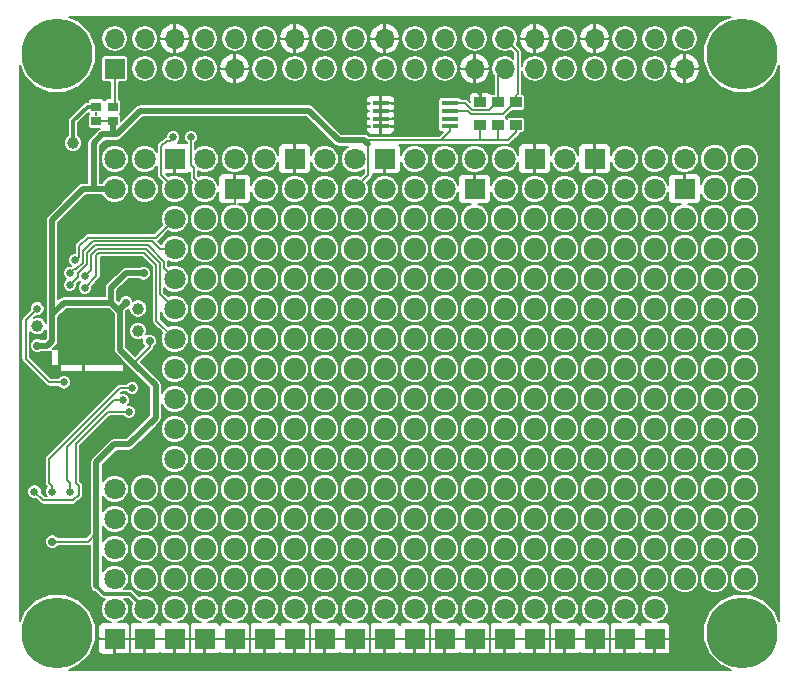
<source format=gbl>
G04 #@! TF.FileFunction,Copper,L2,Bot,Signal*
%FSLAX46Y46*%
G04 Gerber Fmt 4.6, Leading zero omitted, Abs format (unit mm)*
G04 Created by KiCad (PCBNEW 4.0.7) date Tue Mar 13 09:57:10 2018*
%MOMM*%
%LPD*%
G01*
G04 APERTURE LIST*
%ADD10C,0.100000*%
%ADD11R,1.450000X0.450000*%
%ADD12R,1.700000X1.700000*%
%ADD13O,1.700000X1.700000*%
%ADD14C,1.000000*%
%ADD15C,6.000000*%
%ADD16R,0.900000X0.800000*%
%ADD17R,0.160000X0.400000*%
%ADD18R,1.000000X0.845000*%
%ADD19C,1.800000*%
%ADD20R,1.800000X1.700000*%
%ADD21C,1.900000*%
%ADD22R,1.800000X1.800000*%
%ADD23C,0.700000*%
%ADD24C,0.650000*%
%ADD25C,0.200000*%
%ADD26C,0.160000*%
%ADD27C,0.500000*%
%ADD28C,0.300000*%
G04 APERTURE END LIST*
D10*
D11*
X152050000Y-81070000D03*
X152050000Y-80420000D03*
X152050000Y-79770000D03*
X152050000Y-79120000D03*
X157950000Y-79120000D03*
X157950000Y-79770000D03*
X157950000Y-80420000D03*
X157950000Y-81070000D03*
D12*
X129540000Y-76200000D03*
D13*
X129540000Y-73660000D03*
X132080000Y-76200000D03*
X132080000Y-73660000D03*
X134620000Y-76200000D03*
X134620000Y-73660000D03*
X137160000Y-76200000D03*
X137160000Y-73660000D03*
X139700000Y-76200000D03*
X139700000Y-73660000D03*
X142240000Y-76200000D03*
X142240000Y-73660000D03*
X144780000Y-76200000D03*
X144780000Y-73660000D03*
X147320000Y-76200000D03*
X147320000Y-73660000D03*
X149860000Y-76200000D03*
X149860000Y-73660000D03*
X152400000Y-76200000D03*
X152400000Y-73660000D03*
X154940000Y-76200000D03*
X154940000Y-73660000D03*
X157480000Y-76200000D03*
X157480000Y-73660000D03*
X160020000Y-76200000D03*
X160020000Y-73660000D03*
X162560000Y-76200000D03*
X162560000Y-73660000D03*
X165100000Y-76200000D03*
X165100000Y-73660000D03*
X167640000Y-76200000D03*
X167640000Y-73660000D03*
X170180000Y-76200000D03*
X170180000Y-73660000D03*
X172720000Y-76200000D03*
X172720000Y-73660000D03*
X175260000Y-76200000D03*
X175260000Y-73660000D03*
X177800000Y-76200000D03*
X177800000Y-73660000D03*
D14*
X123000000Y-98000000D03*
X131500000Y-98400000D03*
X131500000Y-96500000D03*
D15*
X124670000Y-74930000D03*
X182670000Y-74930000D03*
X124670000Y-123930000D03*
X182670000Y-123930000D03*
D16*
X128000000Y-80600000D03*
X128000000Y-79400000D03*
D17*
X128000000Y-80000000D03*
D16*
X129369060Y-80600000D03*
X129369060Y-79400000D03*
D18*
X163500000Y-79037500D03*
X163500000Y-80962500D03*
X162000000Y-79037500D03*
X162000000Y-80962500D03*
D19*
X129540000Y-86360000D03*
X129540000Y-83820000D03*
X132080000Y-86360000D03*
X132080000Y-83820000D03*
X134620000Y-86360000D03*
D20*
X134620000Y-83820000D03*
D19*
X137160000Y-86360000D03*
X137160000Y-83820000D03*
D20*
X139700000Y-86360000D03*
D19*
X139700000Y-83820000D03*
X142240000Y-86360000D03*
X142240000Y-83820000D03*
X144780000Y-86360000D03*
D20*
X144780000Y-83820000D03*
D19*
X147320000Y-86360000D03*
X147320000Y-83820000D03*
X149860000Y-86360000D03*
X149860000Y-83820000D03*
X152400000Y-86360000D03*
D20*
X152400000Y-83820000D03*
D19*
X154940000Y-86360000D03*
X154940000Y-83820000D03*
X157480000Y-86360000D03*
X157480000Y-83820000D03*
D20*
X160020000Y-86360000D03*
D19*
X160020000Y-83820000D03*
X162560000Y-86360000D03*
X162560000Y-83820000D03*
X165100000Y-86360000D03*
D20*
X165100000Y-83820000D03*
D19*
X167640000Y-86360000D03*
X167640000Y-83820000D03*
X170180000Y-86360000D03*
D20*
X170180000Y-83820000D03*
D19*
X172720000Y-86360000D03*
X172720000Y-83820000D03*
X175260000Y-86360000D03*
X175260000Y-83820000D03*
D20*
X177800000Y-86360000D03*
D19*
X177800000Y-83820000D03*
X134620000Y-88900000D03*
X134620000Y-91440000D03*
X134620000Y-93980000D03*
X134620000Y-96520000D03*
X134620000Y-99060000D03*
X134620000Y-101600000D03*
X134620000Y-104140000D03*
X134620000Y-106680000D03*
X134620000Y-109220000D03*
X129540000Y-111760000D03*
X129540000Y-114300000D03*
X129540000Y-116840000D03*
X129540000Y-119380000D03*
X129540000Y-121920000D03*
D21*
X132080000Y-111760000D03*
X132080000Y-114300000D03*
X132080000Y-116840000D03*
X132080000Y-119380000D03*
D19*
X132080000Y-121920000D03*
D22*
X132080000Y-124460000D03*
D21*
X134620000Y-111760000D03*
X134620000Y-114300000D03*
X134620000Y-116840000D03*
X134620000Y-119380000D03*
D22*
X134620000Y-124460000D03*
D21*
X137160000Y-88900000D03*
X139700000Y-88900000D03*
X137160000Y-93980000D03*
X137160000Y-91440000D03*
X139700000Y-91440000D03*
X139700000Y-93980000D03*
X137160000Y-96520000D03*
X139700000Y-96520000D03*
X137160000Y-99060000D03*
X139700000Y-99060000D03*
X137160000Y-101600000D03*
X139700000Y-101600000D03*
X137160000Y-111760000D03*
X137160000Y-109220000D03*
X139700000Y-109220000D03*
X139700000Y-111760000D03*
D22*
X137160000Y-124460000D03*
X139700000Y-124460000D03*
D21*
X137160000Y-106680000D03*
X139700000Y-106680000D03*
X137160000Y-104140000D03*
X139700000Y-104140000D03*
X137160000Y-119380000D03*
X139700000Y-119380000D03*
X137160000Y-116840000D03*
X139700000Y-116840000D03*
X137160000Y-114300000D03*
X139700000Y-114300000D03*
X149860000Y-88900000D03*
X147320000Y-88900000D03*
X149860000Y-91440000D03*
X144780000Y-93980000D03*
X147320000Y-96520000D03*
X149860000Y-96520000D03*
X147320000Y-93980000D03*
X147320000Y-91440000D03*
X149860000Y-93980000D03*
X142240000Y-93980000D03*
X142240000Y-96520000D03*
X144780000Y-96520000D03*
X144780000Y-88900000D03*
X144780000Y-91440000D03*
X142240000Y-88900000D03*
X142240000Y-91440000D03*
X142240000Y-116840000D03*
X142240000Y-119380000D03*
X144780000Y-119380000D03*
X144780000Y-116840000D03*
D22*
X142240000Y-124460000D03*
X144780000Y-124460000D03*
D21*
X144780000Y-114300000D03*
X144780000Y-111760000D03*
X142240000Y-114300000D03*
X147320000Y-119380000D03*
D22*
X149860000Y-124460000D03*
X147320000Y-124460000D03*
D21*
X149860000Y-119380000D03*
X149860000Y-116840000D03*
X147320000Y-116840000D03*
X149860000Y-114300000D03*
X147320000Y-114300000D03*
X142240000Y-104140000D03*
X142240000Y-106680000D03*
X144780000Y-106680000D03*
X144780000Y-104140000D03*
X142240000Y-111760000D03*
X142240000Y-109220000D03*
X144780000Y-109220000D03*
X149860000Y-111760000D03*
X147320000Y-111760000D03*
X149860000Y-109220000D03*
X147320000Y-109220000D03*
X147320000Y-106680000D03*
X149860000Y-106680000D03*
X142240000Y-101600000D03*
X142240000Y-99060000D03*
X147320000Y-99060000D03*
X144780000Y-101600000D03*
X147320000Y-104140000D03*
X144780000Y-99060000D03*
X149860000Y-99060000D03*
X147320000Y-101600000D03*
X149860000Y-101600000D03*
X149860000Y-104140000D03*
X160020000Y-91440000D03*
X157480000Y-91440000D03*
X157480000Y-88900000D03*
X160020000Y-88900000D03*
X152400000Y-96520000D03*
X152400000Y-93980000D03*
X154940000Y-96520000D03*
X154940000Y-93980000D03*
X152400000Y-91440000D03*
X152400000Y-88900000D03*
X154940000Y-88900000D03*
X154940000Y-91440000D03*
X160020000Y-96520000D03*
X157480000Y-96520000D03*
X160020000Y-93980000D03*
X157480000Y-93980000D03*
X157480000Y-114300000D03*
X160020000Y-111760000D03*
X157480000Y-111760000D03*
X157480000Y-116840000D03*
X160020000Y-116840000D03*
X160020000Y-114300000D03*
D22*
X157480000Y-124460000D03*
D21*
X157480000Y-119380000D03*
X160020000Y-119380000D03*
X170180000Y-119380000D03*
D22*
X170180000Y-124460000D03*
X167640000Y-124460000D03*
D21*
X167640000Y-119380000D03*
D22*
X160020000Y-124460000D03*
X165100000Y-124460000D03*
D21*
X165100000Y-119380000D03*
X162560000Y-119380000D03*
D22*
X162560000Y-124460000D03*
D21*
X170180000Y-114300000D03*
X167640000Y-116840000D03*
X165100000Y-111760000D03*
X170180000Y-111760000D03*
X167640000Y-111760000D03*
X170180000Y-116840000D03*
X167640000Y-114300000D03*
X165100000Y-114300000D03*
X162560000Y-116840000D03*
X162560000Y-111760000D03*
X162560000Y-114300000D03*
X165100000Y-116840000D03*
X152400000Y-99060000D03*
X152400000Y-101600000D03*
X157480000Y-101600000D03*
X157480000Y-99060000D03*
X154940000Y-99060000D03*
X154940000Y-101600000D03*
X154940000Y-104140000D03*
X154940000Y-106680000D03*
X152400000Y-104140000D03*
X152400000Y-106680000D03*
X160020000Y-99060000D03*
X160020000Y-101600000D03*
X162560000Y-99060000D03*
X160020000Y-104140000D03*
X157480000Y-104140000D03*
X157480000Y-109220000D03*
X160020000Y-109220000D03*
X157480000Y-106680000D03*
X160020000Y-106680000D03*
X165100000Y-88900000D03*
X162560000Y-88900000D03*
X170180000Y-96520000D03*
X170180000Y-93980000D03*
X170180000Y-91440000D03*
X167640000Y-88900000D03*
X167640000Y-93980000D03*
X170180000Y-88900000D03*
X167640000Y-96520000D03*
X167640000Y-91440000D03*
X165100000Y-91440000D03*
X162560000Y-93980000D03*
X162560000Y-96520000D03*
X162560000Y-91440000D03*
X165100000Y-96520000D03*
X165100000Y-93980000D03*
D22*
X152400000Y-124460000D03*
X154940000Y-124460000D03*
D21*
X152400000Y-114300000D03*
X154940000Y-114300000D03*
X154940000Y-116840000D03*
X152400000Y-116840000D03*
X154940000Y-119380000D03*
X152400000Y-119380000D03*
X152400000Y-111760000D03*
X152400000Y-109220000D03*
X154940000Y-109220000D03*
X154940000Y-111760000D03*
X165100000Y-109220000D03*
X162560000Y-104140000D03*
X162560000Y-106680000D03*
X165100000Y-104140000D03*
X165100000Y-106680000D03*
X162560000Y-101600000D03*
X162560000Y-109220000D03*
X167640000Y-106680000D03*
X170180000Y-106680000D03*
X167640000Y-109220000D03*
X170180000Y-109220000D03*
X170180000Y-99060000D03*
X167640000Y-99060000D03*
X165100000Y-101600000D03*
X165100000Y-99060000D03*
X170180000Y-104140000D03*
X167640000Y-104140000D03*
X167640000Y-101600000D03*
X170180000Y-101600000D03*
X172720000Y-109220000D03*
X172720000Y-106680000D03*
X172720000Y-111760000D03*
D22*
X172720000Y-124460000D03*
D21*
X172720000Y-119380000D03*
X175260000Y-119380000D03*
X177800000Y-119380000D03*
D22*
X175260000Y-124460000D03*
D21*
X177800000Y-116840000D03*
X175260000Y-116840000D03*
X175260000Y-114300000D03*
X172720000Y-114300000D03*
X172720000Y-116840000D03*
X177800000Y-114300000D03*
X177800000Y-111760000D03*
X175260000Y-111760000D03*
X175260000Y-109220000D03*
X175260000Y-106680000D03*
X177800000Y-106680000D03*
X177800000Y-109220000D03*
X172720000Y-91440000D03*
X172720000Y-96520000D03*
X172720000Y-93980000D03*
X175260000Y-96520000D03*
X177800000Y-96520000D03*
X177800000Y-93980000D03*
X177800000Y-91440000D03*
X175260000Y-93980000D03*
X175260000Y-91440000D03*
X172720000Y-88900000D03*
X175260000Y-88900000D03*
X177800000Y-88900000D03*
X177800000Y-99060000D03*
X175260000Y-99060000D03*
X177800000Y-104140000D03*
X175260000Y-104140000D03*
X175260000Y-101600000D03*
X177800000Y-101600000D03*
X172720000Y-101600000D03*
X172720000Y-104140000D03*
X172720000Y-99060000D03*
X180340000Y-88900000D03*
X180340000Y-91440000D03*
X182880000Y-88900000D03*
X182880000Y-91440000D03*
X180340000Y-96520000D03*
X182880000Y-99060000D03*
X182880000Y-96520000D03*
X182880000Y-104140000D03*
X180340000Y-104140000D03*
X180340000Y-99060000D03*
X180340000Y-101600000D03*
X182880000Y-101600000D03*
X182880000Y-93980000D03*
X180340000Y-93980000D03*
X180340000Y-106680000D03*
X182880000Y-111760000D03*
X180340000Y-111760000D03*
X180340000Y-109220000D03*
X182880000Y-106680000D03*
X182880000Y-109220000D03*
X182880000Y-116840000D03*
X180340000Y-116840000D03*
X180340000Y-114300000D03*
X182880000Y-114300000D03*
X180340000Y-86360000D03*
X180340000Y-83820000D03*
X182880000Y-83820000D03*
X182880000Y-86360000D03*
D19*
X134620000Y-121920000D03*
X139700000Y-121920000D03*
X137160000Y-121920000D03*
X144780000Y-121920000D03*
X149860000Y-121920000D03*
X147320000Y-121920000D03*
X142240000Y-121920000D03*
X157480000Y-121920000D03*
X154940000Y-121920000D03*
X152400000Y-121920000D03*
X165100000Y-121920000D03*
X167640000Y-121920000D03*
X162560000Y-121920000D03*
X160020000Y-121920000D03*
X170180000Y-121920000D03*
X175260000Y-121920000D03*
X172720000Y-121920000D03*
D22*
X129540000Y-124460000D03*
D21*
X182880000Y-119380000D03*
X180340000Y-119380000D03*
D18*
X160500000Y-80962500D03*
X160500000Y-79037500D03*
D23*
X127862500Y-99862500D03*
X126137500Y-98137500D03*
X122500000Y-103409990D03*
X123300000Y-110000000D03*
X131500000Y-82000000D03*
X131500000Y-79000000D03*
X126000000Y-86000000D03*
X124000000Y-80000000D03*
X124000000Y-82250000D03*
X128750000Y-92500000D03*
X127862500Y-98137500D03*
X126137500Y-99862500D03*
X132000000Y-103500000D03*
X131750000Y-89750000D03*
D24*
X125250000Y-102750000D03*
X123000000Y-96500000D03*
D23*
X123000000Y-99650032D03*
X124250000Y-116250000D03*
X132500000Y-99250000D03*
X132000000Y-93500000D03*
X130500000Y-96000000D03*
D24*
X125750000Y-112000000D03*
X130250000Y-104250000D03*
X122750000Y-112000000D03*
X130749996Y-105250000D03*
X124250000Y-112000000D03*
X131033073Y-103220179D03*
X134500000Y-82000000D03*
X136000000Y-82000000D03*
X126225121Y-92409072D03*
X125743150Y-93493160D03*
X125749988Y-94500000D03*
X127006842Y-93756848D03*
X127000000Y-94750000D03*
D14*
X126000000Y-82500000D03*
D25*
X129369060Y-83649060D02*
X129540000Y-83820000D01*
X155000000Y-78000000D02*
X160020000Y-78000000D01*
X153980000Y-79230000D02*
X153980000Y-79020000D01*
X153980000Y-79020000D02*
X155000000Y-78000000D01*
X153870000Y-79120000D02*
X153980000Y-79230000D01*
X153980000Y-79230000D02*
X153980000Y-79770000D01*
X152050000Y-79120000D02*
X153870000Y-79120000D01*
X153980000Y-81020000D02*
X153980000Y-80500000D01*
X153980000Y-80500000D02*
X153980000Y-79770000D01*
X152050000Y-80420000D02*
X153900000Y-80420000D01*
X153900000Y-80420000D02*
X153980000Y-80500000D01*
X153930000Y-81070000D02*
X153980000Y-81020000D01*
X152050000Y-81070000D02*
X153930000Y-81070000D01*
X153980000Y-79770000D02*
X154000000Y-79790000D01*
X152050000Y-79770000D02*
X153980000Y-79770000D01*
X160500000Y-79037500D02*
X160500000Y-78415000D01*
X160500000Y-78415000D02*
X160085000Y-78000000D01*
X160085000Y-78000000D02*
X160020000Y-78000000D01*
X160020000Y-76200000D02*
X160020000Y-78000000D01*
X152050000Y-79120000D02*
X152975000Y-79120000D01*
X161290000Y-125730000D02*
X166370000Y-125730000D01*
X156210000Y-125730000D02*
X161290000Y-125730000D01*
X161290000Y-125730000D02*
X161290000Y-123190000D01*
X156210000Y-125730000D02*
X156210000Y-123190000D01*
X151130000Y-125730000D02*
X156210000Y-125730000D01*
X146050000Y-125730000D02*
X151130000Y-125730000D01*
X151130000Y-125730000D02*
X151130000Y-123190000D01*
X140970000Y-125730000D02*
X146050000Y-125730000D01*
X146050000Y-125730000D02*
X146050000Y-123190000D01*
X135890000Y-125730000D02*
X140970000Y-125730000D01*
X140970000Y-125730000D02*
X140970000Y-123190000D01*
X166370000Y-125730000D02*
X168910000Y-125730000D01*
X166370000Y-125730000D02*
X166370000Y-123190000D01*
X168910000Y-125730000D02*
X171450000Y-125730000D01*
X171450000Y-125730000D02*
X173990000Y-125730000D01*
X171450000Y-125730000D02*
X171450000Y-123190000D01*
X173990000Y-125730000D02*
X176530000Y-125730000D01*
X176530000Y-125730000D02*
X176530000Y-123190000D01*
X135890000Y-125730000D02*
X135890000Y-123190000D01*
X133350000Y-125730000D02*
X135890000Y-125730000D01*
X130810000Y-125730000D02*
X133350000Y-125730000D01*
X130810000Y-123190000D02*
X130810000Y-125730000D01*
X130810000Y-125730000D02*
X129540000Y-125730000D01*
X129540000Y-125730000D02*
X129540000Y-124460000D01*
D26*
X151750000Y-85090000D02*
X152400000Y-85090000D01*
X151130000Y-87630000D02*
X151130000Y-85750000D01*
X151750000Y-85090000D02*
X151750000Y-85130000D01*
X151750000Y-85130000D02*
X151130000Y-85750000D01*
X139700000Y-87630000D02*
X139700000Y-86360000D01*
X135890000Y-87630000D02*
X139700000Y-87630000D01*
X134620000Y-85090000D02*
X135890000Y-85090000D01*
X135890000Y-85090000D02*
X135890000Y-87630000D01*
X152400000Y-85090000D02*
X160020000Y-85090000D01*
X152400000Y-83820000D02*
X152400000Y-85090000D01*
X148590000Y-87630000D02*
X151130000Y-87630000D01*
X144780000Y-85090000D02*
X148590000Y-85090000D01*
X148590000Y-85090000D02*
X148590000Y-87630000D01*
X139700000Y-85090000D02*
X144780000Y-85090000D01*
X139700000Y-86360000D02*
X139700000Y-85090000D01*
X144780000Y-83820000D02*
X144780000Y-85090000D01*
X160020000Y-85090000D02*
X165100000Y-85090000D01*
X160020000Y-86360000D02*
X160020000Y-85090000D01*
X165100000Y-85090000D02*
X170180000Y-85090000D01*
X165100000Y-83820000D02*
X165100000Y-85090000D01*
X170180000Y-85090000D02*
X177800000Y-85090000D01*
X170180000Y-83820000D02*
X170180000Y-85090000D01*
X134620000Y-83820000D02*
X134620000Y-85090000D01*
X177800000Y-86360000D02*
X177800000Y-85090000D01*
X124000000Y-102750000D02*
X125250000Y-102750000D01*
X122000000Y-100750000D02*
X124000000Y-102750000D01*
X123000000Y-96500000D02*
X122000000Y-97500000D01*
X122000000Y-97500000D02*
X122000000Y-100750000D01*
D25*
X157195000Y-82250000D02*
X160500000Y-82250000D01*
X160500000Y-82250000D02*
X162000000Y-82250000D01*
X160500000Y-80962500D02*
X160500000Y-82250000D01*
X162000000Y-82250000D02*
X162835000Y-82250000D01*
X162000000Y-80962500D02*
X162000000Y-81585000D01*
X162000000Y-81585000D02*
X162000000Y-82250000D01*
X162835000Y-82250000D02*
X163085000Y-82000000D01*
X157950000Y-81070000D02*
X157950000Y-81495000D01*
X157950000Y-81495000D02*
X157195000Y-82250000D01*
X157195000Y-82250000D02*
X150668002Y-82250000D01*
D27*
X148500000Y-82250000D02*
X150668002Y-82250000D01*
X150668002Y-82250000D02*
X151020001Y-82601999D01*
X124250000Y-97000000D02*
X124250000Y-99250000D01*
X123849968Y-99650032D02*
X123000000Y-99650032D01*
X124250000Y-99250000D02*
X123849968Y-99650032D01*
X128000000Y-110500000D02*
X128000000Y-115500000D01*
X128000000Y-115500000D02*
X128000000Y-116500000D01*
D25*
X124250000Y-116250000D02*
X127250000Y-116250000D01*
X127250000Y-116250000D02*
X128000000Y-115500000D01*
D27*
X148500000Y-82250000D02*
X146000000Y-79750000D01*
X146000000Y-79750000D02*
X131705000Y-79750000D01*
X131705000Y-79750000D02*
X129705000Y-81750000D01*
X129705000Y-81750000D02*
X129500000Y-81750000D01*
X128000000Y-117500000D02*
X128000000Y-120015000D01*
D28*
X130810000Y-120650000D02*
X128635000Y-120650000D01*
X128635000Y-120650000D02*
X128000000Y-120015000D01*
X132080000Y-121920000D02*
X130810000Y-120650000D01*
D25*
X149860000Y-86360000D02*
X151020001Y-85199999D01*
X151020001Y-85199999D02*
X151020001Y-82601999D01*
D27*
X129500000Y-81750000D02*
X128500000Y-81750000D01*
X129500000Y-81750000D02*
X129369060Y-81619060D01*
X129369060Y-81619060D02*
X129369060Y-80600000D01*
X127750000Y-82500000D02*
X127750000Y-86360000D01*
X128500000Y-81750000D02*
X127750000Y-82500000D01*
X127750000Y-86360000D02*
X129540000Y-86360000D01*
X126890000Y-86360000D02*
X127750000Y-86360000D01*
X124250000Y-89000000D02*
X126890000Y-86360000D01*
X124250000Y-97000000D02*
X124250000Y-89000000D01*
X124250000Y-97000000D02*
X125250000Y-96000000D01*
X131250000Y-101250000D02*
X133000000Y-103000000D01*
X133000000Y-103000000D02*
X133000000Y-105760000D01*
X133000000Y-105760000D02*
X130760000Y-108000000D01*
X129500000Y-108000000D02*
X128000000Y-109500000D01*
X128000000Y-109500000D02*
X128000000Y-110500000D01*
X130760000Y-108000000D02*
X129500000Y-108000000D01*
D25*
X163085000Y-82000000D02*
X163500000Y-81585000D01*
X163500000Y-81585000D02*
X163500000Y-80962500D01*
D27*
X128000000Y-116500000D02*
X128000000Y-117500000D01*
D25*
X129369060Y-80600000D02*
X128000000Y-80600000D01*
D27*
X129250000Y-94750000D02*
X130500000Y-93500000D01*
X130500000Y-93500000D02*
X132000000Y-93500000D01*
X129750000Y-96500000D02*
X129250000Y-96000000D01*
X130000000Y-96500000D02*
X130500000Y-96000000D01*
X130000000Y-96750000D02*
X129750000Y-96500000D01*
X129750000Y-96500000D02*
X130000000Y-96500000D01*
X131250000Y-101250000D02*
X130000000Y-100000000D01*
X130000000Y-100000000D02*
X130000000Y-96750000D01*
X129250000Y-96000000D02*
X129250000Y-95750000D01*
X125250000Y-96000000D02*
X129250000Y-96000000D01*
X129250000Y-95750000D02*
X129250000Y-94750000D01*
D25*
X129349999Y-95650001D02*
X129250000Y-95750000D01*
X132500000Y-99250000D02*
X132500000Y-99744974D01*
X132500000Y-99744974D02*
X131250000Y-100994974D01*
X131250000Y-100994974D02*
X131250000Y-101250000D01*
D26*
X125500000Y-111000000D02*
X125750000Y-111250000D01*
X125750000Y-111250000D02*
X125750000Y-112000000D01*
X125500000Y-108250000D02*
X125500000Y-111000000D01*
X129500000Y-104250000D02*
X125500000Y-108250000D01*
X130250000Y-104250000D02*
X129500000Y-104250000D01*
X126000000Y-112750000D02*
X123500000Y-112750000D01*
X123500000Y-112750000D02*
X122750000Y-112000000D01*
X126500000Y-112250000D02*
X126000000Y-112750000D01*
X126500000Y-111500000D02*
X126500000Y-112250000D01*
X126250000Y-111250000D02*
X126500000Y-111500000D01*
X126250000Y-108000000D02*
X126250000Y-111250000D01*
X129000000Y-105250000D02*
X126250000Y-108000000D01*
X130749996Y-105250000D02*
X129000000Y-105250000D01*
X124000000Y-111250000D02*
X124250000Y-111500000D01*
X124250000Y-111500000D02*
X124250000Y-112000000D01*
X124000000Y-109250000D02*
X124000000Y-111250000D01*
X130029821Y-103220179D02*
X124000000Y-109250000D01*
X131033073Y-103220179D02*
X130029821Y-103220179D01*
X161259999Y-79700001D02*
X161922500Y-79037500D01*
X159807998Y-79700001D02*
X161259999Y-79700001D01*
X161922500Y-79037500D02*
X162000000Y-79037500D01*
X159227997Y-79120000D02*
X159807998Y-79700001D01*
X157950000Y-79120000D02*
X159227997Y-79120000D01*
X162000000Y-79037500D02*
X162000000Y-76760000D01*
X162000000Y-76760000D02*
X162560000Y-76200000D01*
X162000000Y-78455000D02*
X162000000Y-79037500D01*
X159425435Y-79770000D02*
X159675447Y-80020012D01*
X159675447Y-80020012D02*
X162439988Y-80020012D01*
X162439988Y-80020012D02*
X163422500Y-79037500D01*
X157950000Y-79770000D02*
X159425435Y-79770000D01*
X163422500Y-79037500D02*
X163500000Y-79037500D01*
X163500000Y-79037500D02*
X163500000Y-78455000D01*
X163500000Y-78455000D02*
X163650001Y-78304999D01*
X163650001Y-78304999D02*
X163650001Y-74750001D01*
X163650001Y-74750001D02*
X163409999Y-74509999D01*
X163409999Y-74509999D02*
X162560000Y-73660000D01*
X134500000Y-82000000D02*
X134200001Y-82299999D01*
X133479999Y-85219999D02*
X133720001Y-85460001D01*
X134200001Y-82299999D02*
X133957999Y-82299999D01*
X133957999Y-82299999D02*
X133479999Y-82777999D01*
X133479999Y-82777999D02*
X133479999Y-85219999D01*
X133720001Y-85460001D02*
X134620000Y-86360000D01*
D25*
X134620000Y-86360000D02*
X134620000Y-86380000D01*
D26*
X136000000Y-82000000D02*
X136000000Y-84347202D01*
X136260001Y-85460001D02*
X137160000Y-86360000D01*
X136000000Y-84347202D02*
X136260001Y-84607203D01*
X136260001Y-84607203D02*
X136260001Y-85460001D01*
X134620000Y-88900000D02*
X133020000Y-90500000D01*
X133020000Y-90500000D02*
X127250000Y-90500000D01*
X127250000Y-90500000D02*
X126525120Y-91224880D01*
X126525120Y-91224880D02*
X126525120Y-92109073D01*
X126525120Y-92109073D02*
X126225121Y-92409072D01*
X126859980Y-91640020D02*
X127679989Y-90820011D01*
X126859980Y-92614945D02*
X126859980Y-91640020D01*
X126068149Y-93168161D02*
X126306764Y-93168161D01*
X125743150Y-93493160D02*
X126068149Y-93168161D01*
X127679989Y-90820011D02*
X132727219Y-90820011D01*
X132727219Y-90820011D02*
X133347208Y-91440000D01*
X133347208Y-91440000D02*
X134620000Y-91440000D01*
X126306764Y-93168161D02*
X126859980Y-92614945D01*
X132342585Y-91140022D02*
X133720001Y-92517438D01*
X133720001Y-92517438D02*
X133720001Y-93080001D01*
X127179991Y-91820009D02*
X127859978Y-91140022D01*
X127859978Y-91140022D02*
X132342585Y-91140022D01*
X127179991Y-92747497D02*
X127179991Y-91820009D01*
X126441841Y-93485647D02*
X127179991Y-92747497D01*
X126441841Y-93808147D02*
X126441841Y-93485647D01*
X125749988Y-94500000D02*
X126441841Y-93808147D01*
X133720001Y-93080001D02*
X134620000Y-93980000D01*
X134620000Y-96520000D02*
X133399990Y-95299990D01*
X133399990Y-95299990D02*
X133399990Y-92649990D01*
X133399990Y-92649990D02*
X132210033Y-91460033D01*
X127513690Y-91986310D02*
X127513690Y-93250000D01*
X132210033Y-91460033D02*
X128039967Y-91460033D01*
X128039967Y-91460033D02*
X127513690Y-91986310D01*
X127513690Y-93250000D02*
X127306841Y-93456849D01*
X127306841Y-93456849D02*
X127006842Y-93756848D01*
X134620000Y-99060000D02*
X133079979Y-97519979D01*
X133079979Y-92829979D02*
X132030044Y-91780044D01*
X133079979Y-97519979D02*
X133079979Y-92829979D01*
X132030044Y-91780044D02*
X128219956Y-91780044D01*
X128000000Y-92000000D02*
X128000000Y-93750000D01*
X128219956Y-91780044D02*
X128000000Y-92000000D01*
X128000000Y-93750000D02*
X127000000Y-94750000D01*
D25*
X129540000Y-76200000D02*
X129540000Y-79229060D01*
X129540000Y-79229060D02*
X129369060Y-79400000D01*
D28*
X126000000Y-82500000D02*
X126000000Y-80650000D01*
X126000000Y-80650000D02*
X127250000Y-79400000D01*
X127250000Y-79400000D02*
X128000000Y-79400000D01*
D26*
G36*
X180814457Y-72147730D02*
X179890973Y-73069603D01*
X179390571Y-74274705D01*
X179389432Y-75579570D01*
X179887730Y-76785543D01*
X180809603Y-77709027D01*
X182014705Y-78209429D01*
X183319570Y-78210568D01*
X184525543Y-77712270D01*
X185449027Y-76790397D01*
X185815000Y-75909036D01*
X185815000Y-122952330D01*
X185452270Y-122074457D01*
X184530397Y-121150973D01*
X183325295Y-120650571D01*
X182020430Y-120649432D01*
X180814457Y-121147730D01*
X179890973Y-122069603D01*
X179390571Y-123274705D01*
X179389432Y-124579570D01*
X179887730Y-125785543D01*
X180809603Y-126709027D01*
X181690964Y-127075000D01*
X125647670Y-127075000D01*
X126525543Y-126712270D01*
X127449027Y-125790397D01*
X127943322Y-124600000D01*
X128160000Y-124600000D01*
X128160000Y-125455478D01*
X128233076Y-125631898D01*
X128368102Y-125766924D01*
X128544522Y-125840000D01*
X129400000Y-125840000D01*
X129520000Y-125720000D01*
X129520000Y-124480000D01*
X129560000Y-124480000D01*
X129560000Y-125720000D01*
X129680000Y-125840000D01*
X130535478Y-125840000D01*
X130711898Y-125766924D01*
X130810000Y-125668822D01*
X130908102Y-125766924D01*
X131084522Y-125840000D01*
X131940000Y-125840000D01*
X132060000Y-125720000D01*
X132060000Y-124480000D01*
X132100000Y-124480000D01*
X132100000Y-125720000D01*
X132220000Y-125840000D01*
X133075478Y-125840000D01*
X133251898Y-125766924D01*
X133350000Y-125668822D01*
X133448102Y-125766924D01*
X133624522Y-125840000D01*
X134480000Y-125840000D01*
X134600000Y-125720000D01*
X134600000Y-124480000D01*
X134640000Y-124480000D01*
X134640000Y-125720000D01*
X134760000Y-125840000D01*
X135615478Y-125840000D01*
X135791898Y-125766924D01*
X135890000Y-125668822D01*
X135988102Y-125766924D01*
X136164522Y-125840000D01*
X137020000Y-125840000D01*
X137140000Y-125720000D01*
X137140000Y-124480000D01*
X137180000Y-124480000D01*
X137180000Y-125720000D01*
X137300000Y-125840000D01*
X138155478Y-125840000D01*
X138331898Y-125766924D01*
X138430000Y-125668822D01*
X138528102Y-125766924D01*
X138704522Y-125840000D01*
X139560000Y-125840000D01*
X139680000Y-125720000D01*
X139680000Y-124480000D01*
X139720000Y-124480000D01*
X139720000Y-125720000D01*
X139840000Y-125840000D01*
X140695478Y-125840000D01*
X140871898Y-125766924D01*
X140970000Y-125668822D01*
X141068102Y-125766924D01*
X141244522Y-125840000D01*
X142100000Y-125840000D01*
X142220000Y-125720000D01*
X142220000Y-124480000D01*
X142260000Y-124480000D01*
X142260000Y-125720000D01*
X142380000Y-125840000D01*
X143235478Y-125840000D01*
X143411898Y-125766924D01*
X143510000Y-125668822D01*
X143608102Y-125766924D01*
X143784522Y-125840000D01*
X144640000Y-125840000D01*
X144760000Y-125720000D01*
X144760000Y-124480000D01*
X144800000Y-124480000D01*
X144800000Y-125720000D01*
X144920000Y-125840000D01*
X145775478Y-125840000D01*
X145951898Y-125766924D01*
X146050000Y-125668822D01*
X146148102Y-125766924D01*
X146324522Y-125840000D01*
X147180000Y-125840000D01*
X147300000Y-125720000D01*
X147300000Y-124480000D01*
X147340000Y-124480000D01*
X147340000Y-125720000D01*
X147460000Y-125840000D01*
X148315478Y-125840000D01*
X148491898Y-125766924D01*
X148590000Y-125668822D01*
X148688102Y-125766924D01*
X148864522Y-125840000D01*
X149720000Y-125840000D01*
X149840000Y-125720000D01*
X149840000Y-124480000D01*
X149880000Y-124480000D01*
X149880000Y-125720000D01*
X150000000Y-125840000D01*
X150855478Y-125840000D01*
X151031898Y-125766924D01*
X151130000Y-125668822D01*
X151228102Y-125766924D01*
X151404522Y-125840000D01*
X152260000Y-125840000D01*
X152380000Y-125720000D01*
X152380000Y-124480000D01*
X152420000Y-124480000D01*
X152420000Y-125720000D01*
X152540000Y-125840000D01*
X153395478Y-125840000D01*
X153571898Y-125766924D01*
X153670000Y-125668822D01*
X153768102Y-125766924D01*
X153944522Y-125840000D01*
X154800000Y-125840000D01*
X154920000Y-125720000D01*
X154920000Y-124480000D01*
X154960000Y-124480000D01*
X154960000Y-125720000D01*
X155080000Y-125840000D01*
X155935478Y-125840000D01*
X156111898Y-125766924D01*
X156210000Y-125668822D01*
X156308102Y-125766924D01*
X156484522Y-125840000D01*
X157340000Y-125840000D01*
X157460000Y-125720000D01*
X157460000Y-124480000D01*
X157500000Y-124480000D01*
X157500000Y-125720000D01*
X157620000Y-125840000D01*
X158475478Y-125840000D01*
X158651898Y-125766924D01*
X158750000Y-125668822D01*
X158848102Y-125766924D01*
X159024522Y-125840000D01*
X159880000Y-125840000D01*
X160000000Y-125720000D01*
X160000000Y-124480000D01*
X160040000Y-124480000D01*
X160040000Y-125720000D01*
X160160000Y-125840000D01*
X161015478Y-125840000D01*
X161191898Y-125766924D01*
X161290000Y-125668822D01*
X161388102Y-125766924D01*
X161564522Y-125840000D01*
X162420000Y-125840000D01*
X162540000Y-125720000D01*
X162540000Y-124480000D01*
X162580000Y-124480000D01*
X162580000Y-125720000D01*
X162700000Y-125840000D01*
X163555478Y-125840000D01*
X163731898Y-125766924D01*
X163830000Y-125668822D01*
X163928102Y-125766924D01*
X164104522Y-125840000D01*
X164960000Y-125840000D01*
X165080000Y-125720000D01*
X165080000Y-124480000D01*
X165120000Y-124480000D01*
X165120000Y-125720000D01*
X165240000Y-125840000D01*
X166095478Y-125840000D01*
X166271898Y-125766924D01*
X166370000Y-125668822D01*
X166468102Y-125766924D01*
X166644522Y-125840000D01*
X167500000Y-125840000D01*
X167620000Y-125720000D01*
X167620000Y-124480000D01*
X167660000Y-124480000D01*
X167660000Y-125720000D01*
X167780000Y-125840000D01*
X168635478Y-125840000D01*
X168811898Y-125766924D01*
X168910000Y-125668822D01*
X169008102Y-125766924D01*
X169184522Y-125840000D01*
X170040000Y-125840000D01*
X170160000Y-125720000D01*
X170160000Y-124480000D01*
X170200000Y-124480000D01*
X170200000Y-125720000D01*
X170320000Y-125840000D01*
X171175478Y-125840000D01*
X171351898Y-125766924D01*
X171450000Y-125668822D01*
X171548102Y-125766924D01*
X171724522Y-125840000D01*
X172580000Y-125840000D01*
X172700000Y-125720000D01*
X172700000Y-124480000D01*
X172740000Y-124480000D01*
X172740000Y-125720000D01*
X172860000Y-125840000D01*
X173715478Y-125840000D01*
X173891898Y-125766924D01*
X173990000Y-125668822D01*
X174088102Y-125766924D01*
X174264522Y-125840000D01*
X175120000Y-125840000D01*
X175240000Y-125720000D01*
X175240000Y-124480000D01*
X175280000Y-124480000D01*
X175280000Y-125720000D01*
X175400000Y-125840000D01*
X176255478Y-125840000D01*
X176431898Y-125766924D01*
X176566924Y-125631898D01*
X176640000Y-125455478D01*
X176640000Y-124600000D01*
X176520000Y-124480000D01*
X175280000Y-124480000D01*
X175240000Y-124480000D01*
X174000000Y-124480000D01*
X173990000Y-124490000D01*
X173980000Y-124480000D01*
X172740000Y-124480000D01*
X172700000Y-124480000D01*
X171460000Y-124480000D01*
X171450000Y-124490000D01*
X171440000Y-124480000D01*
X170200000Y-124480000D01*
X170160000Y-124480000D01*
X168920000Y-124480000D01*
X168910000Y-124490000D01*
X168900000Y-124480000D01*
X167660000Y-124480000D01*
X167620000Y-124480000D01*
X166380000Y-124480000D01*
X166370000Y-124490000D01*
X166360000Y-124480000D01*
X165120000Y-124480000D01*
X165080000Y-124480000D01*
X163840000Y-124480000D01*
X163830000Y-124490000D01*
X163820000Y-124480000D01*
X162580000Y-124480000D01*
X162540000Y-124480000D01*
X161300000Y-124480000D01*
X161290000Y-124490000D01*
X161280000Y-124480000D01*
X160040000Y-124480000D01*
X160000000Y-124480000D01*
X158760000Y-124480000D01*
X158750000Y-124490000D01*
X158740000Y-124480000D01*
X157500000Y-124480000D01*
X157460000Y-124480000D01*
X156220000Y-124480000D01*
X156210000Y-124490000D01*
X156200000Y-124480000D01*
X154960000Y-124480000D01*
X154920000Y-124480000D01*
X153680000Y-124480000D01*
X153670000Y-124490000D01*
X153660000Y-124480000D01*
X152420000Y-124480000D01*
X152380000Y-124480000D01*
X151140000Y-124480000D01*
X151130000Y-124490000D01*
X151120000Y-124480000D01*
X149880000Y-124480000D01*
X149840000Y-124480000D01*
X148600000Y-124480000D01*
X148590000Y-124490000D01*
X148580000Y-124480000D01*
X147340000Y-124480000D01*
X147300000Y-124480000D01*
X146060000Y-124480000D01*
X146050000Y-124490000D01*
X146040000Y-124480000D01*
X144800000Y-124480000D01*
X144760000Y-124480000D01*
X143520000Y-124480000D01*
X143510000Y-124490000D01*
X143500000Y-124480000D01*
X142260000Y-124480000D01*
X142220000Y-124480000D01*
X140980000Y-124480000D01*
X140970000Y-124490000D01*
X140960000Y-124480000D01*
X139720000Y-124480000D01*
X139680000Y-124480000D01*
X138440000Y-124480000D01*
X138430000Y-124490000D01*
X138420000Y-124480000D01*
X137180000Y-124480000D01*
X137140000Y-124480000D01*
X135900000Y-124480000D01*
X135890000Y-124490000D01*
X135880000Y-124480000D01*
X134640000Y-124480000D01*
X134600000Y-124480000D01*
X133360000Y-124480000D01*
X133350000Y-124490000D01*
X133340000Y-124480000D01*
X132100000Y-124480000D01*
X132060000Y-124480000D01*
X130820000Y-124480000D01*
X130810000Y-124490000D01*
X130800000Y-124480000D01*
X129560000Y-124480000D01*
X129520000Y-124480000D01*
X128280000Y-124480000D01*
X128160000Y-124600000D01*
X127943322Y-124600000D01*
X127949429Y-124585295D01*
X127950568Y-123280430D01*
X127452270Y-122074457D01*
X126530397Y-121150973D01*
X125325295Y-120650571D01*
X124020430Y-120649432D01*
X122814457Y-121147730D01*
X121890973Y-122069603D01*
X121525000Y-122950964D01*
X121525000Y-112119814D01*
X122144895Y-112119814D01*
X122236807Y-112342257D01*
X122406847Y-112512595D01*
X122629130Y-112604895D01*
X122845968Y-112605084D01*
X123245441Y-113004558D01*
X123343063Y-113069787D01*
X123362234Y-113082597D01*
X123500000Y-113110000D01*
X126000000Y-113110000D01*
X126137766Y-113082597D01*
X126254558Y-113004558D01*
X126754559Y-112504558D01*
X126832597Y-112387766D01*
X126860000Y-112250000D01*
X126860000Y-111500000D01*
X126832597Y-111362234D01*
X126832597Y-111362233D01*
X126754558Y-111245441D01*
X126610000Y-111100884D01*
X126610000Y-108149116D01*
X129149117Y-105610000D01*
X130254515Y-105610000D01*
X130406843Y-105762595D01*
X130629126Y-105854895D01*
X130869810Y-105855105D01*
X131092253Y-105763193D01*
X131262591Y-105593153D01*
X131354891Y-105370870D01*
X131355101Y-105130186D01*
X131263189Y-104907743D01*
X131093149Y-104737405D01*
X130870866Y-104645105D01*
X130710692Y-104644965D01*
X130762595Y-104593153D01*
X130854895Y-104370870D01*
X130855105Y-104130186D01*
X130763193Y-103907743D01*
X130593153Y-103737405D01*
X130370870Y-103645105D01*
X130130186Y-103644895D01*
X130102981Y-103656136D01*
X130178938Y-103580179D01*
X130537592Y-103580179D01*
X130689920Y-103732774D01*
X130912203Y-103825074D01*
X131152887Y-103825284D01*
X131375330Y-103733372D01*
X131545668Y-103563332D01*
X131637968Y-103341049D01*
X131638178Y-103100365D01*
X131546266Y-102877922D01*
X131376226Y-102707584D01*
X131153943Y-102615284D01*
X130913259Y-102615074D01*
X130690816Y-102706986D01*
X130537355Y-102860179D01*
X130029821Y-102860179D01*
X129892055Y-102887582D01*
X129775263Y-102965620D01*
X123745442Y-108995442D01*
X123667403Y-109112234D01*
X123640000Y-109250000D01*
X123640000Y-111250000D01*
X123667403Y-111387766D01*
X123745442Y-111504558D01*
X123817638Y-111576754D01*
X123737405Y-111656847D01*
X123645105Y-111879130D01*
X123644895Y-112119814D01*
X123736807Y-112342257D01*
X123784466Y-112390000D01*
X123649117Y-112390000D01*
X123354917Y-112095800D01*
X123355105Y-111880186D01*
X123263193Y-111657743D01*
X123093153Y-111487405D01*
X122870870Y-111395105D01*
X122630186Y-111394895D01*
X122407743Y-111486807D01*
X122237405Y-111656847D01*
X122145105Y-111879130D01*
X122144895Y-112119814D01*
X121525000Y-112119814D01*
X121525000Y-97500000D01*
X121640000Y-97500000D01*
X121640000Y-100750000D01*
X121664910Y-100875233D01*
X121667403Y-100887766D01*
X121745442Y-101004558D01*
X123745441Y-103004558D01*
X123861957Y-103082412D01*
X123862234Y-103082597D01*
X124000000Y-103110000D01*
X124754519Y-103110000D01*
X124906847Y-103262595D01*
X125129130Y-103354895D01*
X125369814Y-103355105D01*
X125592257Y-103263193D01*
X125762595Y-103093153D01*
X125854895Y-102870870D01*
X125855105Y-102630186D01*
X125763193Y-102407743D01*
X125593153Y-102237405D01*
X125370870Y-102145105D01*
X125130186Y-102144895D01*
X124907743Y-102236807D01*
X124754282Y-102390000D01*
X124149117Y-102390000D01*
X122360000Y-100600884D01*
X122360000Y-98462932D01*
X122557589Y-98660866D01*
X122844168Y-98779864D01*
X123154471Y-98780135D01*
X123441257Y-98661637D01*
X123660866Y-98442411D01*
X123720000Y-98300001D01*
X123720000Y-99030467D01*
X123630434Y-99120032D01*
X123361101Y-99120032D01*
X123357332Y-99116256D01*
X123125864Y-99020142D01*
X122875235Y-99019923D01*
X122643600Y-99115633D01*
X122466224Y-99292700D01*
X122370110Y-99524168D01*
X122369891Y-99774797D01*
X122465601Y-100006432D01*
X122642668Y-100183808D01*
X122874136Y-100279922D01*
X123124765Y-100280141D01*
X123356400Y-100184431D01*
X123360807Y-100180032D01*
X123849963Y-100180032D01*
X123849968Y-100180033D01*
X124052790Y-100139688D01*
X124170000Y-100061371D01*
X124170000Y-101250000D01*
X124175471Y-101279077D01*
X124192655Y-101305782D01*
X124218876Y-101323697D01*
X124250000Y-101330000D01*
X124750000Y-101330000D01*
X124779077Y-101324529D01*
X124805782Y-101307345D01*
X124823697Y-101281124D01*
X124830000Y-101250000D01*
X124920000Y-101250000D01*
X124920000Y-101750000D01*
X124925471Y-101779077D01*
X124942655Y-101805782D01*
X124968876Y-101823697D01*
X125000000Y-101830000D01*
X126750000Y-101830000D01*
X126779077Y-101824529D01*
X126805782Y-101807345D01*
X126823697Y-101781124D01*
X126830000Y-101750000D01*
X126830000Y-101250000D01*
X126920000Y-101250000D01*
X126920000Y-101750000D01*
X126925471Y-101779077D01*
X126942655Y-101805782D01*
X126968876Y-101823697D01*
X127000000Y-101830000D01*
X130250000Y-101830000D01*
X130279077Y-101824529D01*
X130305782Y-101807345D01*
X130323697Y-101781124D01*
X130330000Y-101750000D01*
X130330000Y-101250000D01*
X130324529Y-101220923D01*
X130307345Y-101194218D01*
X130281124Y-101176303D01*
X130250000Y-101170000D01*
X127000000Y-101170000D01*
X126970923Y-101175471D01*
X126944218Y-101192655D01*
X126926303Y-101218876D01*
X126920000Y-101250000D01*
X126830000Y-101250000D01*
X126824529Y-101220923D01*
X126807345Y-101194218D01*
X126781124Y-101176303D01*
X126750000Y-101170000D01*
X125000000Y-101170000D01*
X124970923Y-101175471D01*
X124944218Y-101192655D01*
X124926303Y-101218876D01*
X124920000Y-101250000D01*
X124830000Y-101250000D01*
X124830000Y-100000000D01*
X124824529Y-99970923D01*
X124807345Y-99944218D01*
X124781124Y-99926303D01*
X124750000Y-99920000D01*
X124329534Y-99920000D01*
X124624764Y-99624769D01*
X124624767Y-99624767D01*
X124739656Y-99452822D01*
X124746185Y-99420000D01*
X124780001Y-99250000D01*
X124780000Y-99249995D01*
X124780000Y-97219534D01*
X125469533Y-96530000D01*
X129030466Y-96530000D01*
X129375231Y-96874764D01*
X129375233Y-96874767D01*
X129470000Y-96969534D01*
X129470000Y-99999995D01*
X129469999Y-100000000D01*
X129510344Y-100202822D01*
X129625233Y-100374767D01*
X130875233Y-101624767D01*
X132470000Y-103219533D01*
X132470000Y-105540467D01*
X130540466Y-107470000D01*
X129500000Y-107470000D01*
X129297177Y-107510344D01*
X129228306Y-107556362D01*
X129125233Y-107625233D01*
X129125231Y-107625236D01*
X127625233Y-109125233D01*
X127510344Y-109297178D01*
X127469999Y-109500000D01*
X127470000Y-109500005D01*
X127470000Y-115492599D01*
X127092598Y-115870000D01*
X124760840Y-115870000D01*
X124607332Y-115716224D01*
X124375864Y-115620110D01*
X124125235Y-115619891D01*
X123893600Y-115715601D01*
X123716224Y-115892668D01*
X123620110Y-116124136D01*
X123619891Y-116374765D01*
X123715601Y-116606400D01*
X123892668Y-116783776D01*
X124124136Y-116879890D01*
X124374765Y-116880109D01*
X124606400Y-116784399D01*
X124761068Y-116630000D01*
X127249995Y-116630000D01*
X127250000Y-116630001D01*
X127379433Y-116604254D01*
X127395420Y-116601074D01*
X127470000Y-116551242D01*
X127470000Y-120015000D01*
X127510344Y-120217822D01*
X127625233Y-120389767D01*
X127797178Y-120504656D01*
X127902492Y-120525604D01*
X128330944Y-120954056D01*
X128470446Y-121047268D01*
X128635000Y-121080000D01*
X128711237Y-121080000D01*
X128540228Y-121250711D01*
X128360205Y-121684254D01*
X128359795Y-122153687D01*
X128539061Y-122587543D01*
X128870711Y-122919772D01*
X129256582Y-123080000D01*
X128544522Y-123080000D01*
X128368102Y-123153076D01*
X128233076Y-123288102D01*
X128160000Y-123464522D01*
X128160000Y-124320000D01*
X128280000Y-124440000D01*
X129520000Y-124440000D01*
X129520000Y-124420000D01*
X129560000Y-124420000D01*
X129560000Y-124440000D01*
X130800000Y-124440000D01*
X130810000Y-124430000D01*
X130820000Y-124440000D01*
X132060000Y-124440000D01*
X132060000Y-124420000D01*
X132100000Y-124420000D01*
X132100000Y-124440000D01*
X133340000Y-124440000D01*
X133350000Y-124430000D01*
X133360000Y-124440000D01*
X134600000Y-124440000D01*
X134600000Y-124420000D01*
X134640000Y-124420000D01*
X134640000Y-124440000D01*
X135880000Y-124440000D01*
X135890000Y-124430000D01*
X135900000Y-124440000D01*
X137140000Y-124440000D01*
X137140000Y-124420000D01*
X137180000Y-124420000D01*
X137180000Y-124440000D01*
X138420000Y-124440000D01*
X138430000Y-124430000D01*
X138440000Y-124440000D01*
X139680000Y-124440000D01*
X139680000Y-124420000D01*
X139720000Y-124420000D01*
X139720000Y-124440000D01*
X140960000Y-124440000D01*
X140970000Y-124430000D01*
X140980000Y-124440000D01*
X142220000Y-124440000D01*
X142220000Y-124420000D01*
X142260000Y-124420000D01*
X142260000Y-124440000D01*
X143500000Y-124440000D01*
X143510000Y-124430000D01*
X143520000Y-124440000D01*
X144760000Y-124440000D01*
X144760000Y-124420000D01*
X144800000Y-124420000D01*
X144800000Y-124440000D01*
X146040000Y-124440000D01*
X146050000Y-124430000D01*
X146060000Y-124440000D01*
X147300000Y-124440000D01*
X147300000Y-124420000D01*
X147340000Y-124420000D01*
X147340000Y-124440000D01*
X148580000Y-124440000D01*
X148590000Y-124430000D01*
X148600000Y-124440000D01*
X149840000Y-124440000D01*
X149840000Y-124420000D01*
X149880000Y-124420000D01*
X149880000Y-124440000D01*
X151120000Y-124440000D01*
X151130000Y-124430000D01*
X151140000Y-124440000D01*
X152380000Y-124440000D01*
X152380000Y-124420000D01*
X152420000Y-124420000D01*
X152420000Y-124440000D01*
X153660000Y-124440000D01*
X153670000Y-124430000D01*
X153680000Y-124440000D01*
X154920000Y-124440000D01*
X154920000Y-124420000D01*
X154960000Y-124420000D01*
X154960000Y-124440000D01*
X156200000Y-124440000D01*
X156210000Y-124430000D01*
X156220000Y-124440000D01*
X157460000Y-124440000D01*
X157460000Y-124420000D01*
X157500000Y-124420000D01*
X157500000Y-124440000D01*
X158740000Y-124440000D01*
X158750000Y-124430000D01*
X158760000Y-124440000D01*
X160000000Y-124440000D01*
X160000000Y-124420000D01*
X160040000Y-124420000D01*
X160040000Y-124440000D01*
X161280000Y-124440000D01*
X161290000Y-124430000D01*
X161300000Y-124440000D01*
X162540000Y-124440000D01*
X162540000Y-124420000D01*
X162580000Y-124420000D01*
X162580000Y-124440000D01*
X163820000Y-124440000D01*
X163830000Y-124430000D01*
X163840000Y-124440000D01*
X165080000Y-124440000D01*
X165080000Y-124420000D01*
X165120000Y-124420000D01*
X165120000Y-124440000D01*
X166360000Y-124440000D01*
X166370000Y-124430000D01*
X166380000Y-124440000D01*
X167620000Y-124440000D01*
X167620000Y-124420000D01*
X167660000Y-124420000D01*
X167660000Y-124440000D01*
X168900000Y-124440000D01*
X168910000Y-124430000D01*
X168920000Y-124440000D01*
X170160000Y-124440000D01*
X170160000Y-124420000D01*
X170200000Y-124420000D01*
X170200000Y-124440000D01*
X171440000Y-124440000D01*
X171450000Y-124430000D01*
X171460000Y-124440000D01*
X172700000Y-124440000D01*
X172700000Y-124420000D01*
X172740000Y-124420000D01*
X172740000Y-124440000D01*
X173980000Y-124440000D01*
X173990000Y-124430000D01*
X174000000Y-124440000D01*
X175240000Y-124440000D01*
X175240000Y-124420000D01*
X175280000Y-124420000D01*
X175280000Y-124440000D01*
X176520000Y-124440000D01*
X176640000Y-124320000D01*
X176640000Y-123464522D01*
X176566924Y-123288102D01*
X176431898Y-123153076D01*
X176255478Y-123080000D01*
X175542587Y-123080000D01*
X175927543Y-122920939D01*
X176259772Y-122589289D01*
X176439795Y-122155746D01*
X176440205Y-121686313D01*
X176260939Y-121252457D01*
X175929289Y-120920228D01*
X175495746Y-120740205D01*
X175026313Y-120739795D01*
X174592457Y-120919061D01*
X174260228Y-121250711D01*
X174080205Y-121684254D01*
X174079795Y-122153687D01*
X174259061Y-122587543D01*
X174590711Y-122919772D01*
X174976582Y-123080000D01*
X174264522Y-123080000D01*
X174088102Y-123153076D01*
X173990000Y-123251178D01*
X173891898Y-123153076D01*
X173715478Y-123080000D01*
X173002587Y-123080000D01*
X173387543Y-122920939D01*
X173719772Y-122589289D01*
X173899795Y-122155746D01*
X173900205Y-121686313D01*
X173720939Y-121252457D01*
X173389289Y-120920228D01*
X172955746Y-120740205D01*
X172486313Y-120739795D01*
X172052457Y-120919061D01*
X171720228Y-121250711D01*
X171540205Y-121684254D01*
X171539795Y-122153687D01*
X171719061Y-122587543D01*
X172050711Y-122919772D01*
X172436582Y-123080000D01*
X171724522Y-123080000D01*
X171548102Y-123153076D01*
X171450000Y-123251178D01*
X171351898Y-123153076D01*
X171175478Y-123080000D01*
X170462587Y-123080000D01*
X170847543Y-122920939D01*
X171179772Y-122589289D01*
X171359795Y-122155746D01*
X171360205Y-121686313D01*
X171180939Y-121252457D01*
X170849289Y-120920228D01*
X170415746Y-120740205D01*
X169946313Y-120739795D01*
X169512457Y-120919061D01*
X169180228Y-121250711D01*
X169000205Y-121684254D01*
X168999795Y-122153687D01*
X169179061Y-122587543D01*
X169510711Y-122919772D01*
X169896582Y-123080000D01*
X169184522Y-123080000D01*
X169008102Y-123153076D01*
X168910000Y-123251178D01*
X168811898Y-123153076D01*
X168635478Y-123080000D01*
X167922587Y-123080000D01*
X168307543Y-122920939D01*
X168639772Y-122589289D01*
X168819795Y-122155746D01*
X168820205Y-121686313D01*
X168640939Y-121252457D01*
X168309289Y-120920228D01*
X167875746Y-120740205D01*
X167406313Y-120739795D01*
X166972457Y-120919061D01*
X166640228Y-121250711D01*
X166460205Y-121684254D01*
X166459795Y-122153687D01*
X166639061Y-122587543D01*
X166970711Y-122919772D01*
X167356582Y-123080000D01*
X166644522Y-123080000D01*
X166468102Y-123153076D01*
X166370000Y-123251178D01*
X166271898Y-123153076D01*
X166095478Y-123080000D01*
X165382587Y-123080000D01*
X165767543Y-122920939D01*
X166099772Y-122589289D01*
X166279795Y-122155746D01*
X166280205Y-121686313D01*
X166100939Y-121252457D01*
X165769289Y-120920228D01*
X165335746Y-120740205D01*
X164866313Y-120739795D01*
X164432457Y-120919061D01*
X164100228Y-121250711D01*
X163920205Y-121684254D01*
X163919795Y-122153687D01*
X164099061Y-122587543D01*
X164430711Y-122919772D01*
X164816582Y-123080000D01*
X164104522Y-123080000D01*
X163928102Y-123153076D01*
X163830000Y-123251178D01*
X163731898Y-123153076D01*
X163555478Y-123080000D01*
X162842587Y-123080000D01*
X163227543Y-122920939D01*
X163559772Y-122589289D01*
X163739795Y-122155746D01*
X163740205Y-121686313D01*
X163560939Y-121252457D01*
X163229289Y-120920228D01*
X162795746Y-120740205D01*
X162326313Y-120739795D01*
X161892457Y-120919061D01*
X161560228Y-121250711D01*
X161380205Y-121684254D01*
X161379795Y-122153687D01*
X161559061Y-122587543D01*
X161890711Y-122919772D01*
X162276582Y-123080000D01*
X161564522Y-123080000D01*
X161388102Y-123153076D01*
X161290000Y-123251178D01*
X161191898Y-123153076D01*
X161015478Y-123080000D01*
X160302587Y-123080000D01*
X160687543Y-122920939D01*
X161019772Y-122589289D01*
X161199795Y-122155746D01*
X161200205Y-121686313D01*
X161020939Y-121252457D01*
X160689289Y-120920228D01*
X160255746Y-120740205D01*
X159786313Y-120739795D01*
X159352457Y-120919061D01*
X159020228Y-121250711D01*
X158840205Y-121684254D01*
X158839795Y-122153687D01*
X159019061Y-122587543D01*
X159350711Y-122919772D01*
X159736582Y-123080000D01*
X159024522Y-123080000D01*
X158848102Y-123153076D01*
X158750000Y-123251178D01*
X158651898Y-123153076D01*
X158475478Y-123080000D01*
X157762587Y-123080000D01*
X158147543Y-122920939D01*
X158479772Y-122589289D01*
X158659795Y-122155746D01*
X158660205Y-121686313D01*
X158480939Y-121252457D01*
X158149289Y-120920228D01*
X157715746Y-120740205D01*
X157246313Y-120739795D01*
X156812457Y-120919061D01*
X156480228Y-121250711D01*
X156300205Y-121684254D01*
X156299795Y-122153687D01*
X156479061Y-122587543D01*
X156810711Y-122919772D01*
X157196582Y-123080000D01*
X156484522Y-123080000D01*
X156308102Y-123153076D01*
X156210000Y-123251178D01*
X156111898Y-123153076D01*
X155935478Y-123080000D01*
X155222587Y-123080000D01*
X155607543Y-122920939D01*
X155939772Y-122589289D01*
X156119795Y-122155746D01*
X156120205Y-121686313D01*
X155940939Y-121252457D01*
X155609289Y-120920228D01*
X155175746Y-120740205D01*
X154706313Y-120739795D01*
X154272457Y-120919061D01*
X153940228Y-121250711D01*
X153760205Y-121684254D01*
X153759795Y-122153687D01*
X153939061Y-122587543D01*
X154270711Y-122919772D01*
X154656582Y-123080000D01*
X153944522Y-123080000D01*
X153768102Y-123153076D01*
X153670000Y-123251178D01*
X153571898Y-123153076D01*
X153395478Y-123080000D01*
X152682587Y-123080000D01*
X153067543Y-122920939D01*
X153399772Y-122589289D01*
X153579795Y-122155746D01*
X153580205Y-121686313D01*
X153400939Y-121252457D01*
X153069289Y-120920228D01*
X152635746Y-120740205D01*
X152166313Y-120739795D01*
X151732457Y-120919061D01*
X151400228Y-121250711D01*
X151220205Y-121684254D01*
X151219795Y-122153687D01*
X151399061Y-122587543D01*
X151730711Y-122919772D01*
X152116582Y-123080000D01*
X151404522Y-123080000D01*
X151228102Y-123153076D01*
X151130000Y-123251178D01*
X151031898Y-123153076D01*
X150855478Y-123080000D01*
X150142587Y-123080000D01*
X150527543Y-122920939D01*
X150859772Y-122589289D01*
X151039795Y-122155746D01*
X151040205Y-121686313D01*
X150860939Y-121252457D01*
X150529289Y-120920228D01*
X150095746Y-120740205D01*
X149626313Y-120739795D01*
X149192457Y-120919061D01*
X148860228Y-121250711D01*
X148680205Y-121684254D01*
X148679795Y-122153687D01*
X148859061Y-122587543D01*
X149190711Y-122919772D01*
X149576582Y-123080000D01*
X148864522Y-123080000D01*
X148688102Y-123153076D01*
X148590000Y-123251178D01*
X148491898Y-123153076D01*
X148315478Y-123080000D01*
X147602587Y-123080000D01*
X147987543Y-122920939D01*
X148319772Y-122589289D01*
X148499795Y-122155746D01*
X148500205Y-121686313D01*
X148320939Y-121252457D01*
X147989289Y-120920228D01*
X147555746Y-120740205D01*
X147086313Y-120739795D01*
X146652457Y-120919061D01*
X146320228Y-121250711D01*
X146140205Y-121684254D01*
X146139795Y-122153687D01*
X146319061Y-122587543D01*
X146650711Y-122919772D01*
X147036582Y-123080000D01*
X146324522Y-123080000D01*
X146148102Y-123153076D01*
X146050000Y-123251178D01*
X145951898Y-123153076D01*
X145775478Y-123080000D01*
X145062587Y-123080000D01*
X145447543Y-122920939D01*
X145779772Y-122589289D01*
X145959795Y-122155746D01*
X145960205Y-121686313D01*
X145780939Y-121252457D01*
X145449289Y-120920228D01*
X145015746Y-120740205D01*
X144546313Y-120739795D01*
X144112457Y-120919061D01*
X143780228Y-121250711D01*
X143600205Y-121684254D01*
X143599795Y-122153687D01*
X143779061Y-122587543D01*
X144110711Y-122919772D01*
X144496582Y-123080000D01*
X143784522Y-123080000D01*
X143608102Y-123153076D01*
X143510000Y-123251178D01*
X143411898Y-123153076D01*
X143235478Y-123080000D01*
X142522587Y-123080000D01*
X142907543Y-122920939D01*
X143239772Y-122589289D01*
X143419795Y-122155746D01*
X143420205Y-121686313D01*
X143240939Y-121252457D01*
X142909289Y-120920228D01*
X142475746Y-120740205D01*
X142006313Y-120739795D01*
X141572457Y-120919061D01*
X141240228Y-121250711D01*
X141060205Y-121684254D01*
X141059795Y-122153687D01*
X141239061Y-122587543D01*
X141570711Y-122919772D01*
X141956582Y-123080000D01*
X141244522Y-123080000D01*
X141068102Y-123153076D01*
X140970000Y-123251178D01*
X140871898Y-123153076D01*
X140695478Y-123080000D01*
X139982587Y-123080000D01*
X140367543Y-122920939D01*
X140699772Y-122589289D01*
X140879795Y-122155746D01*
X140880205Y-121686313D01*
X140700939Y-121252457D01*
X140369289Y-120920228D01*
X139935746Y-120740205D01*
X139466313Y-120739795D01*
X139032457Y-120919061D01*
X138700228Y-121250711D01*
X138520205Y-121684254D01*
X138519795Y-122153687D01*
X138699061Y-122587543D01*
X139030711Y-122919772D01*
X139416582Y-123080000D01*
X138704522Y-123080000D01*
X138528102Y-123153076D01*
X138430000Y-123251178D01*
X138331898Y-123153076D01*
X138155478Y-123080000D01*
X137442587Y-123080000D01*
X137827543Y-122920939D01*
X138159772Y-122589289D01*
X138339795Y-122155746D01*
X138340205Y-121686313D01*
X138160939Y-121252457D01*
X137829289Y-120920228D01*
X137395746Y-120740205D01*
X136926313Y-120739795D01*
X136492457Y-120919061D01*
X136160228Y-121250711D01*
X135980205Y-121684254D01*
X135979795Y-122153687D01*
X136159061Y-122587543D01*
X136490711Y-122919772D01*
X136876582Y-123080000D01*
X136164522Y-123080000D01*
X135988102Y-123153076D01*
X135890000Y-123251178D01*
X135791898Y-123153076D01*
X135615478Y-123080000D01*
X134902587Y-123080000D01*
X135287543Y-122920939D01*
X135619772Y-122589289D01*
X135799795Y-122155746D01*
X135800205Y-121686313D01*
X135620939Y-121252457D01*
X135289289Y-120920228D01*
X134855746Y-120740205D01*
X134386313Y-120739795D01*
X133952457Y-120919061D01*
X133620228Y-121250711D01*
X133440205Y-121684254D01*
X133439795Y-122153687D01*
X133619061Y-122587543D01*
X133950711Y-122919772D01*
X134336582Y-123080000D01*
X133624522Y-123080000D01*
X133448102Y-123153076D01*
X133350000Y-123251178D01*
X133251898Y-123153076D01*
X133075478Y-123080000D01*
X132362587Y-123080000D01*
X132747543Y-122920939D01*
X133079772Y-122589289D01*
X133259795Y-122155746D01*
X133260205Y-121686313D01*
X133080939Y-121252457D01*
X132749289Y-120920228D01*
X132315746Y-120740205D01*
X131846313Y-120739795D01*
X131606851Y-120838739D01*
X131114056Y-120345944D01*
X130974554Y-120252732D01*
X130810000Y-120220000D01*
X130368763Y-120220000D01*
X130539772Y-120049289D01*
X130716538Y-119623589D01*
X130849787Y-119623589D01*
X131036649Y-120075829D01*
X131382351Y-120422135D01*
X131834265Y-120609786D01*
X132323589Y-120610213D01*
X132775829Y-120423351D01*
X133122135Y-120077649D01*
X133309786Y-119625735D01*
X133309787Y-119623589D01*
X133389787Y-119623589D01*
X133576649Y-120075829D01*
X133922351Y-120422135D01*
X134374265Y-120609786D01*
X134863589Y-120610213D01*
X135315829Y-120423351D01*
X135662135Y-120077649D01*
X135849786Y-119625735D01*
X135849787Y-119623589D01*
X135929787Y-119623589D01*
X136116649Y-120075829D01*
X136462351Y-120422135D01*
X136914265Y-120609786D01*
X137403589Y-120610213D01*
X137855829Y-120423351D01*
X138202135Y-120077649D01*
X138389786Y-119625735D01*
X138389787Y-119623589D01*
X138469787Y-119623589D01*
X138656649Y-120075829D01*
X139002351Y-120422135D01*
X139454265Y-120609786D01*
X139943589Y-120610213D01*
X140395829Y-120423351D01*
X140742135Y-120077649D01*
X140929786Y-119625735D01*
X140929787Y-119623589D01*
X141009787Y-119623589D01*
X141196649Y-120075829D01*
X141542351Y-120422135D01*
X141994265Y-120609786D01*
X142483589Y-120610213D01*
X142935829Y-120423351D01*
X143282135Y-120077649D01*
X143469786Y-119625735D01*
X143469787Y-119623589D01*
X143549787Y-119623589D01*
X143736649Y-120075829D01*
X144082351Y-120422135D01*
X144534265Y-120609786D01*
X145023589Y-120610213D01*
X145475829Y-120423351D01*
X145822135Y-120077649D01*
X146009786Y-119625735D01*
X146009787Y-119623589D01*
X146089787Y-119623589D01*
X146276649Y-120075829D01*
X146622351Y-120422135D01*
X147074265Y-120609786D01*
X147563589Y-120610213D01*
X148015829Y-120423351D01*
X148362135Y-120077649D01*
X148549786Y-119625735D01*
X148549787Y-119623589D01*
X148629787Y-119623589D01*
X148816649Y-120075829D01*
X149162351Y-120422135D01*
X149614265Y-120609786D01*
X150103589Y-120610213D01*
X150555829Y-120423351D01*
X150902135Y-120077649D01*
X151089786Y-119625735D01*
X151089787Y-119623589D01*
X151169787Y-119623589D01*
X151356649Y-120075829D01*
X151702351Y-120422135D01*
X152154265Y-120609786D01*
X152643589Y-120610213D01*
X153095829Y-120423351D01*
X153442135Y-120077649D01*
X153629786Y-119625735D01*
X153629787Y-119623589D01*
X153709787Y-119623589D01*
X153896649Y-120075829D01*
X154242351Y-120422135D01*
X154694265Y-120609786D01*
X155183589Y-120610213D01*
X155635829Y-120423351D01*
X155982135Y-120077649D01*
X156169786Y-119625735D01*
X156169787Y-119623589D01*
X156249787Y-119623589D01*
X156436649Y-120075829D01*
X156782351Y-120422135D01*
X157234265Y-120609786D01*
X157723589Y-120610213D01*
X158175829Y-120423351D01*
X158522135Y-120077649D01*
X158709786Y-119625735D01*
X158709787Y-119623589D01*
X158789787Y-119623589D01*
X158976649Y-120075829D01*
X159322351Y-120422135D01*
X159774265Y-120609786D01*
X160263589Y-120610213D01*
X160715829Y-120423351D01*
X161062135Y-120077649D01*
X161249786Y-119625735D01*
X161249787Y-119623589D01*
X161329787Y-119623589D01*
X161516649Y-120075829D01*
X161862351Y-120422135D01*
X162314265Y-120609786D01*
X162803589Y-120610213D01*
X163255829Y-120423351D01*
X163602135Y-120077649D01*
X163789786Y-119625735D01*
X163789787Y-119623589D01*
X163869787Y-119623589D01*
X164056649Y-120075829D01*
X164402351Y-120422135D01*
X164854265Y-120609786D01*
X165343589Y-120610213D01*
X165795829Y-120423351D01*
X166142135Y-120077649D01*
X166329786Y-119625735D01*
X166329787Y-119623589D01*
X166409787Y-119623589D01*
X166596649Y-120075829D01*
X166942351Y-120422135D01*
X167394265Y-120609786D01*
X167883589Y-120610213D01*
X168335829Y-120423351D01*
X168682135Y-120077649D01*
X168869786Y-119625735D01*
X168869787Y-119623589D01*
X168949787Y-119623589D01*
X169136649Y-120075829D01*
X169482351Y-120422135D01*
X169934265Y-120609786D01*
X170423589Y-120610213D01*
X170875829Y-120423351D01*
X171222135Y-120077649D01*
X171409786Y-119625735D01*
X171409787Y-119623589D01*
X171489787Y-119623589D01*
X171676649Y-120075829D01*
X172022351Y-120422135D01*
X172474265Y-120609786D01*
X172963589Y-120610213D01*
X173415829Y-120423351D01*
X173762135Y-120077649D01*
X173949786Y-119625735D01*
X173949787Y-119623589D01*
X174029787Y-119623589D01*
X174216649Y-120075829D01*
X174562351Y-120422135D01*
X175014265Y-120609786D01*
X175503589Y-120610213D01*
X175955829Y-120423351D01*
X176302135Y-120077649D01*
X176489786Y-119625735D01*
X176489787Y-119623589D01*
X176569787Y-119623589D01*
X176756649Y-120075829D01*
X177102351Y-120422135D01*
X177554265Y-120609786D01*
X178043589Y-120610213D01*
X178495829Y-120423351D01*
X178842135Y-120077649D01*
X179029786Y-119625735D01*
X179029787Y-119623589D01*
X179109787Y-119623589D01*
X179296649Y-120075829D01*
X179642351Y-120422135D01*
X180094265Y-120609786D01*
X180583589Y-120610213D01*
X181035829Y-120423351D01*
X181382135Y-120077649D01*
X181569786Y-119625735D01*
X181569787Y-119623589D01*
X181649787Y-119623589D01*
X181836649Y-120075829D01*
X182182351Y-120422135D01*
X182634265Y-120609786D01*
X183123589Y-120610213D01*
X183575829Y-120423351D01*
X183922135Y-120077649D01*
X184109786Y-119625735D01*
X184110213Y-119136411D01*
X183923351Y-118684171D01*
X183577649Y-118337865D01*
X183125735Y-118150214D01*
X182636411Y-118149787D01*
X182184171Y-118336649D01*
X181837865Y-118682351D01*
X181650214Y-119134265D01*
X181649787Y-119623589D01*
X181569787Y-119623589D01*
X181570213Y-119136411D01*
X181383351Y-118684171D01*
X181037649Y-118337865D01*
X180585735Y-118150214D01*
X180096411Y-118149787D01*
X179644171Y-118336649D01*
X179297865Y-118682351D01*
X179110214Y-119134265D01*
X179109787Y-119623589D01*
X179029787Y-119623589D01*
X179030213Y-119136411D01*
X178843351Y-118684171D01*
X178497649Y-118337865D01*
X178045735Y-118150214D01*
X177556411Y-118149787D01*
X177104171Y-118336649D01*
X176757865Y-118682351D01*
X176570214Y-119134265D01*
X176569787Y-119623589D01*
X176489787Y-119623589D01*
X176490213Y-119136411D01*
X176303351Y-118684171D01*
X175957649Y-118337865D01*
X175505735Y-118150214D01*
X175016411Y-118149787D01*
X174564171Y-118336649D01*
X174217865Y-118682351D01*
X174030214Y-119134265D01*
X174029787Y-119623589D01*
X173949787Y-119623589D01*
X173950213Y-119136411D01*
X173763351Y-118684171D01*
X173417649Y-118337865D01*
X172965735Y-118150214D01*
X172476411Y-118149787D01*
X172024171Y-118336649D01*
X171677865Y-118682351D01*
X171490214Y-119134265D01*
X171489787Y-119623589D01*
X171409787Y-119623589D01*
X171410213Y-119136411D01*
X171223351Y-118684171D01*
X170877649Y-118337865D01*
X170425735Y-118150214D01*
X169936411Y-118149787D01*
X169484171Y-118336649D01*
X169137865Y-118682351D01*
X168950214Y-119134265D01*
X168949787Y-119623589D01*
X168869787Y-119623589D01*
X168870213Y-119136411D01*
X168683351Y-118684171D01*
X168337649Y-118337865D01*
X167885735Y-118150214D01*
X167396411Y-118149787D01*
X166944171Y-118336649D01*
X166597865Y-118682351D01*
X166410214Y-119134265D01*
X166409787Y-119623589D01*
X166329787Y-119623589D01*
X166330213Y-119136411D01*
X166143351Y-118684171D01*
X165797649Y-118337865D01*
X165345735Y-118150214D01*
X164856411Y-118149787D01*
X164404171Y-118336649D01*
X164057865Y-118682351D01*
X163870214Y-119134265D01*
X163869787Y-119623589D01*
X163789787Y-119623589D01*
X163790213Y-119136411D01*
X163603351Y-118684171D01*
X163257649Y-118337865D01*
X162805735Y-118150214D01*
X162316411Y-118149787D01*
X161864171Y-118336649D01*
X161517865Y-118682351D01*
X161330214Y-119134265D01*
X161329787Y-119623589D01*
X161249787Y-119623589D01*
X161250213Y-119136411D01*
X161063351Y-118684171D01*
X160717649Y-118337865D01*
X160265735Y-118150214D01*
X159776411Y-118149787D01*
X159324171Y-118336649D01*
X158977865Y-118682351D01*
X158790214Y-119134265D01*
X158789787Y-119623589D01*
X158709787Y-119623589D01*
X158710213Y-119136411D01*
X158523351Y-118684171D01*
X158177649Y-118337865D01*
X157725735Y-118150214D01*
X157236411Y-118149787D01*
X156784171Y-118336649D01*
X156437865Y-118682351D01*
X156250214Y-119134265D01*
X156249787Y-119623589D01*
X156169787Y-119623589D01*
X156170213Y-119136411D01*
X155983351Y-118684171D01*
X155637649Y-118337865D01*
X155185735Y-118150214D01*
X154696411Y-118149787D01*
X154244171Y-118336649D01*
X153897865Y-118682351D01*
X153710214Y-119134265D01*
X153709787Y-119623589D01*
X153629787Y-119623589D01*
X153630213Y-119136411D01*
X153443351Y-118684171D01*
X153097649Y-118337865D01*
X152645735Y-118150214D01*
X152156411Y-118149787D01*
X151704171Y-118336649D01*
X151357865Y-118682351D01*
X151170214Y-119134265D01*
X151169787Y-119623589D01*
X151089787Y-119623589D01*
X151090213Y-119136411D01*
X150903351Y-118684171D01*
X150557649Y-118337865D01*
X150105735Y-118150214D01*
X149616411Y-118149787D01*
X149164171Y-118336649D01*
X148817865Y-118682351D01*
X148630214Y-119134265D01*
X148629787Y-119623589D01*
X148549787Y-119623589D01*
X148550213Y-119136411D01*
X148363351Y-118684171D01*
X148017649Y-118337865D01*
X147565735Y-118150214D01*
X147076411Y-118149787D01*
X146624171Y-118336649D01*
X146277865Y-118682351D01*
X146090214Y-119134265D01*
X146089787Y-119623589D01*
X146009787Y-119623589D01*
X146010213Y-119136411D01*
X145823351Y-118684171D01*
X145477649Y-118337865D01*
X145025735Y-118150214D01*
X144536411Y-118149787D01*
X144084171Y-118336649D01*
X143737865Y-118682351D01*
X143550214Y-119134265D01*
X143549787Y-119623589D01*
X143469787Y-119623589D01*
X143470213Y-119136411D01*
X143283351Y-118684171D01*
X142937649Y-118337865D01*
X142485735Y-118150214D01*
X141996411Y-118149787D01*
X141544171Y-118336649D01*
X141197865Y-118682351D01*
X141010214Y-119134265D01*
X141009787Y-119623589D01*
X140929787Y-119623589D01*
X140930213Y-119136411D01*
X140743351Y-118684171D01*
X140397649Y-118337865D01*
X139945735Y-118150214D01*
X139456411Y-118149787D01*
X139004171Y-118336649D01*
X138657865Y-118682351D01*
X138470214Y-119134265D01*
X138469787Y-119623589D01*
X138389787Y-119623589D01*
X138390213Y-119136411D01*
X138203351Y-118684171D01*
X137857649Y-118337865D01*
X137405735Y-118150214D01*
X136916411Y-118149787D01*
X136464171Y-118336649D01*
X136117865Y-118682351D01*
X135930214Y-119134265D01*
X135929787Y-119623589D01*
X135849787Y-119623589D01*
X135850213Y-119136411D01*
X135663351Y-118684171D01*
X135317649Y-118337865D01*
X134865735Y-118150214D01*
X134376411Y-118149787D01*
X133924171Y-118336649D01*
X133577865Y-118682351D01*
X133390214Y-119134265D01*
X133389787Y-119623589D01*
X133309787Y-119623589D01*
X133310213Y-119136411D01*
X133123351Y-118684171D01*
X132777649Y-118337865D01*
X132325735Y-118150214D01*
X131836411Y-118149787D01*
X131384171Y-118336649D01*
X131037865Y-118682351D01*
X130850214Y-119134265D01*
X130849787Y-119623589D01*
X130716538Y-119623589D01*
X130719795Y-119615746D01*
X130720205Y-119146313D01*
X130540939Y-118712457D01*
X130209289Y-118380228D01*
X129775746Y-118200205D01*
X129306313Y-118199795D01*
X128872457Y-118379061D01*
X128540228Y-118710711D01*
X128530000Y-118735343D01*
X128530000Y-117485614D01*
X128539061Y-117507543D01*
X128870711Y-117839772D01*
X129304254Y-118019795D01*
X129773687Y-118020205D01*
X130207543Y-117840939D01*
X130539772Y-117509289D01*
X130716538Y-117083589D01*
X130849787Y-117083589D01*
X131036649Y-117535829D01*
X131382351Y-117882135D01*
X131834265Y-118069786D01*
X132323589Y-118070213D01*
X132775829Y-117883351D01*
X133122135Y-117537649D01*
X133309786Y-117085735D01*
X133309787Y-117083589D01*
X133389787Y-117083589D01*
X133576649Y-117535829D01*
X133922351Y-117882135D01*
X134374265Y-118069786D01*
X134863589Y-118070213D01*
X135315829Y-117883351D01*
X135662135Y-117537649D01*
X135849786Y-117085735D01*
X135849787Y-117083589D01*
X135929787Y-117083589D01*
X136116649Y-117535829D01*
X136462351Y-117882135D01*
X136914265Y-118069786D01*
X137403589Y-118070213D01*
X137855829Y-117883351D01*
X138202135Y-117537649D01*
X138389786Y-117085735D01*
X138389787Y-117083589D01*
X138469787Y-117083589D01*
X138656649Y-117535829D01*
X139002351Y-117882135D01*
X139454265Y-118069786D01*
X139943589Y-118070213D01*
X140395829Y-117883351D01*
X140742135Y-117537649D01*
X140929786Y-117085735D01*
X140929787Y-117083589D01*
X141009787Y-117083589D01*
X141196649Y-117535829D01*
X141542351Y-117882135D01*
X141994265Y-118069786D01*
X142483589Y-118070213D01*
X142935829Y-117883351D01*
X143282135Y-117537649D01*
X143469786Y-117085735D01*
X143469787Y-117083589D01*
X143549787Y-117083589D01*
X143736649Y-117535829D01*
X144082351Y-117882135D01*
X144534265Y-118069786D01*
X145023589Y-118070213D01*
X145475829Y-117883351D01*
X145822135Y-117537649D01*
X146009786Y-117085735D01*
X146009787Y-117083589D01*
X146089787Y-117083589D01*
X146276649Y-117535829D01*
X146622351Y-117882135D01*
X147074265Y-118069786D01*
X147563589Y-118070213D01*
X148015829Y-117883351D01*
X148362135Y-117537649D01*
X148549786Y-117085735D01*
X148549787Y-117083589D01*
X148629787Y-117083589D01*
X148816649Y-117535829D01*
X149162351Y-117882135D01*
X149614265Y-118069786D01*
X150103589Y-118070213D01*
X150555829Y-117883351D01*
X150902135Y-117537649D01*
X151089786Y-117085735D01*
X151089787Y-117083589D01*
X151169787Y-117083589D01*
X151356649Y-117535829D01*
X151702351Y-117882135D01*
X152154265Y-118069786D01*
X152643589Y-118070213D01*
X153095829Y-117883351D01*
X153442135Y-117537649D01*
X153629786Y-117085735D01*
X153629787Y-117083589D01*
X153709787Y-117083589D01*
X153896649Y-117535829D01*
X154242351Y-117882135D01*
X154694265Y-118069786D01*
X155183589Y-118070213D01*
X155635829Y-117883351D01*
X155982135Y-117537649D01*
X156169786Y-117085735D01*
X156169787Y-117083589D01*
X156249787Y-117083589D01*
X156436649Y-117535829D01*
X156782351Y-117882135D01*
X157234265Y-118069786D01*
X157723589Y-118070213D01*
X158175829Y-117883351D01*
X158522135Y-117537649D01*
X158709786Y-117085735D01*
X158709787Y-117083589D01*
X158789787Y-117083589D01*
X158976649Y-117535829D01*
X159322351Y-117882135D01*
X159774265Y-118069786D01*
X160263589Y-118070213D01*
X160715829Y-117883351D01*
X161062135Y-117537649D01*
X161249786Y-117085735D01*
X161249787Y-117083589D01*
X161329787Y-117083589D01*
X161516649Y-117535829D01*
X161862351Y-117882135D01*
X162314265Y-118069786D01*
X162803589Y-118070213D01*
X163255829Y-117883351D01*
X163602135Y-117537649D01*
X163789786Y-117085735D01*
X163789787Y-117083589D01*
X163869787Y-117083589D01*
X164056649Y-117535829D01*
X164402351Y-117882135D01*
X164854265Y-118069786D01*
X165343589Y-118070213D01*
X165795829Y-117883351D01*
X166142135Y-117537649D01*
X166329786Y-117085735D01*
X166329787Y-117083589D01*
X166409787Y-117083589D01*
X166596649Y-117535829D01*
X166942351Y-117882135D01*
X167394265Y-118069786D01*
X167883589Y-118070213D01*
X168335829Y-117883351D01*
X168682135Y-117537649D01*
X168869786Y-117085735D01*
X168869787Y-117083589D01*
X168949787Y-117083589D01*
X169136649Y-117535829D01*
X169482351Y-117882135D01*
X169934265Y-118069786D01*
X170423589Y-118070213D01*
X170875829Y-117883351D01*
X171222135Y-117537649D01*
X171409786Y-117085735D01*
X171409787Y-117083589D01*
X171489787Y-117083589D01*
X171676649Y-117535829D01*
X172022351Y-117882135D01*
X172474265Y-118069786D01*
X172963589Y-118070213D01*
X173415829Y-117883351D01*
X173762135Y-117537649D01*
X173949786Y-117085735D01*
X173949787Y-117083589D01*
X174029787Y-117083589D01*
X174216649Y-117535829D01*
X174562351Y-117882135D01*
X175014265Y-118069786D01*
X175503589Y-118070213D01*
X175955829Y-117883351D01*
X176302135Y-117537649D01*
X176489786Y-117085735D01*
X176489787Y-117083589D01*
X176569787Y-117083589D01*
X176756649Y-117535829D01*
X177102351Y-117882135D01*
X177554265Y-118069786D01*
X178043589Y-118070213D01*
X178495829Y-117883351D01*
X178842135Y-117537649D01*
X179029786Y-117085735D01*
X179029787Y-117083589D01*
X179109787Y-117083589D01*
X179296649Y-117535829D01*
X179642351Y-117882135D01*
X180094265Y-118069786D01*
X180583589Y-118070213D01*
X181035829Y-117883351D01*
X181382135Y-117537649D01*
X181569786Y-117085735D01*
X181569787Y-117083589D01*
X181649787Y-117083589D01*
X181836649Y-117535829D01*
X182182351Y-117882135D01*
X182634265Y-118069786D01*
X183123589Y-118070213D01*
X183575829Y-117883351D01*
X183922135Y-117537649D01*
X184109786Y-117085735D01*
X184110213Y-116596411D01*
X183923351Y-116144171D01*
X183577649Y-115797865D01*
X183125735Y-115610214D01*
X182636411Y-115609787D01*
X182184171Y-115796649D01*
X181837865Y-116142351D01*
X181650214Y-116594265D01*
X181649787Y-117083589D01*
X181569787Y-117083589D01*
X181570213Y-116596411D01*
X181383351Y-116144171D01*
X181037649Y-115797865D01*
X180585735Y-115610214D01*
X180096411Y-115609787D01*
X179644171Y-115796649D01*
X179297865Y-116142351D01*
X179110214Y-116594265D01*
X179109787Y-117083589D01*
X179029787Y-117083589D01*
X179030213Y-116596411D01*
X178843351Y-116144171D01*
X178497649Y-115797865D01*
X178045735Y-115610214D01*
X177556411Y-115609787D01*
X177104171Y-115796649D01*
X176757865Y-116142351D01*
X176570214Y-116594265D01*
X176569787Y-117083589D01*
X176489787Y-117083589D01*
X176490213Y-116596411D01*
X176303351Y-116144171D01*
X175957649Y-115797865D01*
X175505735Y-115610214D01*
X175016411Y-115609787D01*
X174564171Y-115796649D01*
X174217865Y-116142351D01*
X174030214Y-116594265D01*
X174029787Y-117083589D01*
X173949787Y-117083589D01*
X173950213Y-116596411D01*
X173763351Y-116144171D01*
X173417649Y-115797865D01*
X172965735Y-115610214D01*
X172476411Y-115609787D01*
X172024171Y-115796649D01*
X171677865Y-116142351D01*
X171490214Y-116594265D01*
X171489787Y-117083589D01*
X171409787Y-117083589D01*
X171410213Y-116596411D01*
X171223351Y-116144171D01*
X170877649Y-115797865D01*
X170425735Y-115610214D01*
X169936411Y-115609787D01*
X169484171Y-115796649D01*
X169137865Y-116142351D01*
X168950214Y-116594265D01*
X168949787Y-117083589D01*
X168869787Y-117083589D01*
X168870213Y-116596411D01*
X168683351Y-116144171D01*
X168337649Y-115797865D01*
X167885735Y-115610214D01*
X167396411Y-115609787D01*
X166944171Y-115796649D01*
X166597865Y-116142351D01*
X166410214Y-116594265D01*
X166409787Y-117083589D01*
X166329787Y-117083589D01*
X166330213Y-116596411D01*
X166143351Y-116144171D01*
X165797649Y-115797865D01*
X165345735Y-115610214D01*
X164856411Y-115609787D01*
X164404171Y-115796649D01*
X164057865Y-116142351D01*
X163870214Y-116594265D01*
X163869787Y-117083589D01*
X163789787Y-117083589D01*
X163790213Y-116596411D01*
X163603351Y-116144171D01*
X163257649Y-115797865D01*
X162805735Y-115610214D01*
X162316411Y-115609787D01*
X161864171Y-115796649D01*
X161517865Y-116142351D01*
X161330214Y-116594265D01*
X161329787Y-117083589D01*
X161249787Y-117083589D01*
X161250213Y-116596411D01*
X161063351Y-116144171D01*
X160717649Y-115797865D01*
X160265735Y-115610214D01*
X159776411Y-115609787D01*
X159324171Y-115796649D01*
X158977865Y-116142351D01*
X158790214Y-116594265D01*
X158789787Y-117083589D01*
X158709787Y-117083589D01*
X158710213Y-116596411D01*
X158523351Y-116144171D01*
X158177649Y-115797865D01*
X157725735Y-115610214D01*
X157236411Y-115609787D01*
X156784171Y-115796649D01*
X156437865Y-116142351D01*
X156250214Y-116594265D01*
X156249787Y-117083589D01*
X156169787Y-117083589D01*
X156170213Y-116596411D01*
X155983351Y-116144171D01*
X155637649Y-115797865D01*
X155185735Y-115610214D01*
X154696411Y-115609787D01*
X154244171Y-115796649D01*
X153897865Y-116142351D01*
X153710214Y-116594265D01*
X153709787Y-117083589D01*
X153629787Y-117083589D01*
X153630213Y-116596411D01*
X153443351Y-116144171D01*
X153097649Y-115797865D01*
X152645735Y-115610214D01*
X152156411Y-115609787D01*
X151704171Y-115796649D01*
X151357865Y-116142351D01*
X151170214Y-116594265D01*
X151169787Y-117083589D01*
X151089787Y-117083589D01*
X151090213Y-116596411D01*
X150903351Y-116144171D01*
X150557649Y-115797865D01*
X150105735Y-115610214D01*
X149616411Y-115609787D01*
X149164171Y-115796649D01*
X148817865Y-116142351D01*
X148630214Y-116594265D01*
X148629787Y-117083589D01*
X148549787Y-117083589D01*
X148550213Y-116596411D01*
X148363351Y-116144171D01*
X148017649Y-115797865D01*
X147565735Y-115610214D01*
X147076411Y-115609787D01*
X146624171Y-115796649D01*
X146277865Y-116142351D01*
X146090214Y-116594265D01*
X146089787Y-117083589D01*
X146009787Y-117083589D01*
X146010213Y-116596411D01*
X145823351Y-116144171D01*
X145477649Y-115797865D01*
X145025735Y-115610214D01*
X144536411Y-115609787D01*
X144084171Y-115796649D01*
X143737865Y-116142351D01*
X143550214Y-116594265D01*
X143549787Y-117083589D01*
X143469787Y-117083589D01*
X143470213Y-116596411D01*
X143283351Y-116144171D01*
X142937649Y-115797865D01*
X142485735Y-115610214D01*
X141996411Y-115609787D01*
X141544171Y-115796649D01*
X141197865Y-116142351D01*
X141010214Y-116594265D01*
X141009787Y-117083589D01*
X140929787Y-117083589D01*
X140930213Y-116596411D01*
X140743351Y-116144171D01*
X140397649Y-115797865D01*
X139945735Y-115610214D01*
X139456411Y-115609787D01*
X139004171Y-115796649D01*
X138657865Y-116142351D01*
X138470214Y-116594265D01*
X138469787Y-117083589D01*
X138389787Y-117083589D01*
X138390213Y-116596411D01*
X138203351Y-116144171D01*
X137857649Y-115797865D01*
X137405735Y-115610214D01*
X136916411Y-115609787D01*
X136464171Y-115796649D01*
X136117865Y-116142351D01*
X135930214Y-116594265D01*
X135929787Y-117083589D01*
X135849787Y-117083589D01*
X135850213Y-116596411D01*
X135663351Y-116144171D01*
X135317649Y-115797865D01*
X134865735Y-115610214D01*
X134376411Y-115609787D01*
X133924171Y-115796649D01*
X133577865Y-116142351D01*
X133390214Y-116594265D01*
X133389787Y-117083589D01*
X133309787Y-117083589D01*
X133310213Y-116596411D01*
X133123351Y-116144171D01*
X132777649Y-115797865D01*
X132325735Y-115610214D01*
X131836411Y-115609787D01*
X131384171Y-115796649D01*
X131037865Y-116142351D01*
X130850214Y-116594265D01*
X130849787Y-117083589D01*
X130716538Y-117083589D01*
X130719795Y-117075746D01*
X130720205Y-116606313D01*
X130540939Y-116172457D01*
X130209289Y-115840228D01*
X129775746Y-115660205D01*
X129306313Y-115659795D01*
X128872457Y-115839061D01*
X128540228Y-116170711D01*
X128530000Y-116195343D01*
X128530000Y-114945614D01*
X128539061Y-114967543D01*
X128870711Y-115299772D01*
X129304254Y-115479795D01*
X129773687Y-115480205D01*
X130207543Y-115300939D01*
X130539772Y-114969289D01*
X130716538Y-114543589D01*
X130849787Y-114543589D01*
X131036649Y-114995829D01*
X131382351Y-115342135D01*
X131834265Y-115529786D01*
X132323589Y-115530213D01*
X132775829Y-115343351D01*
X133122135Y-114997649D01*
X133309786Y-114545735D01*
X133309787Y-114543589D01*
X133389787Y-114543589D01*
X133576649Y-114995829D01*
X133922351Y-115342135D01*
X134374265Y-115529786D01*
X134863589Y-115530213D01*
X135315829Y-115343351D01*
X135662135Y-114997649D01*
X135849786Y-114545735D01*
X135849787Y-114543589D01*
X135929787Y-114543589D01*
X136116649Y-114995829D01*
X136462351Y-115342135D01*
X136914265Y-115529786D01*
X137403589Y-115530213D01*
X137855829Y-115343351D01*
X138202135Y-114997649D01*
X138389786Y-114545735D01*
X138389787Y-114543589D01*
X138469787Y-114543589D01*
X138656649Y-114995829D01*
X139002351Y-115342135D01*
X139454265Y-115529786D01*
X139943589Y-115530213D01*
X140395829Y-115343351D01*
X140742135Y-114997649D01*
X140929786Y-114545735D01*
X140929787Y-114543589D01*
X141009787Y-114543589D01*
X141196649Y-114995829D01*
X141542351Y-115342135D01*
X141994265Y-115529786D01*
X142483589Y-115530213D01*
X142935829Y-115343351D01*
X143282135Y-114997649D01*
X143469786Y-114545735D01*
X143469787Y-114543589D01*
X143549787Y-114543589D01*
X143736649Y-114995829D01*
X144082351Y-115342135D01*
X144534265Y-115529786D01*
X145023589Y-115530213D01*
X145475829Y-115343351D01*
X145822135Y-114997649D01*
X146009786Y-114545735D01*
X146009787Y-114543589D01*
X146089787Y-114543589D01*
X146276649Y-114995829D01*
X146622351Y-115342135D01*
X147074265Y-115529786D01*
X147563589Y-115530213D01*
X148015829Y-115343351D01*
X148362135Y-114997649D01*
X148549786Y-114545735D01*
X148549787Y-114543589D01*
X148629787Y-114543589D01*
X148816649Y-114995829D01*
X149162351Y-115342135D01*
X149614265Y-115529786D01*
X150103589Y-115530213D01*
X150555829Y-115343351D01*
X150902135Y-114997649D01*
X151089786Y-114545735D01*
X151089787Y-114543589D01*
X151169787Y-114543589D01*
X151356649Y-114995829D01*
X151702351Y-115342135D01*
X152154265Y-115529786D01*
X152643589Y-115530213D01*
X153095829Y-115343351D01*
X153442135Y-114997649D01*
X153629786Y-114545735D01*
X153629787Y-114543589D01*
X153709787Y-114543589D01*
X153896649Y-114995829D01*
X154242351Y-115342135D01*
X154694265Y-115529786D01*
X155183589Y-115530213D01*
X155635829Y-115343351D01*
X155982135Y-114997649D01*
X156169786Y-114545735D01*
X156169787Y-114543589D01*
X156249787Y-114543589D01*
X156436649Y-114995829D01*
X156782351Y-115342135D01*
X157234265Y-115529786D01*
X157723589Y-115530213D01*
X158175829Y-115343351D01*
X158522135Y-114997649D01*
X158709786Y-114545735D01*
X158709787Y-114543589D01*
X158789787Y-114543589D01*
X158976649Y-114995829D01*
X159322351Y-115342135D01*
X159774265Y-115529786D01*
X160263589Y-115530213D01*
X160715829Y-115343351D01*
X161062135Y-114997649D01*
X161249786Y-114545735D01*
X161249787Y-114543589D01*
X161329787Y-114543589D01*
X161516649Y-114995829D01*
X161862351Y-115342135D01*
X162314265Y-115529786D01*
X162803589Y-115530213D01*
X163255829Y-115343351D01*
X163602135Y-114997649D01*
X163789786Y-114545735D01*
X163789787Y-114543589D01*
X163869787Y-114543589D01*
X164056649Y-114995829D01*
X164402351Y-115342135D01*
X164854265Y-115529786D01*
X165343589Y-115530213D01*
X165795829Y-115343351D01*
X166142135Y-114997649D01*
X166329786Y-114545735D01*
X166329787Y-114543589D01*
X166409787Y-114543589D01*
X166596649Y-114995829D01*
X166942351Y-115342135D01*
X167394265Y-115529786D01*
X167883589Y-115530213D01*
X168335829Y-115343351D01*
X168682135Y-114997649D01*
X168869786Y-114545735D01*
X168869787Y-114543589D01*
X168949787Y-114543589D01*
X169136649Y-114995829D01*
X169482351Y-115342135D01*
X169934265Y-115529786D01*
X170423589Y-115530213D01*
X170875829Y-115343351D01*
X171222135Y-114997649D01*
X171409786Y-114545735D01*
X171409787Y-114543589D01*
X171489787Y-114543589D01*
X171676649Y-114995829D01*
X172022351Y-115342135D01*
X172474265Y-115529786D01*
X172963589Y-115530213D01*
X173415829Y-115343351D01*
X173762135Y-114997649D01*
X173949786Y-114545735D01*
X173949787Y-114543589D01*
X174029787Y-114543589D01*
X174216649Y-114995829D01*
X174562351Y-115342135D01*
X175014265Y-115529786D01*
X175503589Y-115530213D01*
X175955829Y-115343351D01*
X176302135Y-114997649D01*
X176489786Y-114545735D01*
X176489787Y-114543589D01*
X176569787Y-114543589D01*
X176756649Y-114995829D01*
X177102351Y-115342135D01*
X177554265Y-115529786D01*
X178043589Y-115530213D01*
X178495829Y-115343351D01*
X178842135Y-114997649D01*
X179029786Y-114545735D01*
X179029787Y-114543589D01*
X179109787Y-114543589D01*
X179296649Y-114995829D01*
X179642351Y-115342135D01*
X180094265Y-115529786D01*
X180583589Y-115530213D01*
X181035829Y-115343351D01*
X181382135Y-114997649D01*
X181569786Y-114545735D01*
X181569787Y-114543589D01*
X181649787Y-114543589D01*
X181836649Y-114995829D01*
X182182351Y-115342135D01*
X182634265Y-115529786D01*
X183123589Y-115530213D01*
X183575829Y-115343351D01*
X183922135Y-114997649D01*
X184109786Y-114545735D01*
X184110213Y-114056411D01*
X183923351Y-113604171D01*
X183577649Y-113257865D01*
X183125735Y-113070214D01*
X182636411Y-113069787D01*
X182184171Y-113256649D01*
X181837865Y-113602351D01*
X181650214Y-114054265D01*
X181649787Y-114543589D01*
X181569787Y-114543589D01*
X181570213Y-114056411D01*
X181383351Y-113604171D01*
X181037649Y-113257865D01*
X180585735Y-113070214D01*
X180096411Y-113069787D01*
X179644171Y-113256649D01*
X179297865Y-113602351D01*
X179110214Y-114054265D01*
X179109787Y-114543589D01*
X179029787Y-114543589D01*
X179030213Y-114056411D01*
X178843351Y-113604171D01*
X178497649Y-113257865D01*
X178045735Y-113070214D01*
X177556411Y-113069787D01*
X177104171Y-113256649D01*
X176757865Y-113602351D01*
X176570214Y-114054265D01*
X176569787Y-114543589D01*
X176489787Y-114543589D01*
X176490213Y-114056411D01*
X176303351Y-113604171D01*
X175957649Y-113257865D01*
X175505735Y-113070214D01*
X175016411Y-113069787D01*
X174564171Y-113256649D01*
X174217865Y-113602351D01*
X174030214Y-114054265D01*
X174029787Y-114543589D01*
X173949787Y-114543589D01*
X173950213Y-114056411D01*
X173763351Y-113604171D01*
X173417649Y-113257865D01*
X172965735Y-113070214D01*
X172476411Y-113069787D01*
X172024171Y-113256649D01*
X171677865Y-113602351D01*
X171490214Y-114054265D01*
X171489787Y-114543589D01*
X171409787Y-114543589D01*
X171410213Y-114056411D01*
X171223351Y-113604171D01*
X170877649Y-113257865D01*
X170425735Y-113070214D01*
X169936411Y-113069787D01*
X169484171Y-113256649D01*
X169137865Y-113602351D01*
X168950214Y-114054265D01*
X168949787Y-114543589D01*
X168869787Y-114543589D01*
X168870213Y-114056411D01*
X168683351Y-113604171D01*
X168337649Y-113257865D01*
X167885735Y-113070214D01*
X167396411Y-113069787D01*
X166944171Y-113256649D01*
X166597865Y-113602351D01*
X166410214Y-114054265D01*
X166409787Y-114543589D01*
X166329787Y-114543589D01*
X166330213Y-114056411D01*
X166143351Y-113604171D01*
X165797649Y-113257865D01*
X165345735Y-113070214D01*
X164856411Y-113069787D01*
X164404171Y-113256649D01*
X164057865Y-113602351D01*
X163870214Y-114054265D01*
X163869787Y-114543589D01*
X163789787Y-114543589D01*
X163790213Y-114056411D01*
X163603351Y-113604171D01*
X163257649Y-113257865D01*
X162805735Y-113070214D01*
X162316411Y-113069787D01*
X161864171Y-113256649D01*
X161517865Y-113602351D01*
X161330214Y-114054265D01*
X161329787Y-114543589D01*
X161249787Y-114543589D01*
X161250213Y-114056411D01*
X161063351Y-113604171D01*
X160717649Y-113257865D01*
X160265735Y-113070214D01*
X159776411Y-113069787D01*
X159324171Y-113256649D01*
X158977865Y-113602351D01*
X158790214Y-114054265D01*
X158789787Y-114543589D01*
X158709787Y-114543589D01*
X158710213Y-114056411D01*
X158523351Y-113604171D01*
X158177649Y-113257865D01*
X157725735Y-113070214D01*
X157236411Y-113069787D01*
X156784171Y-113256649D01*
X156437865Y-113602351D01*
X156250214Y-114054265D01*
X156249787Y-114543589D01*
X156169787Y-114543589D01*
X156170213Y-114056411D01*
X155983351Y-113604171D01*
X155637649Y-113257865D01*
X155185735Y-113070214D01*
X154696411Y-113069787D01*
X154244171Y-113256649D01*
X153897865Y-113602351D01*
X153710214Y-114054265D01*
X153709787Y-114543589D01*
X153629787Y-114543589D01*
X153630213Y-114056411D01*
X153443351Y-113604171D01*
X153097649Y-113257865D01*
X152645735Y-113070214D01*
X152156411Y-113069787D01*
X151704171Y-113256649D01*
X151357865Y-113602351D01*
X151170214Y-114054265D01*
X151169787Y-114543589D01*
X151089787Y-114543589D01*
X151090213Y-114056411D01*
X150903351Y-113604171D01*
X150557649Y-113257865D01*
X150105735Y-113070214D01*
X149616411Y-113069787D01*
X149164171Y-113256649D01*
X148817865Y-113602351D01*
X148630214Y-114054265D01*
X148629787Y-114543589D01*
X148549787Y-114543589D01*
X148550213Y-114056411D01*
X148363351Y-113604171D01*
X148017649Y-113257865D01*
X147565735Y-113070214D01*
X147076411Y-113069787D01*
X146624171Y-113256649D01*
X146277865Y-113602351D01*
X146090214Y-114054265D01*
X146089787Y-114543589D01*
X146009787Y-114543589D01*
X146010213Y-114056411D01*
X145823351Y-113604171D01*
X145477649Y-113257865D01*
X145025735Y-113070214D01*
X144536411Y-113069787D01*
X144084171Y-113256649D01*
X143737865Y-113602351D01*
X143550214Y-114054265D01*
X143549787Y-114543589D01*
X143469787Y-114543589D01*
X143470213Y-114056411D01*
X143283351Y-113604171D01*
X142937649Y-113257865D01*
X142485735Y-113070214D01*
X141996411Y-113069787D01*
X141544171Y-113256649D01*
X141197865Y-113602351D01*
X141010214Y-114054265D01*
X141009787Y-114543589D01*
X140929787Y-114543589D01*
X140930213Y-114056411D01*
X140743351Y-113604171D01*
X140397649Y-113257865D01*
X139945735Y-113070214D01*
X139456411Y-113069787D01*
X139004171Y-113256649D01*
X138657865Y-113602351D01*
X138470214Y-114054265D01*
X138469787Y-114543589D01*
X138389787Y-114543589D01*
X138390213Y-114056411D01*
X138203351Y-113604171D01*
X137857649Y-113257865D01*
X137405735Y-113070214D01*
X136916411Y-113069787D01*
X136464171Y-113256649D01*
X136117865Y-113602351D01*
X135930214Y-114054265D01*
X135929787Y-114543589D01*
X135849787Y-114543589D01*
X135850213Y-114056411D01*
X135663351Y-113604171D01*
X135317649Y-113257865D01*
X134865735Y-113070214D01*
X134376411Y-113069787D01*
X133924171Y-113256649D01*
X133577865Y-113602351D01*
X133390214Y-114054265D01*
X133389787Y-114543589D01*
X133309787Y-114543589D01*
X133310213Y-114056411D01*
X133123351Y-113604171D01*
X132777649Y-113257865D01*
X132325735Y-113070214D01*
X131836411Y-113069787D01*
X131384171Y-113256649D01*
X131037865Y-113602351D01*
X130850214Y-114054265D01*
X130849787Y-114543589D01*
X130716538Y-114543589D01*
X130719795Y-114535746D01*
X130720205Y-114066313D01*
X130540939Y-113632457D01*
X130209289Y-113300228D01*
X129775746Y-113120205D01*
X129306313Y-113119795D01*
X128872457Y-113299061D01*
X128540228Y-113630711D01*
X128530000Y-113655343D01*
X128530000Y-112405614D01*
X128539061Y-112427543D01*
X128870711Y-112759772D01*
X129304254Y-112939795D01*
X129773687Y-112940205D01*
X130207543Y-112760939D01*
X130539772Y-112429289D01*
X130716538Y-112003589D01*
X130849787Y-112003589D01*
X131036649Y-112455829D01*
X131382351Y-112802135D01*
X131834265Y-112989786D01*
X132323589Y-112990213D01*
X132775829Y-112803351D01*
X133122135Y-112457649D01*
X133309786Y-112005735D01*
X133309787Y-112003589D01*
X133389787Y-112003589D01*
X133576649Y-112455829D01*
X133922351Y-112802135D01*
X134374265Y-112989786D01*
X134863589Y-112990213D01*
X135315829Y-112803351D01*
X135662135Y-112457649D01*
X135849786Y-112005735D01*
X135849787Y-112003589D01*
X135929787Y-112003589D01*
X136116649Y-112455829D01*
X136462351Y-112802135D01*
X136914265Y-112989786D01*
X137403589Y-112990213D01*
X137855829Y-112803351D01*
X138202135Y-112457649D01*
X138389786Y-112005735D01*
X138389787Y-112003589D01*
X138469787Y-112003589D01*
X138656649Y-112455829D01*
X139002351Y-112802135D01*
X139454265Y-112989786D01*
X139943589Y-112990213D01*
X140395829Y-112803351D01*
X140742135Y-112457649D01*
X140929786Y-112005735D01*
X140929787Y-112003589D01*
X141009787Y-112003589D01*
X141196649Y-112455829D01*
X141542351Y-112802135D01*
X141994265Y-112989786D01*
X142483589Y-112990213D01*
X142935829Y-112803351D01*
X143282135Y-112457649D01*
X143469786Y-112005735D01*
X143469787Y-112003589D01*
X143549787Y-112003589D01*
X143736649Y-112455829D01*
X144082351Y-112802135D01*
X144534265Y-112989786D01*
X145023589Y-112990213D01*
X145475829Y-112803351D01*
X145822135Y-112457649D01*
X146009786Y-112005735D01*
X146009787Y-112003589D01*
X146089787Y-112003589D01*
X146276649Y-112455829D01*
X146622351Y-112802135D01*
X147074265Y-112989786D01*
X147563589Y-112990213D01*
X148015829Y-112803351D01*
X148362135Y-112457649D01*
X148549786Y-112005735D01*
X148549787Y-112003589D01*
X148629787Y-112003589D01*
X148816649Y-112455829D01*
X149162351Y-112802135D01*
X149614265Y-112989786D01*
X150103589Y-112990213D01*
X150555829Y-112803351D01*
X150902135Y-112457649D01*
X151089786Y-112005735D01*
X151089787Y-112003589D01*
X151169787Y-112003589D01*
X151356649Y-112455829D01*
X151702351Y-112802135D01*
X152154265Y-112989786D01*
X152643589Y-112990213D01*
X153095829Y-112803351D01*
X153442135Y-112457649D01*
X153629786Y-112005735D01*
X153629787Y-112003589D01*
X153709787Y-112003589D01*
X153896649Y-112455829D01*
X154242351Y-112802135D01*
X154694265Y-112989786D01*
X155183589Y-112990213D01*
X155635829Y-112803351D01*
X155982135Y-112457649D01*
X156169786Y-112005735D01*
X156169787Y-112003589D01*
X156249787Y-112003589D01*
X156436649Y-112455829D01*
X156782351Y-112802135D01*
X157234265Y-112989786D01*
X157723589Y-112990213D01*
X158175829Y-112803351D01*
X158522135Y-112457649D01*
X158709786Y-112005735D01*
X158709787Y-112003589D01*
X158789787Y-112003589D01*
X158976649Y-112455829D01*
X159322351Y-112802135D01*
X159774265Y-112989786D01*
X160263589Y-112990213D01*
X160715829Y-112803351D01*
X161062135Y-112457649D01*
X161249786Y-112005735D01*
X161249787Y-112003589D01*
X161329787Y-112003589D01*
X161516649Y-112455829D01*
X161862351Y-112802135D01*
X162314265Y-112989786D01*
X162803589Y-112990213D01*
X163255829Y-112803351D01*
X163602135Y-112457649D01*
X163789786Y-112005735D01*
X163789787Y-112003589D01*
X163869787Y-112003589D01*
X164056649Y-112455829D01*
X164402351Y-112802135D01*
X164854265Y-112989786D01*
X165343589Y-112990213D01*
X165795829Y-112803351D01*
X166142135Y-112457649D01*
X166329786Y-112005735D01*
X166329787Y-112003589D01*
X166409787Y-112003589D01*
X166596649Y-112455829D01*
X166942351Y-112802135D01*
X167394265Y-112989786D01*
X167883589Y-112990213D01*
X168335829Y-112803351D01*
X168682135Y-112457649D01*
X168869786Y-112005735D01*
X168869787Y-112003589D01*
X168949787Y-112003589D01*
X169136649Y-112455829D01*
X169482351Y-112802135D01*
X169934265Y-112989786D01*
X170423589Y-112990213D01*
X170875829Y-112803351D01*
X171222135Y-112457649D01*
X171409786Y-112005735D01*
X171409787Y-112003589D01*
X171489787Y-112003589D01*
X171676649Y-112455829D01*
X172022351Y-112802135D01*
X172474265Y-112989786D01*
X172963589Y-112990213D01*
X173415829Y-112803351D01*
X173762135Y-112457649D01*
X173949786Y-112005735D01*
X173949787Y-112003589D01*
X174029787Y-112003589D01*
X174216649Y-112455829D01*
X174562351Y-112802135D01*
X175014265Y-112989786D01*
X175503589Y-112990213D01*
X175955829Y-112803351D01*
X176302135Y-112457649D01*
X176489786Y-112005735D01*
X176489787Y-112003589D01*
X176569787Y-112003589D01*
X176756649Y-112455829D01*
X177102351Y-112802135D01*
X177554265Y-112989786D01*
X178043589Y-112990213D01*
X178495829Y-112803351D01*
X178842135Y-112457649D01*
X179029786Y-112005735D01*
X179029787Y-112003589D01*
X179109787Y-112003589D01*
X179296649Y-112455829D01*
X179642351Y-112802135D01*
X180094265Y-112989786D01*
X180583589Y-112990213D01*
X181035829Y-112803351D01*
X181382135Y-112457649D01*
X181569786Y-112005735D01*
X181569787Y-112003589D01*
X181649787Y-112003589D01*
X181836649Y-112455829D01*
X182182351Y-112802135D01*
X182634265Y-112989786D01*
X183123589Y-112990213D01*
X183575829Y-112803351D01*
X183922135Y-112457649D01*
X184109786Y-112005735D01*
X184110213Y-111516411D01*
X183923351Y-111064171D01*
X183577649Y-110717865D01*
X183125735Y-110530214D01*
X182636411Y-110529787D01*
X182184171Y-110716649D01*
X181837865Y-111062351D01*
X181650214Y-111514265D01*
X181649787Y-112003589D01*
X181569787Y-112003589D01*
X181570213Y-111516411D01*
X181383351Y-111064171D01*
X181037649Y-110717865D01*
X180585735Y-110530214D01*
X180096411Y-110529787D01*
X179644171Y-110716649D01*
X179297865Y-111062351D01*
X179110214Y-111514265D01*
X179109787Y-112003589D01*
X179029787Y-112003589D01*
X179030213Y-111516411D01*
X178843351Y-111064171D01*
X178497649Y-110717865D01*
X178045735Y-110530214D01*
X177556411Y-110529787D01*
X177104171Y-110716649D01*
X176757865Y-111062351D01*
X176570214Y-111514265D01*
X176569787Y-112003589D01*
X176489787Y-112003589D01*
X176490213Y-111516411D01*
X176303351Y-111064171D01*
X175957649Y-110717865D01*
X175505735Y-110530214D01*
X175016411Y-110529787D01*
X174564171Y-110716649D01*
X174217865Y-111062351D01*
X174030214Y-111514265D01*
X174029787Y-112003589D01*
X173949787Y-112003589D01*
X173950213Y-111516411D01*
X173763351Y-111064171D01*
X173417649Y-110717865D01*
X172965735Y-110530214D01*
X172476411Y-110529787D01*
X172024171Y-110716649D01*
X171677865Y-111062351D01*
X171490214Y-111514265D01*
X171489787Y-112003589D01*
X171409787Y-112003589D01*
X171410213Y-111516411D01*
X171223351Y-111064171D01*
X170877649Y-110717865D01*
X170425735Y-110530214D01*
X169936411Y-110529787D01*
X169484171Y-110716649D01*
X169137865Y-111062351D01*
X168950214Y-111514265D01*
X168949787Y-112003589D01*
X168869787Y-112003589D01*
X168870213Y-111516411D01*
X168683351Y-111064171D01*
X168337649Y-110717865D01*
X167885735Y-110530214D01*
X167396411Y-110529787D01*
X166944171Y-110716649D01*
X166597865Y-111062351D01*
X166410214Y-111514265D01*
X166409787Y-112003589D01*
X166329787Y-112003589D01*
X166330213Y-111516411D01*
X166143351Y-111064171D01*
X165797649Y-110717865D01*
X165345735Y-110530214D01*
X164856411Y-110529787D01*
X164404171Y-110716649D01*
X164057865Y-111062351D01*
X163870214Y-111514265D01*
X163869787Y-112003589D01*
X163789787Y-112003589D01*
X163790213Y-111516411D01*
X163603351Y-111064171D01*
X163257649Y-110717865D01*
X162805735Y-110530214D01*
X162316411Y-110529787D01*
X161864171Y-110716649D01*
X161517865Y-111062351D01*
X161330214Y-111514265D01*
X161329787Y-112003589D01*
X161249787Y-112003589D01*
X161250213Y-111516411D01*
X161063351Y-111064171D01*
X160717649Y-110717865D01*
X160265735Y-110530214D01*
X159776411Y-110529787D01*
X159324171Y-110716649D01*
X158977865Y-111062351D01*
X158790214Y-111514265D01*
X158789787Y-112003589D01*
X158709787Y-112003589D01*
X158710213Y-111516411D01*
X158523351Y-111064171D01*
X158177649Y-110717865D01*
X157725735Y-110530214D01*
X157236411Y-110529787D01*
X156784171Y-110716649D01*
X156437865Y-111062351D01*
X156250214Y-111514265D01*
X156249787Y-112003589D01*
X156169787Y-112003589D01*
X156170213Y-111516411D01*
X155983351Y-111064171D01*
X155637649Y-110717865D01*
X155185735Y-110530214D01*
X154696411Y-110529787D01*
X154244171Y-110716649D01*
X153897865Y-111062351D01*
X153710214Y-111514265D01*
X153709787Y-112003589D01*
X153629787Y-112003589D01*
X153630213Y-111516411D01*
X153443351Y-111064171D01*
X153097649Y-110717865D01*
X152645735Y-110530214D01*
X152156411Y-110529787D01*
X151704171Y-110716649D01*
X151357865Y-111062351D01*
X151170214Y-111514265D01*
X151169787Y-112003589D01*
X151089787Y-112003589D01*
X151090213Y-111516411D01*
X150903351Y-111064171D01*
X150557649Y-110717865D01*
X150105735Y-110530214D01*
X149616411Y-110529787D01*
X149164171Y-110716649D01*
X148817865Y-111062351D01*
X148630214Y-111514265D01*
X148629787Y-112003589D01*
X148549787Y-112003589D01*
X148550213Y-111516411D01*
X148363351Y-111064171D01*
X148017649Y-110717865D01*
X147565735Y-110530214D01*
X147076411Y-110529787D01*
X146624171Y-110716649D01*
X146277865Y-111062351D01*
X146090214Y-111514265D01*
X146089787Y-112003589D01*
X146009787Y-112003589D01*
X146010213Y-111516411D01*
X145823351Y-111064171D01*
X145477649Y-110717865D01*
X145025735Y-110530214D01*
X144536411Y-110529787D01*
X144084171Y-110716649D01*
X143737865Y-111062351D01*
X143550214Y-111514265D01*
X143549787Y-112003589D01*
X143469787Y-112003589D01*
X143470213Y-111516411D01*
X143283351Y-111064171D01*
X142937649Y-110717865D01*
X142485735Y-110530214D01*
X141996411Y-110529787D01*
X141544171Y-110716649D01*
X141197865Y-111062351D01*
X141010214Y-111514265D01*
X141009787Y-112003589D01*
X140929787Y-112003589D01*
X140930213Y-111516411D01*
X140743351Y-111064171D01*
X140397649Y-110717865D01*
X139945735Y-110530214D01*
X139456411Y-110529787D01*
X139004171Y-110716649D01*
X138657865Y-111062351D01*
X138470214Y-111514265D01*
X138469787Y-112003589D01*
X138389787Y-112003589D01*
X138390213Y-111516411D01*
X138203351Y-111064171D01*
X137857649Y-110717865D01*
X137405735Y-110530214D01*
X136916411Y-110529787D01*
X136464171Y-110716649D01*
X136117865Y-111062351D01*
X135930214Y-111514265D01*
X135929787Y-112003589D01*
X135849787Y-112003589D01*
X135850213Y-111516411D01*
X135663351Y-111064171D01*
X135317649Y-110717865D01*
X134865735Y-110530214D01*
X134376411Y-110529787D01*
X133924171Y-110716649D01*
X133577865Y-111062351D01*
X133390214Y-111514265D01*
X133389787Y-112003589D01*
X133309787Y-112003589D01*
X133310213Y-111516411D01*
X133123351Y-111064171D01*
X132777649Y-110717865D01*
X132325735Y-110530214D01*
X131836411Y-110529787D01*
X131384171Y-110716649D01*
X131037865Y-111062351D01*
X130850214Y-111514265D01*
X130849787Y-112003589D01*
X130716538Y-112003589D01*
X130719795Y-111995746D01*
X130720205Y-111526313D01*
X130540939Y-111092457D01*
X130209289Y-110760228D01*
X129775746Y-110580205D01*
X129306313Y-110579795D01*
X128872457Y-110759061D01*
X128540228Y-111090711D01*
X128530000Y-111115343D01*
X128530000Y-109719534D01*
X128795846Y-109453687D01*
X133439795Y-109453687D01*
X133619061Y-109887543D01*
X133950711Y-110219772D01*
X134384254Y-110399795D01*
X134853687Y-110400205D01*
X135287543Y-110220939D01*
X135619772Y-109889289D01*
X135796538Y-109463589D01*
X135929787Y-109463589D01*
X136116649Y-109915829D01*
X136462351Y-110262135D01*
X136914265Y-110449786D01*
X137403589Y-110450213D01*
X137855829Y-110263351D01*
X138202135Y-109917649D01*
X138389786Y-109465735D01*
X138389787Y-109463589D01*
X138469787Y-109463589D01*
X138656649Y-109915829D01*
X139002351Y-110262135D01*
X139454265Y-110449786D01*
X139943589Y-110450213D01*
X140395829Y-110263351D01*
X140742135Y-109917649D01*
X140929786Y-109465735D01*
X140929787Y-109463589D01*
X141009787Y-109463589D01*
X141196649Y-109915829D01*
X141542351Y-110262135D01*
X141994265Y-110449786D01*
X142483589Y-110450213D01*
X142935829Y-110263351D01*
X143282135Y-109917649D01*
X143469786Y-109465735D01*
X143469787Y-109463589D01*
X143549787Y-109463589D01*
X143736649Y-109915829D01*
X144082351Y-110262135D01*
X144534265Y-110449786D01*
X145023589Y-110450213D01*
X145475829Y-110263351D01*
X145822135Y-109917649D01*
X146009786Y-109465735D01*
X146009787Y-109463589D01*
X146089787Y-109463589D01*
X146276649Y-109915829D01*
X146622351Y-110262135D01*
X147074265Y-110449786D01*
X147563589Y-110450213D01*
X148015829Y-110263351D01*
X148362135Y-109917649D01*
X148549786Y-109465735D01*
X148549787Y-109463589D01*
X148629787Y-109463589D01*
X148816649Y-109915829D01*
X149162351Y-110262135D01*
X149614265Y-110449786D01*
X150103589Y-110450213D01*
X150555829Y-110263351D01*
X150902135Y-109917649D01*
X151089786Y-109465735D01*
X151089787Y-109463589D01*
X151169787Y-109463589D01*
X151356649Y-109915829D01*
X151702351Y-110262135D01*
X152154265Y-110449786D01*
X152643589Y-110450213D01*
X153095829Y-110263351D01*
X153442135Y-109917649D01*
X153629786Y-109465735D01*
X153629787Y-109463589D01*
X153709787Y-109463589D01*
X153896649Y-109915829D01*
X154242351Y-110262135D01*
X154694265Y-110449786D01*
X155183589Y-110450213D01*
X155635829Y-110263351D01*
X155982135Y-109917649D01*
X156169786Y-109465735D01*
X156169787Y-109463589D01*
X156249787Y-109463589D01*
X156436649Y-109915829D01*
X156782351Y-110262135D01*
X157234265Y-110449786D01*
X157723589Y-110450213D01*
X158175829Y-110263351D01*
X158522135Y-109917649D01*
X158709786Y-109465735D01*
X158709787Y-109463589D01*
X158789787Y-109463589D01*
X158976649Y-109915829D01*
X159322351Y-110262135D01*
X159774265Y-110449786D01*
X160263589Y-110450213D01*
X160715829Y-110263351D01*
X161062135Y-109917649D01*
X161249786Y-109465735D01*
X161249787Y-109463589D01*
X161329787Y-109463589D01*
X161516649Y-109915829D01*
X161862351Y-110262135D01*
X162314265Y-110449786D01*
X162803589Y-110450213D01*
X163255829Y-110263351D01*
X163602135Y-109917649D01*
X163789786Y-109465735D01*
X163789787Y-109463589D01*
X163869787Y-109463589D01*
X164056649Y-109915829D01*
X164402351Y-110262135D01*
X164854265Y-110449786D01*
X165343589Y-110450213D01*
X165795829Y-110263351D01*
X166142135Y-109917649D01*
X166329786Y-109465735D01*
X166329787Y-109463589D01*
X166409787Y-109463589D01*
X166596649Y-109915829D01*
X166942351Y-110262135D01*
X167394265Y-110449786D01*
X167883589Y-110450213D01*
X168335829Y-110263351D01*
X168682135Y-109917649D01*
X168869786Y-109465735D01*
X168869787Y-109463589D01*
X168949787Y-109463589D01*
X169136649Y-109915829D01*
X169482351Y-110262135D01*
X169934265Y-110449786D01*
X170423589Y-110450213D01*
X170875829Y-110263351D01*
X171222135Y-109917649D01*
X171409786Y-109465735D01*
X171409787Y-109463589D01*
X171489787Y-109463589D01*
X171676649Y-109915829D01*
X172022351Y-110262135D01*
X172474265Y-110449786D01*
X172963589Y-110450213D01*
X173415829Y-110263351D01*
X173762135Y-109917649D01*
X173949786Y-109465735D01*
X173949787Y-109463589D01*
X174029787Y-109463589D01*
X174216649Y-109915829D01*
X174562351Y-110262135D01*
X175014265Y-110449786D01*
X175503589Y-110450213D01*
X175955829Y-110263351D01*
X176302135Y-109917649D01*
X176489786Y-109465735D01*
X176489787Y-109463589D01*
X176569787Y-109463589D01*
X176756649Y-109915829D01*
X177102351Y-110262135D01*
X177554265Y-110449786D01*
X178043589Y-110450213D01*
X178495829Y-110263351D01*
X178842135Y-109917649D01*
X179029786Y-109465735D01*
X179029787Y-109463589D01*
X179109787Y-109463589D01*
X179296649Y-109915829D01*
X179642351Y-110262135D01*
X180094265Y-110449786D01*
X180583589Y-110450213D01*
X181035829Y-110263351D01*
X181382135Y-109917649D01*
X181569786Y-109465735D01*
X181569787Y-109463589D01*
X181649787Y-109463589D01*
X181836649Y-109915829D01*
X182182351Y-110262135D01*
X182634265Y-110449786D01*
X183123589Y-110450213D01*
X183575829Y-110263351D01*
X183922135Y-109917649D01*
X184109786Y-109465735D01*
X184110213Y-108976411D01*
X183923351Y-108524171D01*
X183577649Y-108177865D01*
X183125735Y-107990214D01*
X182636411Y-107989787D01*
X182184171Y-108176649D01*
X181837865Y-108522351D01*
X181650214Y-108974265D01*
X181649787Y-109463589D01*
X181569787Y-109463589D01*
X181570213Y-108976411D01*
X181383351Y-108524171D01*
X181037649Y-108177865D01*
X180585735Y-107990214D01*
X180096411Y-107989787D01*
X179644171Y-108176649D01*
X179297865Y-108522351D01*
X179110214Y-108974265D01*
X179109787Y-109463589D01*
X179029787Y-109463589D01*
X179030213Y-108976411D01*
X178843351Y-108524171D01*
X178497649Y-108177865D01*
X178045735Y-107990214D01*
X177556411Y-107989787D01*
X177104171Y-108176649D01*
X176757865Y-108522351D01*
X176570214Y-108974265D01*
X176569787Y-109463589D01*
X176489787Y-109463589D01*
X176490213Y-108976411D01*
X176303351Y-108524171D01*
X175957649Y-108177865D01*
X175505735Y-107990214D01*
X175016411Y-107989787D01*
X174564171Y-108176649D01*
X174217865Y-108522351D01*
X174030214Y-108974265D01*
X174029787Y-109463589D01*
X173949787Y-109463589D01*
X173950213Y-108976411D01*
X173763351Y-108524171D01*
X173417649Y-108177865D01*
X172965735Y-107990214D01*
X172476411Y-107989787D01*
X172024171Y-108176649D01*
X171677865Y-108522351D01*
X171490214Y-108974265D01*
X171489787Y-109463589D01*
X171409787Y-109463589D01*
X171410213Y-108976411D01*
X171223351Y-108524171D01*
X170877649Y-108177865D01*
X170425735Y-107990214D01*
X169936411Y-107989787D01*
X169484171Y-108176649D01*
X169137865Y-108522351D01*
X168950214Y-108974265D01*
X168949787Y-109463589D01*
X168869787Y-109463589D01*
X168870213Y-108976411D01*
X168683351Y-108524171D01*
X168337649Y-108177865D01*
X167885735Y-107990214D01*
X167396411Y-107989787D01*
X166944171Y-108176649D01*
X166597865Y-108522351D01*
X166410214Y-108974265D01*
X166409787Y-109463589D01*
X166329787Y-109463589D01*
X166330213Y-108976411D01*
X166143351Y-108524171D01*
X165797649Y-108177865D01*
X165345735Y-107990214D01*
X164856411Y-107989787D01*
X164404171Y-108176649D01*
X164057865Y-108522351D01*
X163870214Y-108974265D01*
X163869787Y-109463589D01*
X163789787Y-109463589D01*
X163790213Y-108976411D01*
X163603351Y-108524171D01*
X163257649Y-108177865D01*
X162805735Y-107990214D01*
X162316411Y-107989787D01*
X161864171Y-108176649D01*
X161517865Y-108522351D01*
X161330214Y-108974265D01*
X161329787Y-109463589D01*
X161249787Y-109463589D01*
X161250213Y-108976411D01*
X161063351Y-108524171D01*
X160717649Y-108177865D01*
X160265735Y-107990214D01*
X159776411Y-107989787D01*
X159324171Y-108176649D01*
X158977865Y-108522351D01*
X158790214Y-108974265D01*
X158789787Y-109463589D01*
X158709787Y-109463589D01*
X158710213Y-108976411D01*
X158523351Y-108524171D01*
X158177649Y-108177865D01*
X157725735Y-107990214D01*
X157236411Y-107989787D01*
X156784171Y-108176649D01*
X156437865Y-108522351D01*
X156250214Y-108974265D01*
X156249787Y-109463589D01*
X156169787Y-109463589D01*
X156170213Y-108976411D01*
X155983351Y-108524171D01*
X155637649Y-108177865D01*
X155185735Y-107990214D01*
X154696411Y-107989787D01*
X154244171Y-108176649D01*
X153897865Y-108522351D01*
X153710214Y-108974265D01*
X153709787Y-109463589D01*
X153629787Y-109463589D01*
X153630213Y-108976411D01*
X153443351Y-108524171D01*
X153097649Y-108177865D01*
X152645735Y-107990214D01*
X152156411Y-107989787D01*
X151704171Y-108176649D01*
X151357865Y-108522351D01*
X151170214Y-108974265D01*
X151169787Y-109463589D01*
X151089787Y-109463589D01*
X151090213Y-108976411D01*
X150903351Y-108524171D01*
X150557649Y-108177865D01*
X150105735Y-107990214D01*
X149616411Y-107989787D01*
X149164171Y-108176649D01*
X148817865Y-108522351D01*
X148630214Y-108974265D01*
X148629787Y-109463589D01*
X148549787Y-109463589D01*
X148550213Y-108976411D01*
X148363351Y-108524171D01*
X148017649Y-108177865D01*
X147565735Y-107990214D01*
X147076411Y-107989787D01*
X146624171Y-108176649D01*
X146277865Y-108522351D01*
X146090214Y-108974265D01*
X146089787Y-109463589D01*
X146009787Y-109463589D01*
X146010213Y-108976411D01*
X145823351Y-108524171D01*
X145477649Y-108177865D01*
X145025735Y-107990214D01*
X144536411Y-107989787D01*
X144084171Y-108176649D01*
X143737865Y-108522351D01*
X143550214Y-108974265D01*
X143549787Y-109463589D01*
X143469787Y-109463589D01*
X143470213Y-108976411D01*
X143283351Y-108524171D01*
X142937649Y-108177865D01*
X142485735Y-107990214D01*
X141996411Y-107989787D01*
X141544171Y-108176649D01*
X141197865Y-108522351D01*
X141010214Y-108974265D01*
X141009787Y-109463589D01*
X140929787Y-109463589D01*
X140930213Y-108976411D01*
X140743351Y-108524171D01*
X140397649Y-108177865D01*
X139945735Y-107990214D01*
X139456411Y-107989787D01*
X139004171Y-108176649D01*
X138657865Y-108522351D01*
X138470214Y-108974265D01*
X138469787Y-109463589D01*
X138389787Y-109463589D01*
X138390213Y-108976411D01*
X138203351Y-108524171D01*
X137857649Y-108177865D01*
X137405735Y-107990214D01*
X136916411Y-107989787D01*
X136464171Y-108176649D01*
X136117865Y-108522351D01*
X135930214Y-108974265D01*
X135929787Y-109463589D01*
X135796538Y-109463589D01*
X135799795Y-109455746D01*
X135800205Y-108986313D01*
X135620939Y-108552457D01*
X135289289Y-108220228D01*
X134855746Y-108040205D01*
X134386313Y-108039795D01*
X133952457Y-108219061D01*
X133620228Y-108550711D01*
X133440205Y-108984254D01*
X133439795Y-109453687D01*
X128795846Y-109453687D01*
X129719533Y-108530000D01*
X130759995Y-108530000D01*
X130760000Y-108530001D01*
X130962822Y-108489656D01*
X131134767Y-108374767D01*
X132595846Y-106913687D01*
X133439795Y-106913687D01*
X133619061Y-107347543D01*
X133950711Y-107679772D01*
X134384254Y-107859795D01*
X134853687Y-107860205D01*
X135287543Y-107680939D01*
X135619772Y-107349289D01*
X135796538Y-106923589D01*
X135929787Y-106923589D01*
X136116649Y-107375829D01*
X136462351Y-107722135D01*
X136914265Y-107909786D01*
X137403589Y-107910213D01*
X137855829Y-107723351D01*
X138202135Y-107377649D01*
X138389786Y-106925735D01*
X138389787Y-106923589D01*
X138469787Y-106923589D01*
X138656649Y-107375829D01*
X139002351Y-107722135D01*
X139454265Y-107909786D01*
X139943589Y-107910213D01*
X140395829Y-107723351D01*
X140742135Y-107377649D01*
X140929786Y-106925735D01*
X140929787Y-106923589D01*
X141009787Y-106923589D01*
X141196649Y-107375829D01*
X141542351Y-107722135D01*
X141994265Y-107909786D01*
X142483589Y-107910213D01*
X142935829Y-107723351D01*
X143282135Y-107377649D01*
X143469786Y-106925735D01*
X143469787Y-106923589D01*
X143549787Y-106923589D01*
X143736649Y-107375829D01*
X144082351Y-107722135D01*
X144534265Y-107909786D01*
X145023589Y-107910213D01*
X145475829Y-107723351D01*
X145822135Y-107377649D01*
X146009786Y-106925735D01*
X146009787Y-106923589D01*
X146089787Y-106923589D01*
X146276649Y-107375829D01*
X146622351Y-107722135D01*
X147074265Y-107909786D01*
X147563589Y-107910213D01*
X148015829Y-107723351D01*
X148362135Y-107377649D01*
X148549786Y-106925735D01*
X148549787Y-106923589D01*
X148629787Y-106923589D01*
X148816649Y-107375829D01*
X149162351Y-107722135D01*
X149614265Y-107909786D01*
X150103589Y-107910213D01*
X150555829Y-107723351D01*
X150902135Y-107377649D01*
X151089786Y-106925735D01*
X151089787Y-106923589D01*
X151169787Y-106923589D01*
X151356649Y-107375829D01*
X151702351Y-107722135D01*
X152154265Y-107909786D01*
X152643589Y-107910213D01*
X153095829Y-107723351D01*
X153442135Y-107377649D01*
X153629786Y-106925735D01*
X153629787Y-106923589D01*
X153709787Y-106923589D01*
X153896649Y-107375829D01*
X154242351Y-107722135D01*
X154694265Y-107909786D01*
X155183589Y-107910213D01*
X155635829Y-107723351D01*
X155982135Y-107377649D01*
X156169786Y-106925735D01*
X156169787Y-106923589D01*
X156249787Y-106923589D01*
X156436649Y-107375829D01*
X156782351Y-107722135D01*
X157234265Y-107909786D01*
X157723589Y-107910213D01*
X158175829Y-107723351D01*
X158522135Y-107377649D01*
X158709786Y-106925735D01*
X158709787Y-106923589D01*
X158789787Y-106923589D01*
X158976649Y-107375829D01*
X159322351Y-107722135D01*
X159774265Y-107909786D01*
X160263589Y-107910213D01*
X160715829Y-107723351D01*
X161062135Y-107377649D01*
X161249786Y-106925735D01*
X161249787Y-106923589D01*
X161329787Y-106923589D01*
X161516649Y-107375829D01*
X161862351Y-107722135D01*
X162314265Y-107909786D01*
X162803589Y-107910213D01*
X163255829Y-107723351D01*
X163602135Y-107377649D01*
X163789786Y-106925735D01*
X163789787Y-106923589D01*
X163869787Y-106923589D01*
X164056649Y-107375829D01*
X164402351Y-107722135D01*
X164854265Y-107909786D01*
X165343589Y-107910213D01*
X165795829Y-107723351D01*
X166142135Y-107377649D01*
X166329786Y-106925735D01*
X166329787Y-106923589D01*
X166409787Y-106923589D01*
X166596649Y-107375829D01*
X166942351Y-107722135D01*
X167394265Y-107909786D01*
X167883589Y-107910213D01*
X168335829Y-107723351D01*
X168682135Y-107377649D01*
X168869786Y-106925735D01*
X168869787Y-106923589D01*
X168949787Y-106923589D01*
X169136649Y-107375829D01*
X169482351Y-107722135D01*
X169934265Y-107909786D01*
X170423589Y-107910213D01*
X170875829Y-107723351D01*
X171222135Y-107377649D01*
X171409786Y-106925735D01*
X171409787Y-106923589D01*
X171489787Y-106923589D01*
X171676649Y-107375829D01*
X172022351Y-107722135D01*
X172474265Y-107909786D01*
X172963589Y-107910213D01*
X173415829Y-107723351D01*
X173762135Y-107377649D01*
X173949786Y-106925735D01*
X173949787Y-106923589D01*
X174029787Y-106923589D01*
X174216649Y-107375829D01*
X174562351Y-107722135D01*
X175014265Y-107909786D01*
X175503589Y-107910213D01*
X175955829Y-107723351D01*
X176302135Y-107377649D01*
X176489786Y-106925735D01*
X176489787Y-106923589D01*
X176569787Y-106923589D01*
X176756649Y-107375829D01*
X177102351Y-107722135D01*
X177554265Y-107909786D01*
X178043589Y-107910213D01*
X178495829Y-107723351D01*
X178842135Y-107377649D01*
X179029786Y-106925735D01*
X179029787Y-106923589D01*
X179109787Y-106923589D01*
X179296649Y-107375829D01*
X179642351Y-107722135D01*
X180094265Y-107909786D01*
X180583589Y-107910213D01*
X181035829Y-107723351D01*
X181382135Y-107377649D01*
X181569786Y-106925735D01*
X181569787Y-106923589D01*
X181649787Y-106923589D01*
X181836649Y-107375829D01*
X182182351Y-107722135D01*
X182634265Y-107909786D01*
X183123589Y-107910213D01*
X183575829Y-107723351D01*
X183922135Y-107377649D01*
X184109786Y-106925735D01*
X184110213Y-106436411D01*
X183923351Y-105984171D01*
X183577649Y-105637865D01*
X183125735Y-105450214D01*
X182636411Y-105449787D01*
X182184171Y-105636649D01*
X181837865Y-105982351D01*
X181650214Y-106434265D01*
X181649787Y-106923589D01*
X181569787Y-106923589D01*
X181570213Y-106436411D01*
X181383351Y-105984171D01*
X181037649Y-105637865D01*
X180585735Y-105450214D01*
X180096411Y-105449787D01*
X179644171Y-105636649D01*
X179297865Y-105982351D01*
X179110214Y-106434265D01*
X179109787Y-106923589D01*
X179029787Y-106923589D01*
X179030213Y-106436411D01*
X178843351Y-105984171D01*
X178497649Y-105637865D01*
X178045735Y-105450214D01*
X177556411Y-105449787D01*
X177104171Y-105636649D01*
X176757865Y-105982351D01*
X176570214Y-106434265D01*
X176569787Y-106923589D01*
X176489787Y-106923589D01*
X176490213Y-106436411D01*
X176303351Y-105984171D01*
X175957649Y-105637865D01*
X175505735Y-105450214D01*
X175016411Y-105449787D01*
X174564171Y-105636649D01*
X174217865Y-105982351D01*
X174030214Y-106434265D01*
X174029787Y-106923589D01*
X173949787Y-106923589D01*
X173950213Y-106436411D01*
X173763351Y-105984171D01*
X173417649Y-105637865D01*
X172965735Y-105450214D01*
X172476411Y-105449787D01*
X172024171Y-105636649D01*
X171677865Y-105982351D01*
X171490214Y-106434265D01*
X171489787Y-106923589D01*
X171409787Y-106923589D01*
X171410213Y-106436411D01*
X171223351Y-105984171D01*
X170877649Y-105637865D01*
X170425735Y-105450214D01*
X169936411Y-105449787D01*
X169484171Y-105636649D01*
X169137865Y-105982351D01*
X168950214Y-106434265D01*
X168949787Y-106923589D01*
X168869787Y-106923589D01*
X168870213Y-106436411D01*
X168683351Y-105984171D01*
X168337649Y-105637865D01*
X167885735Y-105450214D01*
X167396411Y-105449787D01*
X166944171Y-105636649D01*
X166597865Y-105982351D01*
X166410214Y-106434265D01*
X166409787Y-106923589D01*
X166329787Y-106923589D01*
X166330213Y-106436411D01*
X166143351Y-105984171D01*
X165797649Y-105637865D01*
X165345735Y-105450214D01*
X164856411Y-105449787D01*
X164404171Y-105636649D01*
X164057865Y-105982351D01*
X163870214Y-106434265D01*
X163869787Y-106923589D01*
X163789787Y-106923589D01*
X163790213Y-106436411D01*
X163603351Y-105984171D01*
X163257649Y-105637865D01*
X162805735Y-105450214D01*
X162316411Y-105449787D01*
X161864171Y-105636649D01*
X161517865Y-105982351D01*
X161330214Y-106434265D01*
X161329787Y-106923589D01*
X161249787Y-106923589D01*
X161250213Y-106436411D01*
X161063351Y-105984171D01*
X160717649Y-105637865D01*
X160265735Y-105450214D01*
X159776411Y-105449787D01*
X159324171Y-105636649D01*
X158977865Y-105982351D01*
X158790214Y-106434265D01*
X158789787Y-106923589D01*
X158709787Y-106923589D01*
X158710213Y-106436411D01*
X158523351Y-105984171D01*
X158177649Y-105637865D01*
X157725735Y-105450214D01*
X157236411Y-105449787D01*
X156784171Y-105636649D01*
X156437865Y-105982351D01*
X156250214Y-106434265D01*
X156249787Y-106923589D01*
X156169787Y-106923589D01*
X156170213Y-106436411D01*
X155983351Y-105984171D01*
X155637649Y-105637865D01*
X155185735Y-105450214D01*
X154696411Y-105449787D01*
X154244171Y-105636649D01*
X153897865Y-105982351D01*
X153710214Y-106434265D01*
X153709787Y-106923589D01*
X153629787Y-106923589D01*
X153630213Y-106436411D01*
X153443351Y-105984171D01*
X153097649Y-105637865D01*
X152645735Y-105450214D01*
X152156411Y-105449787D01*
X151704171Y-105636649D01*
X151357865Y-105982351D01*
X151170214Y-106434265D01*
X151169787Y-106923589D01*
X151089787Y-106923589D01*
X151090213Y-106436411D01*
X150903351Y-105984171D01*
X150557649Y-105637865D01*
X150105735Y-105450214D01*
X149616411Y-105449787D01*
X149164171Y-105636649D01*
X148817865Y-105982351D01*
X148630214Y-106434265D01*
X148629787Y-106923589D01*
X148549787Y-106923589D01*
X148550213Y-106436411D01*
X148363351Y-105984171D01*
X148017649Y-105637865D01*
X147565735Y-105450214D01*
X147076411Y-105449787D01*
X146624171Y-105636649D01*
X146277865Y-105982351D01*
X146090214Y-106434265D01*
X146089787Y-106923589D01*
X146009787Y-106923589D01*
X146010213Y-106436411D01*
X145823351Y-105984171D01*
X145477649Y-105637865D01*
X145025735Y-105450214D01*
X144536411Y-105449787D01*
X144084171Y-105636649D01*
X143737865Y-105982351D01*
X143550214Y-106434265D01*
X143549787Y-106923589D01*
X143469787Y-106923589D01*
X143470213Y-106436411D01*
X143283351Y-105984171D01*
X142937649Y-105637865D01*
X142485735Y-105450214D01*
X141996411Y-105449787D01*
X141544171Y-105636649D01*
X141197865Y-105982351D01*
X141010214Y-106434265D01*
X141009787Y-106923589D01*
X140929787Y-106923589D01*
X140930213Y-106436411D01*
X140743351Y-105984171D01*
X140397649Y-105637865D01*
X139945735Y-105450214D01*
X139456411Y-105449787D01*
X139004171Y-105636649D01*
X138657865Y-105982351D01*
X138470214Y-106434265D01*
X138469787Y-106923589D01*
X138389787Y-106923589D01*
X138390213Y-106436411D01*
X138203351Y-105984171D01*
X137857649Y-105637865D01*
X137405735Y-105450214D01*
X136916411Y-105449787D01*
X136464171Y-105636649D01*
X136117865Y-105982351D01*
X135930214Y-106434265D01*
X135929787Y-106923589D01*
X135796538Y-106923589D01*
X135799795Y-106915746D01*
X135800205Y-106446313D01*
X135620939Y-106012457D01*
X135289289Y-105680228D01*
X134855746Y-105500205D01*
X134386313Y-105499795D01*
X133952457Y-105679061D01*
X133620228Y-106010711D01*
X133440205Y-106444254D01*
X133439795Y-106913687D01*
X132595846Y-106913687D01*
X133374764Y-106134769D01*
X133374767Y-106134767D01*
X133457658Y-106010711D01*
X133489656Y-105962823D01*
X133530000Y-105760000D01*
X133530000Y-104591999D01*
X133619061Y-104807543D01*
X133950711Y-105139772D01*
X134384254Y-105319795D01*
X134853687Y-105320205D01*
X135287543Y-105140939D01*
X135619772Y-104809289D01*
X135796538Y-104383589D01*
X135929787Y-104383589D01*
X136116649Y-104835829D01*
X136462351Y-105182135D01*
X136914265Y-105369786D01*
X137403589Y-105370213D01*
X137855829Y-105183351D01*
X138202135Y-104837649D01*
X138389786Y-104385735D01*
X138389787Y-104383589D01*
X138469787Y-104383589D01*
X138656649Y-104835829D01*
X139002351Y-105182135D01*
X139454265Y-105369786D01*
X139943589Y-105370213D01*
X140395829Y-105183351D01*
X140742135Y-104837649D01*
X140929786Y-104385735D01*
X140929787Y-104383589D01*
X141009787Y-104383589D01*
X141196649Y-104835829D01*
X141542351Y-105182135D01*
X141994265Y-105369786D01*
X142483589Y-105370213D01*
X142935829Y-105183351D01*
X143282135Y-104837649D01*
X143469786Y-104385735D01*
X143469787Y-104383589D01*
X143549787Y-104383589D01*
X143736649Y-104835829D01*
X144082351Y-105182135D01*
X144534265Y-105369786D01*
X145023589Y-105370213D01*
X145475829Y-105183351D01*
X145822135Y-104837649D01*
X146009786Y-104385735D01*
X146009787Y-104383589D01*
X146089787Y-104383589D01*
X146276649Y-104835829D01*
X146622351Y-105182135D01*
X147074265Y-105369786D01*
X147563589Y-105370213D01*
X148015829Y-105183351D01*
X148362135Y-104837649D01*
X148549786Y-104385735D01*
X148549787Y-104383589D01*
X148629787Y-104383589D01*
X148816649Y-104835829D01*
X149162351Y-105182135D01*
X149614265Y-105369786D01*
X150103589Y-105370213D01*
X150555829Y-105183351D01*
X150902135Y-104837649D01*
X151089786Y-104385735D01*
X151089787Y-104383589D01*
X151169787Y-104383589D01*
X151356649Y-104835829D01*
X151702351Y-105182135D01*
X152154265Y-105369786D01*
X152643589Y-105370213D01*
X153095829Y-105183351D01*
X153442135Y-104837649D01*
X153629786Y-104385735D01*
X153629787Y-104383589D01*
X153709787Y-104383589D01*
X153896649Y-104835829D01*
X154242351Y-105182135D01*
X154694265Y-105369786D01*
X155183589Y-105370213D01*
X155635829Y-105183351D01*
X155982135Y-104837649D01*
X156169786Y-104385735D01*
X156169787Y-104383589D01*
X156249787Y-104383589D01*
X156436649Y-104835829D01*
X156782351Y-105182135D01*
X157234265Y-105369786D01*
X157723589Y-105370213D01*
X158175829Y-105183351D01*
X158522135Y-104837649D01*
X158709786Y-104385735D01*
X158709787Y-104383589D01*
X158789787Y-104383589D01*
X158976649Y-104835829D01*
X159322351Y-105182135D01*
X159774265Y-105369786D01*
X160263589Y-105370213D01*
X160715829Y-105183351D01*
X161062135Y-104837649D01*
X161249786Y-104385735D01*
X161249787Y-104383589D01*
X161329787Y-104383589D01*
X161516649Y-104835829D01*
X161862351Y-105182135D01*
X162314265Y-105369786D01*
X162803589Y-105370213D01*
X163255829Y-105183351D01*
X163602135Y-104837649D01*
X163789786Y-104385735D01*
X163789787Y-104383589D01*
X163869787Y-104383589D01*
X164056649Y-104835829D01*
X164402351Y-105182135D01*
X164854265Y-105369786D01*
X165343589Y-105370213D01*
X165795829Y-105183351D01*
X166142135Y-104837649D01*
X166329786Y-104385735D01*
X166329787Y-104383589D01*
X166409787Y-104383589D01*
X166596649Y-104835829D01*
X166942351Y-105182135D01*
X167394265Y-105369786D01*
X167883589Y-105370213D01*
X168335829Y-105183351D01*
X168682135Y-104837649D01*
X168869786Y-104385735D01*
X168869787Y-104383589D01*
X168949787Y-104383589D01*
X169136649Y-104835829D01*
X169482351Y-105182135D01*
X169934265Y-105369786D01*
X170423589Y-105370213D01*
X170875829Y-105183351D01*
X171222135Y-104837649D01*
X171409786Y-104385735D01*
X171409787Y-104383589D01*
X171489787Y-104383589D01*
X171676649Y-104835829D01*
X172022351Y-105182135D01*
X172474265Y-105369786D01*
X172963589Y-105370213D01*
X173415829Y-105183351D01*
X173762135Y-104837649D01*
X173949786Y-104385735D01*
X173949787Y-104383589D01*
X174029787Y-104383589D01*
X174216649Y-104835829D01*
X174562351Y-105182135D01*
X175014265Y-105369786D01*
X175503589Y-105370213D01*
X175955829Y-105183351D01*
X176302135Y-104837649D01*
X176489786Y-104385735D01*
X176489787Y-104383589D01*
X176569787Y-104383589D01*
X176756649Y-104835829D01*
X177102351Y-105182135D01*
X177554265Y-105369786D01*
X178043589Y-105370213D01*
X178495829Y-105183351D01*
X178842135Y-104837649D01*
X179029786Y-104385735D01*
X179029787Y-104383589D01*
X179109787Y-104383589D01*
X179296649Y-104835829D01*
X179642351Y-105182135D01*
X180094265Y-105369786D01*
X180583589Y-105370213D01*
X181035829Y-105183351D01*
X181382135Y-104837649D01*
X181569786Y-104385735D01*
X181569787Y-104383589D01*
X181649787Y-104383589D01*
X181836649Y-104835829D01*
X182182351Y-105182135D01*
X182634265Y-105369786D01*
X183123589Y-105370213D01*
X183575829Y-105183351D01*
X183922135Y-104837649D01*
X184109786Y-104385735D01*
X184110213Y-103896411D01*
X183923351Y-103444171D01*
X183577649Y-103097865D01*
X183125735Y-102910214D01*
X182636411Y-102909787D01*
X182184171Y-103096649D01*
X181837865Y-103442351D01*
X181650214Y-103894265D01*
X181649787Y-104383589D01*
X181569787Y-104383589D01*
X181570213Y-103896411D01*
X181383351Y-103444171D01*
X181037649Y-103097865D01*
X180585735Y-102910214D01*
X180096411Y-102909787D01*
X179644171Y-103096649D01*
X179297865Y-103442351D01*
X179110214Y-103894265D01*
X179109787Y-104383589D01*
X179029787Y-104383589D01*
X179030213Y-103896411D01*
X178843351Y-103444171D01*
X178497649Y-103097865D01*
X178045735Y-102910214D01*
X177556411Y-102909787D01*
X177104171Y-103096649D01*
X176757865Y-103442351D01*
X176570214Y-103894265D01*
X176569787Y-104383589D01*
X176489787Y-104383589D01*
X176490213Y-103896411D01*
X176303351Y-103444171D01*
X175957649Y-103097865D01*
X175505735Y-102910214D01*
X175016411Y-102909787D01*
X174564171Y-103096649D01*
X174217865Y-103442351D01*
X174030214Y-103894265D01*
X174029787Y-104383589D01*
X173949787Y-104383589D01*
X173950213Y-103896411D01*
X173763351Y-103444171D01*
X173417649Y-103097865D01*
X172965735Y-102910214D01*
X172476411Y-102909787D01*
X172024171Y-103096649D01*
X171677865Y-103442351D01*
X171490214Y-103894265D01*
X171489787Y-104383589D01*
X171409787Y-104383589D01*
X171410213Y-103896411D01*
X171223351Y-103444171D01*
X170877649Y-103097865D01*
X170425735Y-102910214D01*
X169936411Y-102909787D01*
X169484171Y-103096649D01*
X169137865Y-103442351D01*
X168950214Y-103894265D01*
X168949787Y-104383589D01*
X168869787Y-104383589D01*
X168870213Y-103896411D01*
X168683351Y-103444171D01*
X168337649Y-103097865D01*
X167885735Y-102910214D01*
X167396411Y-102909787D01*
X166944171Y-103096649D01*
X166597865Y-103442351D01*
X166410214Y-103894265D01*
X166409787Y-104383589D01*
X166329787Y-104383589D01*
X166330213Y-103896411D01*
X166143351Y-103444171D01*
X165797649Y-103097865D01*
X165345735Y-102910214D01*
X164856411Y-102909787D01*
X164404171Y-103096649D01*
X164057865Y-103442351D01*
X163870214Y-103894265D01*
X163869787Y-104383589D01*
X163789787Y-104383589D01*
X163790213Y-103896411D01*
X163603351Y-103444171D01*
X163257649Y-103097865D01*
X162805735Y-102910214D01*
X162316411Y-102909787D01*
X161864171Y-103096649D01*
X161517865Y-103442351D01*
X161330214Y-103894265D01*
X161329787Y-104383589D01*
X161249787Y-104383589D01*
X161250213Y-103896411D01*
X161063351Y-103444171D01*
X160717649Y-103097865D01*
X160265735Y-102910214D01*
X159776411Y-102909787D01*
X159324171Y-103096649D01*
X158977865Y-103442351D01*
X158790214Y-103894265D01*
X158789787Y-104383589D01*
X158709787Y-104383589D01*
X158710213Y-103896411D01*
X158523351Y-103444171D01*
X158177649Y-103097865D01*
X157725735Y-102910214D01*
X157236411Y-102909787D01*
X156784171Y-103096649D01*
X156437865Y-103442351D01*
X156250214Y-103894265D01*
X156249787Y-104383589D01*
X156169787Y-104383589D01*
X156170213Y-103896411D01*
X155983351Y-103444171D01*
X155637649Y-103097865D01*
X155185735Y-102910214D01*
X154696411Y-102909787D01*
X154244171Y-103096649D01*
X153897865Y-103442351D01*
X153710214Y-103894265D01*
X153709787Y-104383589D01*
X153629787Y-104383589D01*
X153630213Y-103896411D01*
X153443351Y-103444171D01*
X153097649Y-103097865D01*
X152645735Y-102910214D01*
X152156411Y-102909787D01*
X151704171Y-103096649D01*
X151357865Y-103442351D01*
X151170214Y-103894265D01*
X151169787Y-104383589D01*
X151089787Y-104383589D01*
X151090213Y-103896411D01*
X150903351Y-103444171D01*
X150557649Y-103097865D01*
X150105735Y-102910214D01*
X149616411Y-102909787D01*
X149164171Y-103096649D01*
X148817865Y-103442351D01*
X148630214Y-103894265D01*
X148629787Y-104383589D01*
X148549787Y-104383589D01*
X148550213Y-103896411D01*
X148363351Y-103444171D01*
X148017649Y-103097865D01*
X147565735Y-102910214D01*
X147076411Y-102909787D01*
X146624171Y-103096649D01*
X146277865Y-103442351D01*
X146090214Y-103894265D01*
X146089787Y-104383589D01*
X146009787Y-104383589D01*
X146010213Y-103896411D01*
X145823351Y-103444171D01*
X145477649Y-103097865D01*
X145025735Y-102910214D01*
X144536411Y-102909787D01*
X144084171Y-103096649D01*
X143737865Y-103442351D01*
X143550214Y-103894265D01*
X143549787Y-104383589D01*
X143469787Y-104383589D01*
X143470213Y-103896411D01*
X143283351Y-103444171D01*
X142937649Y-103097865D01*
X142485735Y-102910214D01*
X141996411Y-102909787D01*
X141544171Y-103096649D01*
X141197865Y-103442351D01*
X141010214Y-103894265D01*
X141009787Y-104383589D01*
X140929787Y-104383589D01*
X140930213Y-103896411D01*
X140743351Y-103444171D01*
X140397649Y-103097865D01*
X139945735Y-102910214D01*
X139456411Y-102909787D01*
X139004171Y-103096649D01*
X138657865Y-103442351D01*
X138470214Y-103894265D01*
X138469787Y-104383589D01*
X138389787Y-104383589D01*
X138390213Y-103896411D01*
X138203351Y-103444171D01*
X137857649Y-103097865D01*
X137405735Y-102910214D01*
X136916411Y-102909787D01*
X136464171Y-103096649D01*
X136117865Y-103442351D01*
X135930214Y-103894265D01*
X135929787Y-104383589D01*
X135796538Y-104383589D01*
X135799795Y-104375746D01*
X135800205Y-103906313D01*
X135620939Y-103472457D01*
X135289289Y-103140228D01*
X134855746Y-102960205D01*
X134386313Y-102959795D01*
X133952457Y-103139061D01*
X133620228Y-103470711D01*
X133530000Y-103688004D01*
X133530000Y-103000005D01*
X133530001Y-103000000D01*
X133489656Y-102797178D01*
X133458133Y-102750000D01*
X133374767Y-102625233D01*
X133374764Y-102625231D01*
X132583221Y-101833687D01*
X133439795Y-101833687D01*
X133619061Y-102267543D01*
X133950711Y-102599772D01*
X134384254Y-102779795D01*
X134853687Y-102780205D01*
X135287543Y-102600939D01*
X135619772Y-102269289D01*
X135796538Y-101843589D01*
X135929787Y-101843589D01*
X136116649Y-102295829D01*
X136462351Y-102642135D01*
X136914265Y-102829786D01*
X137403589Y-102830213D01*
X137855829Y-102643351D01*
X138202135Y-102297649D01*
X138389786Y-101845735D01*
X138389787Y-101843589D01*
X138469787Y-101843589D01*
X138656649Y-102295829D01*
X139002351Y-102642135D01*
X139454265Y-102829786D01*
X139943589Y-102830213D01*
X140395829Y-102643351D01*
X140742135Y-102297649D01*
X140929786Y-101845735D01*
X140929787Y-101843589D01*
X141009787Y-101843589D01*
X141196649Y-102295829D01*
X141542351Y-102642135D01*
X141994265Y-102829786D01*
X142483589Y-102830213D01*
X142935829Y-102643351D01*
X143282135Y-102297649D01*
X143469786Y-101845735D01*
X143469787Y-101843589D01*
X143549787Y-101843589D01*
X143736649Y-102295829D01*
X144082351Y-102642135D01*
X144534265Y-102829786D01*
X145023589Y-102830213D01*
X145475829Y-102643351D01*
X145822135Y-102297649D01*
X146009786Y-101845735D01*
X146009787Y-101843589D01*
X146089787Y-101843589D01*
X146276649Y-102295829D01*
X146622351Y-102642135D01*
X147074265Y-102829786D01*
X147563589Y-102830213D01*
X148015829Y-102643351D01*
X148362135Y-102297649D01*
X148549786Y-101845735D01*
X148549787Y-101843589D01*
X148629787Y-101843589D01*
X148816649Y-102295829D01*
X149162351Y-102642135D01*
X149614265Y-102829786D01*
X150103589Y-102830213D01*
X150555829Y-102643351D01*
X150902135Y-102297649D01*
X151089786Y-101845735D01*
X151089787Y-101843589D01*
X151169787Y-101843589D01*
X151356649Y-102295829D01*
X151702351Y-102642135D01*
X152154265Y-102829786D01*
X152643589Y-102830213D01*
X153095829Y-102643351D01*
X153442135Y-102297649D01*
X153629786Y-101845735D01*
X153629787Y-101843589D01*
X153709787Y-101843589D01*
X153896649Y-102295829D01*
X154242351Y-102642135D01*
X154694265Y-102829786D01*
X155183589Y-102830213D01*
X155635829Y-102643351D01*
X155982135Y-102297649D01*
X156169786Y-101845735D01*
X156169787Y-101843589D01*
X156249787Y-101843589D01*
X156436649Y-102295829D01*
X156782351Y-102642135D01*
X157234265Y-102829786D01*
X157723589Y-102830213D01*
X158175829Y-102643351D01*
X158522135Y-102297649D01*
X158709786Y-101845735D01*
X158709787Y-101843589D01*
X158789787Y-101843589D01*
X158976649Y-102295829D01*
X159322351Y-102642135D01*
X159774265Y-102829786D01*
X160263589Y-102830213D01*
X160715829Y-102643351D01*
X161062135Y-102297649D01*
X161249786Y-101845735D01*
X161249787Y-101843589D01*
X161329787Y-101843589D01*
X161516649Y-102295829D01*
X161862351Y-102642135D01*
X162314265Y-102829786D01*
X162803589Y-102830213D01*
X163255829Y-102643351D01*
X163602135Y-102297649D01*
X163789786Y-101845735D01*
X163789787Y-101843589D01*
X163869787Y-101843589D01*
X164056649Y-102295829D01*
X164402351Y-102642135D01*
X164854265Y-102829786D01*
X165343589Y-102830213D01*
X165795829Y-102643351D01*
X166142135Y-102297649D01*
X166329786Y-101845735D01*
X166329787Y-101843589D01*
X166409787Y-101843589D01*
X166596649Y-102295829D01*
X166942351Y-102642135D01*
X167394265Y-102829786D01*
X167883589Y-102830213D01*
X168335829Y-102643351D01*
X168682135Y-102297649D01*
X168869786Y-101845735D01*
X168869787Y-101843589D01*
X168949787Y-101843589D01*
X169136649Y-102295829D01*
X169482351Y-102642135D01*
X169934265Y-102829786D01*
X170423589Y-102830213D01*
X170875829Y-102643351D01*
X171222135Y-102297649D01*
X171409786Y-101845735D01*
X171409787Y-101843589D01*
X171489787Y-101843589D01*
X171676649Y-102295829D01*
X172022351Y-102642135D01*
X172474265Y-102829786D01*
X172963589Y-102830213D01*
X173415829Y-102643351D01*
X173762135Y-102297649D01*
X173949786Y-101845735D01*
X173949787Y-101843589D01*
X174029787Y-101843589D01*
X174216649Y-102295829D01*
X174562351Y-102642135D01*
X175014265Y-102829786D01*
X175503589Y-102830213D01*
X175955829Y-102643351D01*
X176302135Y-102297649D01*
X176489786Y-101845735D01*
X176489787Y-101843589D01*
X176569787Y-101843589D01*
X176756649Y-102295829D01*
X177102351Y-102642135D01*
X177554265Y-102829786D01*
X178043589Y-102830213D01*
X178495829Y-102643351D01*
X178842135Y-102297649D01*
X179029786Y-101845735D01*
X179029787Y-101843589D01*
X179109787Y-101843589D01*
X179296649Y-102295829D01*
X179642351Y-102642135D01*
X180094265Y-102829786D01*
X180583589Y-102830213D01*
X181035829Y-102643351D01*
X181382135Y-102297649D01*
X181569786Y-101845735D01*
X181569787Y-101843589D01*
X181649787Y-101843589D01*
X181836649Y-102295829D01*
X182182351Y-102642135D01*
X182634265Y-102829786D01*
X183123589Y-102830213D01*
X183575829Y-102643351D01*
X183922135Y-102297649D01*
X184109786Y-101845735D01*
X184110213Y-101356411D01*
X183923351Y-100904171D01*
X183577649Y-100557865D01*
X183125735Y-100370214D01*
X182636411Y-100369787D01*
X182184171Y-100556649D01*
X181837865Y-100902351D01*
X181650214Y-101354265D01*
X181649787Y-101843589D01*
X181569787Y-101843589D01*
X181570213Y-101356411D01*
X181383351Y-100904171D01*
X181037649Y-100557865D01*
X180585735Y-100370214D01*
X180096411Y-100369787D01*
X179644171Y-100556649D01*
X179297865Y-100902351D01*
X179110214Y-101354265D01*
X179109787Y-101843589D01*
X179029787Y-101843589D01*
X179030213Y-101356411D01*
X178843351Y-100904171D01*
X178497649Y-100557865D01*
X178045735Y-100370214D01*
X177556411Y-100369787D01*
X177104171Y-100556649D01*
X176757865Y-100902351D01*
X176570214Y-101354265D01*
X176569787Y-101843589D01*
X176489787Y-101843589D01*
X176490213Y-101356411D01*
X176303351Y-100904171D01*
X175957649Y-100557865D01*
X175505735Y-100370214D01*
X175016411Y-100369787D01*
X174564171Y-100556649D01*
X174217865Y-100902351D01*
X174030214Y-101354265D01*
X174029787Y-101843589D01*
X173949787Y-101843589D01*
X173950213Y-101356411D01*
X173763351Y-100904171D01*
X173417649Y-100557865D01*
X172965735Y-100370214D01*
X172476411Y-100369787D01*
X172024171Y-100556649D01*
X171677865Y-100902351D01*
X171490214Y-101354265D01*
X171489787Y-101843589D01*
X171409787Y-101843589D01*
X171410213Y-101356411D01*
X171223351Y-100904171D01*
X170877649Y-100557865D01*
X170425735Y-100370214D01*
X169936411Y-100369787D01*
X169484171Y-100556649D01*
X169137865Y-100902351D01*
X168950214Y-101354265D01*
X168949787Y-101843589D01*
X168869787Y-101843589D01*
X168870213Y-101356411D01*
X168683351Y-100904171D01*
X168337649Y-100557865D01*
X167885735Y-100370214D01*
X167396411Y-100369787D01*
X166944171Y-100556649D01*
X166597865Y-100902351D01*
X166410214Y-101354265D01*
X166409787Y-101843589D01*
X166329787Y-101843589D01*
X166330213Y-101356411D01*
X166143351Y-100904171D01*
X165797649Y-100557865D01*
X165345735Y-100370214D01*
X164856411Y-100369787D01*
X164404171Y-100556649D01*
X164057865Y-100902351D01*
X163870214Y-101354265D01*
X163869787Y-101843589D01*
X163789787Y-101843589D01*
X163790213Y-101356411D01*
X163603351Y-100904171D01*
X163257649Y-100557865D01*
X162805735Y-100370214D01*
X162316411Y-100369787D01*
X161864171Y-100556649D01*
X161517865Y-100902351D01*
X161330214Y-101354265D01*
X161329787Y-101843589D01*
X161249787Y-101843589D01*
X161250213Y-101356411D01*
X161063351Y-100904171D01*
X160717649Y-100557865D01*
X160265735Y-100370214D01*
X159776411Y-100369787D01*
X159324171Y-100556649D01*
X158977865Y-100902351D01*
X158790214Y-101354265D01*
X158789787Y-101843589D01*
X158709787Y-101843589D01*
X158710213Y-101356411D01*
X158523351Y-100904171D01*
X158177649Y-100557865D01*
X157725735Y-100370214D01*
X157236411Y-100369787D01*
X156784171Y-100556649D01*
X156437865Y-100902351D01*
X156250214Y-101354265D01*
X156249787Y-101843589D01*
X156169787Y-101843589D01*
X156170213Y-101356411D01*
X155983351Y-100904171D01*
X155637649Y-100557865D01*
X155185735Y-100370214D01*
X154696411Y-100369787D01*
X154244171Y-100556649D01*
X153897865Y-100902351D01*
X153710214Y-101354265D01*
X153709787Y-101843589D01*
X153629787Y-101843589D01*
X153630213Y-101356411D01*
X153443351Y-100904171D01*
X153097649Y-100557865D01*
X152645735Y-100370214D01*
X152156411Y-100369787D01*
X151704171Y-100556649D01*
X151357865Y-100902351D01*
X151170214Y-101354265D01*
X151169787Y-101843589D01*
X151089787Y-101843589D01*
X151090213Y-101356411D01*
X150903351Y-100904171D01*
X150557649Y-100557865D01*
X150105735Y-100370214D01*
X149616411Y-100369787D01*
X149164171Y-100556649D01*
X148817865Y-100902351D01*
X148630214Y-101354265D01*
X148629787Y-101843589D01*
X148549787Y-101843589D01*
X148550213Y-101356411D01*
X148363351Y-100904171D01*
X148017649Y-100557865D01*
X147565735Y-100370214D01*
X147076411Y-100369787D01*
X146624171Y-100556649D01*
X146277865Y-100902351D01*
X146090214Y-101354265D01*
X146089787Y-101843589D01*
X146009787Y-101843589D01*
X146010213Y-101356411D01*
X145823351Y-100904171D01*
X145477649Y-100557865D01*
X145025735Y-100370214D01*
X144536411Y-100369787D01*
X144084171Y-100556649D01*
X143737865Y-100902351D01*
X143550214Y-101354265D01*
X143549787Y-101843589D01*
X143469787Y-101843589D01*
X143470213Y-101356411D01*
X143283351Y-100904171D01*
X142937649Y-100557865D01*
X142485735Y-100370214D01*
X141996411Y-100369787D01*
X141544171Y-100556649D01*
X141197865Y-100902351D01*
X141010214Y-101354265D01*
X141009787Y-101843589D01*
X140929787Y-101843589D01*
X140930213Y-101356411D01*
X140743351Y-100904171D01*
X140397649Y-100557865D01*
X139945735Y-100370214D01*
X139456411Y-100369787D01*
X139004171Y-100556649D01*
X138657865Y-100902351D01*
X138470214Y-101354265D01*
X138469787Y-101843589D01*
X138389787Y-101843589D01*
X138390213Y-101356411D01*
X138203351Y-100904171D01*
X137857649Y-100557865D01*
X137405735Y-100370214D01*
X136916411Y-100369787D01*
X136464171Y-100556649D01*
X136117865Y-100902351D01*
X135930214Y-101354265D01*
X135929787Y-101843589D01*
X135796538Y-101843589D01*
X135799795Y-101835746D01*
X135800205Y-101366313D01*
X135620939Y-100932457D01*
X135289289Y-100600228D01*
X134855746Y-100420205D01*
X134386313Y-100419795D01*
X133952457Y-100599061D01*
X133620228Y-100930711D01*
X133440205Y-101364254D01*
X133439795Y-101833687D01*
X132583221Y-101833687D01*
X131765955Y-101016421D01*
X132768701Y-100013675D01*
X132777838Y-100000000D01*
X132851074Y-99890394D01*
X132869616Y-99797178D01*
X132876063Y-99764770D01*
X133033776Y-99607332D01*
X133129890Y-99375864D01*
X133130109Y-99125235D01*
X133034399Y-98893600D01*
X132857332Y-98716224D01*
X132625864Y-98620110D01*
X132375235Y-98619891D01*
X132228003Y-98680726D01*
X132279864Y-98555832D01*
X132280135Y-98245529D01*
X132161637Y-97958743D01*
X131942411Y-97739134D01*
X131655832Y-97620136D01*
X131345529Y-97619865D01*
X131058743Y-97738363D01*
X130839134Y-97957589D01*
X130720136Y-98244168D01*
X130719865Y-98554471D01*
X130838363Y-98841257D01*
X131057589Y-99060866D01*
X131344168Y-99179864D01*
X131654471Y-99180135D01*
X131886702Y-99084179D01*
X131870110Y-99124136D01*
X131869891Y-99374765D01*
X131965601Y-99606400D01*
X132033327Y-99674245D01*
X131228553Y-100479019D01*
X130530000Y-99780466D01*
X130530000Y-96750000D01*
X130524945Y-96724588D01*
X130619429Y-96630104D01*
X130624765Y-96630109D01*
X130719921Y-96590791D01*
X130719865Y-96654471D01*
X130838363Y-96941257D01*
X131057589Y-97160866D01*
X131344168Y-97279864D01*
X131654471Y-97280135D01*
X131941257Y-97161637D01*
X132160866Y-96942411D01*
X132279864Y-96655832D01*
X132280135Y-96345529D01*
X132161637Y-96058743D01*
X131942411Y-95839134D01*
X131655832Y-95720136D01*
X131345529Y-95719865D01*
X131106688Y-95818552D01*
X131034399Y-95643600D01*
X130857332Y-95466224D01*
X130625864Y-95370110D01*
X130375235Y-95369891D01*
X130143600Y-95465601D01*
X129966224Y-95642668D01*
X129871154Y-95871621D01*
X129780000Y-95780466D01*
X129780000Y-94969534D01*
X130719534Y-94030000D01*
X131638899Y-94030000D01*
X131642668Y-94033776D01*
X131874136Y-94129890D01*
X132124765Y-94130109D01*
X132356400Y-94034399D01*
X132533776Y-93857332D01*
X132629890Y-93625864D01*
X132630109Y-93375235D01*
X132534399Y-93143600D01*
X132357332Y-92966224D01*
X132125864Y-92870110D01*
X131875235Y-92869891D01*
X131643600Y-92965601D01*
X131639193Y-92970000D01*
X130500005Y-92970000D01*
X130500000Y-92969999D01*
X130297178Y-93010344D01*
X130125233Y-93125233D01*
X128875233Y-94375233D01*
X128760344Y-94547178D01*
X128719999Y-94750000D01*
X128720000Y-94750005D01*
X128720000Y-95470000D01*
X125250005Y-95470000D01*
X125250000Y-95469999D01*
X125076145Y-95504582D01*
X125047178Y-95510344D01*
X124875233Y-95625233D01*
X124875231Y-95625236D01*
X124780000Y-95720467D01*
X124780000Y-93612974D01*
X125138045Y-93612974D01*
X125229957Y-93835417D01*
X125394383Y-94000131D01*
X125237393Y-94156847D01*
X125145093Y-94379130D01*
X125144883Y-94619814D01*
X125236795Y-94842257D01*
X125406835Y-95012595D01*
X125629118Y-95104895D01*
X125869802Y-95105105D01*
X126092245Y-95013193D01*
X126262583Y-94843153D01*
X126354883Y-94620870D01*
X126355072Y-94404032D01*
X126576752Y-94182353D01*
X126644403Y-94250123D01*
X126487405Y-94406847D01*
X126395105Y-94629130D01*
X126394895Y-94869814D01*
X126486807Y-95092257D01*
X126656847Y-95262595D01*
X126879130Y-95354895D01*
X127119814Y-95355105D01*
X127342257Y-95263193D01*
X127512595Y-95093153D01*
X127604895Y-94870870D01*
X127605084Y-94654032D01*
X128254559Y-94004558D01*
X128332597Y-93887766D01*
X128360000Y-93750000D01*
X128360000Y-92149116D01*
X128369073Y-92140044D01*
X131880928Y-92140044D01*
X132719979Y-92979096D01*
X132719979Y-97519979D01*
X132739901Y-97620136D01*
X132747382Y-97657745D01*
X132825421Y-97774537D01*
X133567816Y-98516933D01*
X133440205Y-98824254D01*
X133439795Y-99293687D01*
X133619061Y-99727543D01*
X133950711Y-100059772D01*
X134384254Y-100239795D01*
X134853687Y-100240205D01*
X135287543Y-100060939D01*
X135619772Y-99729289D01*
X135796538Y-99303589D01*
X135929787Y-99303589D01*
X136116649Y-99755829D01*
X136462351Y-100102135D01*
X136914265Y-100289786D01*
X137403589Y-100290213D01*
X137855829Y-100103351D01*
X138202135Y-99757649D01*
X138389786Y-99305735D01*
X138389787Y-99303589D01*
X138469787Y-99303589D01*
X138656649Y-99755829D01*
X139002351Y-100102135D01*
X139454265Y-100289786D01*
X139943589Y-100290213D01*
X140395829Y-100103351D01*
X140742135Y-99757649D01*
X140929786Y-99305735D01*
X140929787Y-99303589D01*
X141009787Y-99303589D01*
X141196649Y-99755829D01*
X141542351Y-100102135D01*
X141994265Y-100289786D01*
X142483589Y-100290213D01*
X142935829Y-100103351D01*
X143282135Y-99757649D01*
X143469786Y-99305735D01*
X143469787Y-99303589D01*
X143549787Y-99303589D01*
X143736649Y-99755829D01*
X144082351Y-100102135D01*
X144534265Y-100289786D01*
X145023589Y-100290213D01*
X145475829Y-100103351D01*
X145822135Y-99757649D01*
X146009786Y-99305735D01*
X146009787Y-99303589D01*
X146089787Y-99303589D01*
X146276649Y-99755829D01*
X146622351Y-100102135D01*
X147074265Y-100289786D01*
X147563589Y-100290213D01*
X148015829Y-100103351D01*
X148362135Y-99757649D01*
X148549786Y-99305735D01*
X148549787Y-99303589D01*
X148629787Y-99303589D01*
X148816649Y-99755829D01*
X149162351Y-100102135D01*
X149614265Y-100289786D01*
X150103589Y-100290213D01*
X150555829Y-100103351D01*
X150902135Y-99757649D01*
X151089786Y-99305735D01*
X151089787Y-99303589D01*
X151169787Y-99303589D01*
X151356649Y-99755829D01*
X151702351Y-100102135D01*
X152154265Y-100289786D01*
X152643589Y-100290213D01*
X153095829Y-100103351D01*
X153442135Y-99757649D01*
X153629786Y-99305735D01*
X153629787Y-99303589D01*
X153709787Y-99303589D01*
X153896649Y-99755829D01*
X154242351Y-100102135D01*
X154694265Y-100289786D01*
X155183589Y-100290213D01*
X155635829Y-100103351D01*
X155982135Y-99757649D01*
X156169786Y-99305735D01*
X156169787Y-99303589D01*
X156249787Y-99303589D01*
X156436649Y-99755829D01*
X156782351Y-100102135D01*
X157234265Y-100289786D01*
X157723589Y-100290213D01*
X158175829Y-100103351D01*
X158522135Y-99757649D01*
X158709786Y-99305735D01*
X158709787Y-99303589D01*
X158789787Y-99303589D01*
X158976649Y-99755829D01*
X159322351Y-100102135D01*
X159774265Y-100289786D01*
X160263589Y-100290213D01*
X160715829Y-100103351D01*
X161062135Y-99757649D01*
X161249786Y-99305735D01*
X161249787Y-99303589D01*
X161329787Y-99303589D01*
X161516649Y-99755829D01*
X161862351Y-100102135D01*
X162314265Y-100289786D01*
X162803589Y-100290213D01*
X163255829Y-100103351D01*
X163602135Y-99757649D01*
X163789786Y-99305735D01*
X163789787Y-99303589D01*
X163869787Y-99303589D01*
X164056649Y-99755829D01*
X164402351Y-100102135D01*
X164854265Y-100289786D01*
X165343589Y-100290213D01*
X165795829Y-100103351D01*
X166142135Y-99757649D01*
X166329786Y-99305735D01*
X166329787Y-99303589D01*
X166409787Y-99303589D01*
X166596649Y-99755829D01*
X166942351Y-100102135D01*
X167394265Y-100289786D01*
X167883589Y-100290213D01*
X168335829Y-100103351D01*
X168682135Y-99757649D01*
X168869786Y-99305735D01*
X168869787Y-99303589D01*
X168949787Y-99303589D01*
X169136649Y-99755829D01*
X169482351Y-100102135D01*
X169934265Y-100289786D01*
X170423589Y-100290213D01*
X170875829Y-100103351D01*
X171222135Y-99757649D01*
X171409786Y-99305735D01*
X171409787Y-99303589D01*
X171489787Y-99303589D01*
X171676649Y-99755829D01*
X172022351Y-100102135D01*
X172474265Y-100289786D01*
X172963589Y-100290213D01*
X173415829Y-100103351D01*
X173762135Y-99757649D01*
X173949786Y-99305735D01*
X173949787Y-99303589D01*
X174029787Y-99303589D01*
X174216649Y-99755829D01*
X174562351Y-100102135D01*
X175014265Y-100289786D01*
X175503589Y-100290213D01*
X175955829Y-100103351D01*
X176302135Y-99757649D01*
X176489786Y-99305735D01*
X176489787Y-99303589D01*
X176569787Y-99303589D01*
X176756649Y-99755829D01*
X177102351Y-100102135D01*
X177554265Y-100289786D01*
X178043589Y-100290213D01*
X178495829Y-100103351D01*
X178842135Y-99757649D01*
X179029786Y-99305735D01*
X179029787Y-99303589D01*
X179109787Y-99303589D01*
X179296649Y-99755829D01*
X179642351Y-100102135D01*
X180094265Y-100289786D01*
X180583589Y-100290213D01*
X181035829Y-100103351D01*
X181382135Y-99757649D01*
X181569786Y-99305735D01*
X181569787Y-99303589D01*
X181649787Y-99303589D01*
X181836649Y-99755829D01*
X182182351Y-100102135D01*
X182634265Y-100289786D01*
X183123589Y-100290213D01*
X183575829Y-100103351D01*
X183922135Y-99757649D01*
X184109786Y-99305735D01*
X184110213Y-98816411D01*
X183923351Y-98364171D01*
X183577649Y-98017865D01*
X183125735Y-97830214D01*
X182636411Y-97829787D01*
X182184171Y-98016649D01*
X181837865Y-98362351D01*
X181650214Y-98814265D01*
X181649787Y-99303589D01*
X181569787Y-99303589D01*
X181570213Y-98816411D01*
X181383351Y-98364171D01*
X181037649Y-98017865D01*
X180585735Y-97830214D01*
X180096411Y-97829787D01*
X179644171Y-98016649D01*
X179297865Y-98362351D01*
X179110214Y-98814265D01*
X179109787Y-99303589D01*
X179029787Y-99303589D01*
X179030213Y-98816411D01*
X178843351Y-98364171D01*
X178497649Y-98017865D01*
X178045735Y-97830214D01*
X177556411Y-97829787D01*
X177104171Y-98016649D01*
X176757865Y-98362351D01*
X176570214Y-98814265D01*
X176569787Y-99303589D01*
X176489787Y-99303589D01*
X176490213Y-98816411D01*
X176303351Y-98364171D01*
X175957649Y-98017865D01*
X175505735Y-97830214D01*
X175016411Y-97829787D01*
X174564171Y-98016649D01*
X174217865Y-98362351D01*
X174030214Y-98814265D01*
X174029787Y-99303589D01*
X173949787Y-99303589D01*
X173950213Y-98816411D01*
X173763351Y-98364171D01*
X173417649Y-98017865D01*
X172965735Y-97830214D01*
X172476411Y-97829787D01*
X172024171Y-98016649D01*
X171677865Y-98362351D01*
X171490214Y-98814265D01*
X171489787Y-99303589D01*
X171409787Y-99303589D01*
X171410213Y-98816411D01*
X171223351Y-98364171D01*
X170877649Y-98017865D01*
X170425735Y-97830214D01*
X169936411Y-97829787D01*
X169484171Y-98016649D01*
X169137865Y-98362351D01*
X168950214Y-98814265D01*
X168949787Y-99303589D01*
X168869787Y-99303589D01*
X168870213Y-98816411D01*
X168683351Y-98364171D01*
X168337649Y-98017865D01*
X167885735Y-97830214D01*
X167396411Y-97829787D01*
X166944171Y-98016649D01*
X166597865Y-98362351D01*
X166410214Y-98814265D01*
X166409787Y-99303589D01*
X166329787Y-99303589D01*
X166330213Y-98816411D01*
X166143351Y-98364171D01*
X165797649Y-98017865D01*
X165345735Y-97830214D01*
X164856411Y-97829787D01*
X164404171Y-98016649D01*
X164057865Y-98362351D01*
X163870214Y-98814265D01*
X163869787Y-99303589D01*
X163789787Y-99303589D01*
X163790213Y-98816411D01*
X163603351Y-98364171D01*
X163257649Y-98017865D01*
X162805735Y-97830214D01*
X162316411Y-97829787D01*
X161864171Y-98016649D01*
X161517865Y-98362351D01*
X161330214Y-98814265D01*
X161329787Y-99303589D01*
X161249787Y-99303589D01*
X161250213Y-98816411D01*
X161063351Y-98364171D01*
X160717649Y-98017865D01*
X160265735Y-97830214D01*
X159776411Y-97829787D01*
X159324171Y-98016649D01*
X158977865Y-98362351D01*
X158790214Y-98814265D01*
X158789787Y-99303589D01*
X158709787Y-99303589D01*
X158710213Y-98816411D01*
X158523351Y-98364171D01*
X158177649Y-98017865D01*
X157725735Y-97830214D01*
X157236411Y-97829787D01*
X156784171Y-98016649D01*
X156437865Y-98362351D01*
X156250214Y-98814265D01*
X156249787Y-99303589D01*
X156169787Y-99303589D01*
X156170213Y-98816411D01*
X155983351Y-98364171D01*
X155637649Y-98017865D01*
X155185735Y-97830214D01*
X154696411Y-97829787D01*
X154244171Y-98016649D01*
X153897865Y-98362351D01*
X153710214Y-98814265D01*
X153709787Y-99303589D01*
X153629787Y-99303589D01*
X153630213Y-98816411D01*
X153443351Y-98364171D01*
X153097649Y-98017865D01*
X152645735Y-97830214D01*
X152156411Y-97829787D01*
X151704171Y-98016649D01*
X151357865Y-98362351D01*
X151170214Y-98814265D01*
X151169787Y-99303589D01*
X151089787Y-99303589D01*
X151090213Y-98816411D01*
X150903351Y-98364171D01*
X150557649Y-98017865D01*
X150105735Y-97830214D01*
X149616411Y-97829787D01*
X149164171Y-98016649D01*
X148817865Y-98362351D01*
X148630214Y-98814265D01*
X148629787Y-99303589D01*
X148549787Y-99303589D01*
X148550213Y-98816411D01*
X148363351Y-98364171D01*
X148017649Y-98017865D01*
X147565735Y-97830214D01*
X147076411Y-97829787D01*
X146624171Y-98016649D01*
X146277865Y-98362351D01*
X146090214Y-98814265D01*
X146089787Y-99303589D01*
X146009787Y-99303589D01*
X146010213Y-98816411D01*
X145823351Y-98364171D01*
X145477649Y-98017865D01*
X145025735Y-97830214D01*
X144536411Y-97829787D01*
X144084171Y-98016649D01*
X143737865Y-98362351D01*
X143550214Y-98814265D01*
X143549787Y-99303589D01*
X143469787Y-99303589D01*
X143470213Y-98816411D01*
X143283351Y-98364171D01*
X142937649Y-98017865D01*
X142485735Y-97830214D01*
X141996411Y-97829787D01*
X141544171Y-98016649D01*
X141197865Y-98362351D01*
X141010214Y-98814265D01*
X141009787Y-99303589D01*
X140929787Y-99303589D01*
X140930213Y-98816411D01*
X140743351Y-98364171D01*
X140397649Y-98017865D01*
X139945735Y-97830214D01*
X139456411Y-97829787D01*
X139004171Y-98016649D01*
X138657865Y-98362351D01*
X138470214Y-98814265D01*
X138469787Y-99303589D01*
X138389787Y-99303589D01*
X138390213Y-98816411D01*
X138203351Y-98364171D01*
X137857649Y-98017865D01*
X137405735Y-97830214D01*
X136916411Y-97829787D01*
X136464171Y-98016649D01*
X136117865Y-98362351D01*
X135930214Y-98814265D01*
X135929787Y-99303589D01*
X135796538Y-99303589D01*
X135799795Y-99295746D01*
X135800205Y-98826313D01*
X135620939Y-98392457D01*
X135289289Y-98060228D01*
X134855746Y-97880205D01*
X134386313Y-97879795D01*
X134076800Y-98007683D01*
X133439979Y-97370863D01*
X133439979Y-96754132D01*
X133619061Y-97187543D01*
X133950711Y-97519772D01*
X134384254Y-97699795D01*
X134853687Y-97700205D01*
X135287543Y-97520939D01*
X135619772Y-97189289D01*
X135796538Y-96763589D01*
X135929787Y-96763589D01*
X136116649Y-97215829D01*
X136462351Y-97562135D01*
X136914265Y-97749786D01*
X137403589Y-97750213D01*
X137855829Y-97563351D01*
X138202135Y-97217649D01*
X138389786Y-96765735D01*
X138389787Y-96763589D01*
X138469787Y-96763589D01*
X138656649Y-97215829D01*
X139002351Y-97562135D01*
X139454265Y-97749786D01*
X139943589Y-97750213D01*
X140395829Y-97563351D01*
X140742135Y-97217649D01*
X140929786Y-96765735D01*
X140929787Y-96763589D01*
X141009787Y-96763589D01*
X141196649Y-97215829D01*
X141542351Y-97562135D01*
X141994265Y-97749786D01*
X142483589Y-97750213D01*
X142935829Y-97563351D01*
X143282135Y-97217649D01*
X143469786Y-96765735D01*
X143469787Y-96763589D01*
X143549787Y-96763589D01*
X143736649Y-97215829D01*
X144082351Y-97562135D01*
X144534265Y-97749786D01*
X145023589Y-97750213D01*
X145475829Y-97563351D01*
X145822135Y-97217649D01*
X146009786Y-96765735D01*
X146009787Y-96763589D01*
X146089787Y-96763589D01*
X146276649Y-97215829D01*
X146622351Y-97562135D01*
X147074265Y-97749786D01*
X147563589Y-97750213D01*
X148015829Y-97563351D01*
X148362135Y-97217649D01*
X148549786Y-96765735D01*
X148549787Y-96763589D01*
X148629787Y-96763589D01*
X148816649Y-97215829D01*
X149162351Y-97562135D01*
X149614265Y-97749786D01*
X150103589Y-97750213D01*
X150555829Y-97563351D01*
X150902135Y-97217649D01*
X151089786Y-96765735D01*
X151089787Y-96763589D01*
X151169787Y-96763589D01*
X151356649Y-97215829D01*
X151702351Y-97562135D01*
X152154265Y-97749786D01*
X152643589Y-97750213D01*
X153095829Y-97563351D01*
X153442135Y-97217649D01*
X153629786Y-96765735D01*
X153629787Y-96763589D01*
X153709787Y-96763589D01*
X153896649Y-97215829D01*
X154242351Y-97562135D01*
X154694265Y-97749786D01*
X155183589Y-97750213D01*
X155635829Y-97563351D01*
X155982135Y-97217649D01*
X156169786Y-96765735D01*
X156169787Y-96763589D01*
X156249787Y-96763589D01*
X156436649Y-97215829D01*
X156782351Y-97562135D01*
X157234265Y-97749786D01*
X157723589Y-97750213D01*
X158175829Y-97563351D01*
X158522135Y-97217649D01*
X158709786Y-96765735D01*
X158709787Y-96763589D01*
X158789787Y-96763589D01*
X158976649Y-97215829D01*
X159322351Y-97562135D01*
X159774265Y-97749786D01*
X160263589Y-97750213D01*
X160715829Y-97563351D01*
X161062135Y-97217649D01*
X161249786Y-96765735D01*
X161249787Y-96763589D01*
X161329787Y-96763589D01*
X161516649Y-97215829D01*
X161862351Y-97562135D01*
X162314265Y-97749786D01*
X162803589Y-97750213D01*
X163255829Y-97563351D01*
X163602135Y-97217649D01*
X163789786Y-96765735D01*
X163789787Y-96763589D01*
X163869787Y-96763589D01*
X164056649Y-97215829D01*
X164402351Y-97562135D01*
X164854265Y-97749786D01*
X165343589Y-97750213D01*
X165795829Y-97563351D01*
X166142135Y-97217649D01*
X166329786Y-96765735D01*
X166329787Y-96763589D01*
X166409787Y-96763589D01*
X166596649Y-97215829D01*
X166942351Y-97562135D01*
X167394265Y-97749786D01*
X167883589Y-97750213D01*
X168335829Y-97563351D01*
X168682135Y-97217649D01*
X168869786Y-96765735D01*
X168869787Y-96763589D01*
X168949787Y-96763589D01*
X169136649Y-97215829D01*
X169482351Y-97562135D01*
X169934265Y-97749786D01*
X170423589Y-97750213D01*
X170875829Y-97563351D01*
X171222135Y-97217649D01*
X171409786Y-96765735D01*
X171409787Y-96763589D01*
X171489787Y-96763589D01*
X171676649Y-97215829D01*
X172022351Y-97562135D01*
X172474265Y-97749786D01*
X172963589Y-97750213D01*
X173415829Y-97563351D01*
X173762135Y-97217649D01*
X173949786Y-96765735D01*
X173949787Y-96763589D01*
X174029787Y-96763589D01*
X174216649Y-97215829D01*
X174562351Y-97562135D01*
X175014265Y-97749786D01*
X175503589Y-97750213D01*
X175955829Y-97563351D01*
X176302135Y-97217649D01*
X176489786Y-96765735D01*
X176489787Y-96763589D01*
X176569787Y-96763589D01*
X176756649Y-97215829D01*
X177102351Y-97562135D01*
X177554265Y-97749786D01*
X178043589Y-97750213D01*
X178495829Y-97563351D01*
X178842135Y-97217649D01*
X179029786Y-96765735D01*
X179029787Y-96763589D01*
X179109787Y-96763589D01*
X179296649Y-97215829D01*
X179642351Y-97562135D01*
X180094265Y-97749786D01*
X180583589Y-97750213D01*
X181035829Y-97563351D01*
X181382135Y-97217649D01*
X181569786Y-96765735D01*
X181569787Y-96763589D01*
X181649787Y-96763589D01*
X181836649Y-97215829D01*
X182182351Y-97562135D01*
X182634265Y-97749786D01*
X183123589Y-97750213D01*
X183575829Y-97563351D01*
X183922135Y-97217649D01*
X184109786Y-96765735D01*
X184110213Y-96276411D01*
X183923351Y-95824171D01*
X183577649Y-95477865D01*
X183125735Y-95290214D01*
X182636411Y-95289787D01*
X182184171Y-95476649D01*
X181837865Y-95822351D01*
X181650214Y-96274265D01*
X181649787Y-96763589D01*
X181569787Y-96763589D01*
X181570213Y-96276411D01*
X181383351Y-95824171D01*
X181037649Y-95477865D01*
X180585735Y-95290214D01*
X180096411Y-95289787D01*
X179644171Y-95476649D01*
X179297865Y-95822351D01*
X179110214Y-96274265D01*
X179109787Y-96763589D01*
X179029787Y-96763589D01*
X179030213Y-96276411D01*
X178843351Y-95824171D01*
X178497649Y-95477865D01*
X178045735Y-95290214D01*
X177556411Y-95289787D01*
X177104171Y-95476649D01*
X176757865Y-95822351D01*
X176570214Y-96274265D01*
X176569787Y-96763589D01*
X176489787Y-96763589D01*
X176490213Y-96276411D01*
X176303351Y-95824171D01*
X175957649Y-95477865D01*
X175505735Y-95290214D01*
X175016411Y-95289787D01*
X174564171Y-95476649D01*
X174217865Y-95822351D01*
X174030214Y-96274265D01*
X174029787Y-96763589D01*
X173949787Y-96763589D01*
X173950213Y-96276411D01*
X173763351Y-95824171D01*
X173417649Y-95477865D01*
X172965735Y-95290214D01*
X172476411Y-95289787D01*
X172024171Y-95476649D01*
X171677865Y-95822351D01*
X171490214Y-96274265D01*
X171489787Y-96763589D01*
X171409787Y-96763589D01*
X171410213Y-96276411D01*
X171223351Y-95824171D01*
X170877649Y-95477865D01*
X170425735Y-95290214D01*
X169936411Y-95289787D01*
X169484171Y-95476649D01*
X169137865Y-95822351D01*
X168950214Y-96274265D01*
X168949787Y-96763589D01*
X168869787Y-96763589D01*
X168870213Y-96276411D01*
X168683351Y-95824171D01*
X168337649Y-95477865D01*
X167885735Y-95290214D01*
X167396411Y-95289787D01*
X166944171Y-95476649D01*
X166597865Y-95822351D01*
X166410214Y-96274265D01*
X166409787Y-96763589D01*
X166329787Y-96763589D01*
X166330213Y-96276411D01*
X166143351Y-95824171D01*
X165797649Y-95477865D01*
X165345735Y-95290214D01*
X164856411Y-95289787D01*
X164404171Y-95476649D01*
X164057865Y-95822351D01*
X163870214Y-96274265D01*
X163869787Y-96763589D01*
X163789787Y-96763589D01*
X163790213Y-96276411D01*
X163603351Y-95824171D01*
X163257649Y-95477865D01*
X162805735Y-95290214D01*
X162316411Y-95289787D01*
X161864171Y-95476649D01*
X161517865Y-95822351D01*
X161330214Y-96274265D01*
X161329787Y-96763589D01*
X161249787Y-96763589D01*
X161250213Y-96276411D01*
X161063351Y-95824171D01*
X160717649Y-95477865D01*
X160265735Y-95290214D01*
X159776411Y-95289787D01*
X159324171Y-95476649D01*
X158977865Y-95822351D01*
X158790214Y-96274265D01*
X158789787Y-96763589D01*
X158709787Y-96763589D01*
X158710213Y-96276411D01*
X158523351Y-95824171D01*
X158177649Y-95477865D01*
X157725735Y-95290214D01*
X157236411Y-95289787D01*
X156784171Y-95476649D01*
X156437865Y-95822351D01*
X156250214Y-96274265D01*
X156249787Y-96763589D01*
X156169787Y-96763589D01*
X156170213Y-96276411D01*
X155983351Y-95824171D01*
X155637649Y-95477865D01*
X155185735Y-95290214D01*
X154696411Y-95289787D01*
X154244171Y-95476649D01*
X153897865Y-95822351D01*
X153710214Y-96274265D01*
X153709787Y-96763589D01*
X153629787Y-96763589D01*
X153630213Y-96276411D01*
X153443351Y-95824171D01*
X153097649Y-95477865D01*
X152645735Y-95290214D01*
X152156411Y-95289787D01*
X151704171Y-95476649D01*
X151357865Y-95822351D01*
X151170214Y-96274265D01*
X151169787Y-96763589D01*
X151089787Y-96763589D01*
X151090213Y-96276411D01*
X150903351Y-95824171D01*
X150557649Y-95477865D01*
X150105735Y-95290214D01*
X149616411Y-95289787D01*
X149164171Y-95476649D01*
X148817865Y-95822351D01*
X148630214Y-96274265D01*
X148629787Y-96763589D01*
X148549787Y-96763589D01*
X148550213Y-96276411D01*
X148363351Y-95824171D01*
X148017649Y-95477865D01*
X147565735Y-95290214D01*
X147076411Y-95289787D01*
X146624171Y-95476649D01*
X146277865Y-95822351D01*
X146090214Y-96274265D01*
X146089787Y-96763589D01*
X146009787Y-96763589D01*
X146010213Y-96276411D01*
X145823351Y-95824171D01*
X145477649Y-95477865D01*
X145025735Y-95290214D01*
X144536411Y-95289787D01*
X144084171Y-95476649D01*
X143737865Y-95822351D01*
X143550214Y-96274265D01*
X143549787Y-96763589D01*
X143469787Y-96763589D01*
X143470213Y-96276411D01*
X143283351Y-95824171D01*
X142937649Y-95477865D01*
X142485735Y-95290214D01*
X141996411Y-95289787D01*
X141544171Y-95476649D01*
X141197865Y-95822351D01*
X141010214Y-96274265D01*
X141009787Y-96763589D01*
X140929787Y-96763589D01*
X140930213Y-96276411D01*
X140743351Y-95824171D01*
X140397649Y-95477865D01*
X139945735Y-95290214D01*
X139456411Y-95289787D01*
X139004171Y-95476649D01*
X138657865Y-95822351D01*
X138470214Y-96274265D01*
X138469787Y-96763589D01*
X138389787Y-96763589D01*
X138390213Y-96276411D01*
X138203351Y-95824171D01*
X137857649Y-95477865D01*
X137405735Y-95290214D01*
X136916411Y-95289787D01*
X136464171Y-95476649D01*
X136117865Y-95822351D01*
X135930214Y-96274265D01*
X135929787Y-96763589D01*
X135796538Y-96763589D01*
X135799795Y-96755746D01*
X135800205Y-96286313D01*
X135620939Y-95852457D01*
X135289289Y-95520228D01*
X134855746Y-95340205D01*
X134386313Y-95339795D01*
X134076800Y-95467683D01*
X133759990Y-95150874D01*
X133759990Y-94788718D01*
X133950711Y-94979772D01*
X134384254Y-95159795D01*
X134853687Y-95160205D01*
X135287543Y-94980939D01*
X135619772Y-94649289D01*
X135796538Y-94223589D01*
X135929787Y-94223589D01*
X136116649Y-94675829D01*
X136462351Y-95022135D01*
X136914265Y-95209786D01*
X137403589Y-95210213D01*
X137855829Y-95023351D01*
X138202135Y-94677649D01*
X138389786Y-94225735D01*
X138389787Y-94223589D01*
X138469787Y-94223589D01*
X138656649Y-94675829D01*
X139002351Y-95022135D01*
X139454265Y-95209786D01*
X139943589Y-95210213D01*
X140395829Y-95023351D01*
X140742135Y-94677649D01*
X140929786Y-94225735D01*
X140929787Y-94223589D01*
X141009787Y-94223589D01*
X141196649Y-94675829D01*
X141542351Y-95022135D01*
X141994265Y-95209786D01*
X142483589Y-95210213D01*
X142935829Y-95023351D01*
X143282135Y-94677649D01*
X143469786Y-94225735D01*
X143469787Y-94223589D01*
X143549787Y-94223589D01*
X143736649Y-94675829D01*
X144082351Y-95022135D01*
X144534265Y-95209786D01*
X145023589Y-95210213D01*
X145475829Y-95023351D01*
X145822135Y-94677649D01*
X146009786Y-94225735D01*
X146009787Y-94223589D01*
X146089787Y-94223589D01*
X146276649Y-94675829D01*
X146622351Y-95022135D01*
X147074265Y-95209786D01*
X147563589Y-95210213D01*
X148015829Y-95023351D01*
X148362135Y-94677649D01*
X148549786Y-94225735D01*
X148549787Y-94223589D01*
X148629787Y-94223589D01*
X148816649Y-94675829D01*
X149162351Y-95022135D01*
X149614265Y-95209786D01*
X150103589Y-95210213D01*
X150555829Y-95023351D01*
X150902135Y-94677649D01*
X151089786Y-94225735D01*
X151089787Y-94223589D01*
X151169787Y-94223589D01*
X151356649Y-94675829D01*
X151702351Y-95022135D01*
X152154265Y-95209786D01*
X152643589Y-95210213D01*
X153095829Y-95023351D01*
X153442135Y-94677649D01*
X153629786Y-94225735D01*
X153629787Y-94223589D01*
X153709787Y-94223589D01*
X153896649Y-94675829D01*
X154242351Y-95022135D01*
X154694265Y-95209786D01*
X155183589Y-95210213D01*
X155635829Y-95023351D01*
X155982135Y-94677649D01*
X156169786Y-94225735D01*
X156169787Y-94223589D01*
X156249787Y-94223589D01*
X156436649Y-94675829D01*
X156782351Y-95022135D01*
X157234265Y-95209786D01*
X157723589Y-95210213D01*
X158175829Y-95023351D01*
X158522135Y-94677649D01*
X158709786Y-94225735D01*
X158709787Y-94223589D01*
X158789787Y-94223589D01*
X158976649Y-94675829D01*
X159322351Y-95022135D01*
X159774265Y-95209786D01*
X160263589Y-95210213D01*
X160715829Y-95023351D01*
X161062135Y-94677649D01*
X161249786Y-94225735D01*
X161249787Y-94223589D01*
X161329787Y-94223589D01*
X161516649Y-94675829D01*
X161862351Y-95022135D01*
X162314265Y-95209786D01*
X162803589Y-95210213D01*
X163255829Y-95023351D01*
X163602135Y-94677649D01*
X163789786Y-94225735D01*
X163789787Y-94223589D01*
X163869787Y-94223589D01*
X164056649Y-94675829D01*
X164402351Y-95022135D01*
X164854265Y-95209786D01*
X165343589Y-95210213D01*
X165795829Y-95023351D01*
X166142135Y-94677649D01*
X166329786Y-94225735D01*
X166329787Y-94223589D01*
X166409787Y-94223589D01*
X166596649Y-94675829D01*
X166942351Y-95022135D01*
X167394265Y-95209786D01*
X167883589Y-95210213D01*
X168335829Y-95023351D01*
X168682135Y-94677649D01*
X168869786Y-94225735D01*
X168869787Y-94223589D01*
X168949787Y-94223589D01*
X169136649Y-94675829D01*
X169482351Y-95022135D01*
X169934265Y-95209786D01*
X170423589Y-95210213D01*
X170875829Y-95023351D01*
X171222135Y-94677649D01*
X171409786Y-94225735D01*
X171409787Y-94223589D01*
X171489787Y-94223589D01*
X171676649Y-94675829D01*
X172022351Y-95022135D01*
X172474265Y-95209786D01*
X172963589Y-95210213D01*
X173415829Y-95023351D01*
X173762135Y-94677649D01*
X173949786Y-94225735D01*
X173949787Y-94223589D01*
X174029787Y-94223589D01*
X174216649Y-94675829D01*
X174562351Y-95022135D01*
X175014265Y-95209786D01*
X175503589Y-95210213D01*
X175955829Y-95023351D01*
X176302135Y-94677649D01*
X176489786Y-94225735D01*
X176489787Y-94223589D01*
X176569787Y-94223589D01*
X176756649Y-94675829D01*
X177102351Y-95022135D01*
X177554265Y-95209786D01*
X178043589Y-95210213D01*
X178495829Y-95023351D01*
X178842135Y-94677649D01*
X179029786Y-94225735D01*
X179029787Y-94223589D01*
X179109787Y-94223589D01*
X179296649Y-94675829D01*
X179642351Y-95022135D01*
X180094265Y-95209786D01*
X180583589Y-95210213D01*
X181035829Y-95023351D01*
X181382135Y-94677649D01*
X181569786Y-94225735D01*
X181569787Y-94223589D01*
X181649787Y-94223589D01*
X181836649Y-94675829D01*
X182182351Y-95022135D01*
X182634265Y-95209786D01*
X183123589Y-95210213D01*
X183575829Y-95023351D01*
X183922135Y-94677649D01*
X184109786Y-94225735D01*
X184110213Y-93736411D01*
X183923351Y-93284171D01*
X183577649Y-92937865D01*
X183125735Y-92750214D01*
X182636411Y-92749787D01*
X182184171Y-92936649D01*
X181837865Y-93282351D01*
X181650214Y-93734265D01*
X181649787Y-94223589D01*
X181569787Y-94223589D01*
X181570213Y-93736411D01*
X181383351Y-93284171D01*
X181037649Y-92937865D01*
X180585735Y-92750214D01*
X180096411Y-92749787D01*
X179644171Y-92936649D01*
X179297865Y-93282351D01*
X179110214Y-93734265D01*
X179109787Y-94223589D01*
X179029787Y-94223589D01*
X179030213Y-93736411D01*
X178843351Y-93284171D01*
X178497649Y-92937865D01*
X178045735Y-92750214D01*
X177556411Y-92749787D01*
X177104171Y-92936649D01*
X176757865Y-93282351D01*
X176570214Y-93734265D01*
X176569787Y-94223589D01*
X176489787Y-94223589D01*
X176490213Y-93736411D01*
X176303351Y-93284171D01*
X175957649Y-92937865D01*
X175505735Y-92750214D01*
X175016411Y-92749787D01*
X174564171Y-92936649D01*
X174217865Y-93282351D01*
X174030214Y-93734265D01*
X174029787Y-94223589D01*
X173949787Y-94223589D01*
X173950213Y-93736411D01*
X173763351Y-93284171D01*
X173417649Y-92937865D01*
X172965735Y-92750214D01*
X172476411Y-92749787D01*
X172024171Y-92936649D01*
X171677865Y-93282351D01*
X171490214Y-93734265D01*
X171489787Y-94223589D01*
X171409787Y-94223589D01*
X171410213Y-93736411D01*
X171223351Y-93284171D01*
X170877649Y-92937865D01*
X170425735Y-92750214D01*
X169936411Y-92749787D01*
X169484171Y-92936649D01*
X169137865Y-93282351D01*
X168950214Y-93734265D01*
X168949787Y-94223589D01*
X168869787Y-94223589D01*
X168870213Y-93736411D01*
X168683351Y-93284171D01*
X168337649Y-92937865D01*
X167885735Y-92750214D01*
X167396411Y-92749787D01*
X166944171Y-92936649D01*
X166597865Y-93282351D01*
X166410214Y-93734265D01*
X166409787Y-94223589D01*
X166329787Y-94223589D01*
X166330213Y-93736411D01*
X166143351Y-93284171D01*
X165797649Y-92937865D01*
X165345735Y-92750214D01*
X164856411Y-92749787D01*
X164404171Y-92936649D01*
X164057865Y-93282351D01*
X163870214Y-93734265D01*
X163869787Y-94223589D01*
X163789787Y-94223589D01*
X163790213Y-93736411D01*
X163603351Y-93284171D01*
X163257649Y-92937865D01*
X162805735Y-92750214D01*
X162316411Y-92749787D01*
X161864171Y-92936649D01*
X161517865Y-93282351D01*
X161330214Y-93734265D01*
X161329787Y-94223589D01*
X161249787Y-94223589D01*
X161250213Y-93736411D01*
X161063351Y-93284171D01*
X160717649Y-92937865D01*
X160265735Y-92750214D01*
X159776411Y-92749787D01*
X159324171Y-92936649D01*
X158977865Y-93282351D01*
X158790214Y-93734265D01*
X158789787Y-94223589D01*
X158709787Y-94223589D01*
X158710213Y-93736411D01*
X158523351Y-93284171D01*
X158177649Y-92937865D01*
X157725735Y-92750214D01*
X157236411Y-92749787D01*
X156784171Y-92936649D01*
X156437865Y-93282351D01*
X156250214Y-93734265D01*
X156249787Y-94223589D01*
X156169787Y-94223589D01*
X156170213Y-93736411D01*
X155983351Y-93284171D01*
X155637649Y-92937865D01*
X155185735Y-92750214D01*
X154696411Y-92749787D01*
X154244171Y-92936649D01*
X153897865Y-93282351D01*
X153710214Y-93734265D01*
X153709787Y-94223589D01*
X153629787Y-94223589D01*
X153630213Y-93736411D01*
X153443351Y-93284171D01*
X153097649Y-92937865D01*
X152645735Y-92750214D01*
X152156411Y-92749787D01*
X151704171Y-92936649D01*
X151357865Y-93282351D01*
X151170214Y-93734265D01*
X151169787Y-94223589D01*
X151089787Y-94223589D01*
X151090213Y-93736411D01*
X150903351Y-93284171D01*
X150557649Y-92937865D01*
X150105735Y-92750214D01*
X149616411Y-92749787D01*
X149164171Y-92936649D01*
X148817865Y-93282351D01*
X148630214Y-93734265D01*
X148629787Y-94223589D01*
X148549787Y-94223589D01*
X148550213Y-93736411D01*
X148363351Y-93284171D01*
X148017649Y-92937865D01*
X147565735Y-92750214D01*
X147076411Y-92749787D01*
X146624171Y-92936649D01*
X146277865Y-93282351D01*
X146090214Y-93734265D01*
X146089787Y-94223589D01*
X146009787Y-94223589D01*
X146010213Y-93736411D01*
X145823351Y-93284171D01*
X145477649Y-92937865D01*
X145025735Y-92750214D01*
X144536411Y-92749787D01*
X144084171Y-92936649D01*
X143737865Y-93282351D01*
X143550214Y-93734265D01*
X143549787Y-94223589D01*
X143469787Y-94223589D01*
X143470213Y-93736411D01*
X143283351Y-93284171D01*
X142937649Y-92937865D01*
X142485735Y-92750214D01*
X141996411Y-92749787D01*
X141544171Y-92936649D01*
X141197865Y-93282351D01*
X141010214Y-93734265D01*
X141009787Y-94223589D01*
X140929787Y-94223589D01*
X140930213Y-93736411D01*
X140743351Y-93284171D01*
X140397649Y-92937865D01*
X139945735Y-92750214D01*
X139456411Y-92749787D01*
X139004171Y-92936649D01*
X138657865Y-93282351D01*
X138470214Y-93734265D01*
X138469787Y-94223589D01*
X138389787Y-94223589D01*
X138390213Y-93736411D01*
X138203351Y-93284171D01*
X137857649Y-92937865D01*
X137405735Y-92750214D01*
X136916411Y-92749787D01*
X136464171Y-92936649D01*
X136117865Y-93282351D01*
X135930214Y-93734265D01*
X135929787Y-94223589D01*
X135796538Y-94223589D01*
X135799795Y-94215746D01*
X135800205Y-93746313D01*
X135620939Y-93312457D01*
X135289289Y-92980228D01*
X134855746Y-92800205D01*
X134386313Y-92799795D01*
X134080001Y-92926361D01*
X134080001Y-92517438D01*
X134074802Y-92491299D01*
X134384254Y-92619795D01*
X134853687Y-92620205D01*
X135287543Y-92440939D01*
X135619772Y-92109289D01*
X135796538Y-91683589D01*
X135929787Y-91683589D01*
X136116649Y-92135829D01*
X136462351Y-92482135D01*
X136914265Y-92669786D01*
X137403589Y-92670213D01*
X137855829Y-92483351D01*
X138202135Y-92137649D01*
X138389786Y-91685735D01*
X138389787Y-91683589D01*
X138469787Y-91683589D01*
X138656649Y-92135829D01*
X139002351Y-92482135D01*
X139454265Y-92669786D01*
X139943589Y-92670213D01*
X140395829Y-92483351D01*
X140742135Y-92137649D01*
X140929786Y-91685735D01*
X140929787Y-91683589D01*
X141009787Y-91683589D01*
X141196649Y-92135829D01*
X141542351Y-92482135D01*
X141994265Y-92669786D01*
X142483589Y-92670213D01*
X142935829Y-92483351D01*
X143282135Y-92137649D01*
X143469786Y-91685735D01*
X143469787Y-91683589D01*
X143549787Y-91683589D01*
X143736649Y-92135829D01*
X144082351Y-92482135D01*
X144534265Y-92669786D01*
X145023589Y-92670213D01*
X145475829Y-92483351D01*
X145822135Y-92137649D01*
X146009786Y-91685735D01*
X146009787Y-91683589D01*
X146089787Y-91683589D01*
X146276649Y-92135829D01*
X146622351Y-92482135D01*
X147074265Y-92669786D01*
X147563589Y-92670213D01*
X148015829Y-92483351D01*
X148362135Y-92137649D01*
X148549786Y-91685735D01*
X148549787Y-91683589D01*
X148629787Y-91683589D01*
X148816649Y-92135829D01*
X149162351Y-92482135D01*
X149614265Y-92669786D01*
X150103589Y-92670213D01*
X150555829Y-92483351D01*
X150902135Y-92137649D01*
X151089786Y-91685735D01*
X151089787Y-91683589D01*
X151169787Y-91683589D01*
X151356649Y-92135829D01*
X151702351Y-92482135D01*
X152154265Y-92669786D01*
X152643589Y-92670213D01*
X153095829Y-92483351D01*
X153442135Y-92137649D01*
X153629786Y-91685735D01*
X153629787Y-91683589D01*
X153709787Y-91683589D01*
X153896649Y-92135829D01*
X154242351Y-92482135D01*
X154694265Y-92669786D01*
X155183589Y-92670213D01*
X155635829Y-92483351D01*
X155982135Y-92137649D01*
X156169786Y-91685735D01*
X156169787Y-91683589D01*
X156249787Y-91683589D01*
X156436649Y-92135829D01*
X156782351Y-92482135D01*
X157234265Y-92669786D01*
X157723589Y-92670213D01*
X158175829Y-92483351D01*
X158522135Y-92137649D01*
X158709786Y-91685735D01*
X158709787Y-91683589D01*
X158789787Y-91683589D01*
X158976649Y-92135829D01*
X159322351Y-92482135D01*
X159774265Y-92669786D01*
X160263589Y-92670213D01*
X160715829Y-92483351D01*
X161062135Y-92137649D01*
X161249786Y-91685735D01*
X161249787Y-91683589D01*
X161329787Y-91683589D01*
X161516649Y-92135829D01*
X161862351Y-92482135D01*
X162314265Y-92669786D01*
X162803589Y-92670213D01*
X163255829Y-92483351D01*
X163602135Y-92137649D01*
X163789786Y-91685735D01*
X163789787Y-91683589D01*
X163869787Y-91683589D01*
X164056649Y-92135829D01*
X164402351Y-92482135D01*
X164854265Y-92669786D01*
X165343589Y-92670213D01*
X165795829Y-92483351D01*
X166142135Y-92137649D01*
X166329786Y-91685735D01*
X166329787Y-91683589D01*
X166409787Y-91683589D01*
X166596649Y-92135829D01*
X166942351Y-92482135D01*
X167394265Y-92669786D01*
X167883589Y-92670213D01*
X168335829Y-92483351D01*
X168682135Y-92137649D01*
X168869786Y-91685735D01*
X168869787Y-91683589D01*
X168949787Y-91683589D01*
X169136649Y-92135829D01*
X169482351Y-92482135D01*
X169934265Y-92669786D01*
X170423589Y-92670213D01*
X170875829Y-92483351D01*
X171222135Y-92137649D01*
X171409786Y-91685735D01*
X171409787Y-91683589D01*
X171489787Y-91683589D01*
X171676649Y-92135829D01*
X172022351Y-92482135D01*
X172474265Y-92669786D01*
X172963589Y-92670213D01*
X173415829Y-92483351D01*
X173762135Y-92137649D01*
X173949786Y-91685735D01*
X173949787Y-91683589D01*
X174029787Y-91683589D01*
X174216649Y-92135829D01*
X174562351Y-92482135D01*
X175014265Y-92669786D01*
X175503589Y-92670213D01*
X175955829Y-92483351D01*
X176302135Y-92137649D01*
X176489786Y-91685735D01*
X176489787Y-91683589D01*
X176569787Y-91683589D01*
X176756649Y-92135829D01*
X177102351Y-92482135D01*
X177554265Y-92669786D01*
X178043589Y-92670213D01*
X178495829Y-92483351D01*
X178842135Y-92137649D01*
X179029786Y-91685735D01*
X179029787Y-91683589D01*
X179109787Y-91683589D01*
X179296649Y-92135829D01*
X179642351Y-92482135D01*
X180094265Y-92669786D01*
X180583589Y-92670213D01*
X181035829Y-92483351D01*
X181382135Y-92137649D01*
X181569786Y-91685735D01*
X181569787Y-91683589D01*
X181649787Y-91683589D01*
X181836649Y-92135829D01*
X182182351Y-92482135D01*
X182634265Y-92669786D01*
X183123589Y-92670213D01*
X183575829Y-92483351D01*
X183922135Y-92137649D01*
X184109786Y-91685735D01*
X184110213Y-91196411D01*
X183923351Y-90744171D01*
X183577649Y-90397865D01*
X183125735Y-90210214D01*
X182636411Y-90209787D01*
X182184171Y-90396649D01*
X181837865Y-90742351D01*
X181650214Y-91194265D01*
X181649787Y-91683589D01*
X181569787Y-91683589D01*
X181570213Y-91196411D01*
X181383351Y-90744171D01*
X181037649Y-90397865D01*
X180585735Y-90210214D01*
X180096411Y-90209787D01*
X179644171Y-90396649D01*
X179297865Y-90742351D01*
X179110214Y-91194265D01*
X179109787Y-91683589D01*
X179029787Y-91683589D01*
X179030213Y-91196411D01*
X178843351Y-90744171D01*
X178497649Y-90397865D01*
X178045735Y-90210214D01*
X177556411Y-90209787D01*
X177104171Y-90396649D01*
X176757865Y-90742351D01*
X176570214Y-91194265D01*
X176569787Y-91683589D01*
X176489787Y-91683589D01*
X176490213Y-91196411D01*
X176303351Y-90744171D01*
X175957649Y-90397865D01*
X175505735Y-90210214D01*
X175016411Y-90209787D01*
X174564171Y-90396649D01*
X174217865Y-90742351D01*
X174030214Y-91194265D01*
X174029787Y-91683589D01*
X173949787Y-91683589D01*
X173950213Y-91196411D01*
X173763351Y-90744171D01*
X173417649Y-90397865D01*
X172965735Y-90210214D01*
X172476411Y-90209787D01*
X172024171Y-90396649D01*
X171677865Y-90742351D01*
X171490214Y-91194265D01*
X171489787Y-91683589D01*
X171409787Y-91683589D01*
X171410213Y-91196411D01*
X171223351Y-90744171D01*
X170877649Y-90397865D01*
X170425735Y-90210214D01*
X169936411Y-90209787D01*
X169484171Y-90396649D01*
X169137865Y-90742351D01*
X168950214Y-91194265D01*
X168949787Y-91683589D01*
X168869787Y-91683589D01*
X168870213Y-91196411D01*
X168683351Y-90744171D01*
X168337649Y-90397865D01*
X167885735Y-90210214D01*
X167396411Y-90209787D01*
X166944171Y-90396649D01*
X166597865Y-90742351D01*
X166410214Y-91194265D01*
X166409787Y-91683589D01*
X166329787Y-91683589D01*
X166330213Y-91196411D01*
X166143351Y-90744171D01*
X165797649Y-90397865D01*
X165345735Y-90210214D01*
X164856411Y-90209787D01*
X164404171Y-90396649D01*
X164057865Y-90742351D01*
X163870214Y-91194265D01*
X163869787Y-91683589D01*
X163789787Y-91683589D01*
X163790213Y-91196411D01*
X163603351Y-90744171D01*
X163257649Y-90397865D01*
X162805735Y-90210214D01*
X162316411Y-90209787D01*
X161864171Y-90396649D01*
X161517865Y-90742351D01*
X161330214Y-91194265D01*
X161329787Y-91683589D01*
X161249787Y-91683589D01*
X161250213Y-91196411D01*
X161063351Y-90744171D01*
X160717649Y-90397865D01*
X160265735Y-90210214D01*
X159776411Y-90209787D01*
X159324171Y-90396649D01*
X158977865Y-90742351D01*
X158790214Y-91194265D01*
X158789787Y-91683589D01*
X158709787Y-91683589D01*
X158710213Y-91196411D01*
X158523351Y-90744171D01*
X158177649Y-90397865D01*
X157725735Y-90210214D01*
X157236411Y-90209787D01*
X156784171Y-90396649D01*
X156437865Y-90742351D01*
X156250214Y-91194265D01*
X156249787Y-91683589D01*
X156169787Y-91683589D01*
X156170213Y-91196411D01*
X155983351Y-90744171D01*
X155637649Y-90397865D01*
X155185735Y-90210214D01*
X154696411Y-90209787D01*
X154244171Y-90396649D01*
X153897865Y-90742351D01*
X153710214Y-91194265D01*
X153709787Y-91683589D01*
X153629787Y-91683589D01*
X153630213Y-91196411D01*
X153443351Y-90744171D01*
X153097649Y-90397865D01*
X152645735Y-90210214D01*
X152156411Y-90209787D01*
X151704171Y-90396649D01*
X151357865Y-90742351D01*
X151170214Y-91194265D01*
X151169787Y-91683589D01*
X151089787Y-91683589D01*
X151090213Y-91196411D01*
X150903351Y-90744171D01*
X150557649Y-90397865D01*
X150105735Y-90210214D01*
X149616411Y-90209787D01*
X149164171Y-90396649D01*
X148817865Y-90742351D01*
X148630214Y-91194265D01*
X148629787Y-91683589D01*
X148549787Y-91683589D01*
X148550213Y-91196411D01*
X148363351Y-90744171D01*
X148017649Y-90397865D01*
X147565735Y-90210214D01*
X147076411Y-90209787D01*
X146624171Y-90396649D01*
X146277865Y-90742351D01*
X146090214Y-91194265D01*
X146089787Y-91683589D01*
X146009787Y-91683589D01*
X146010213Y-91196411D01*
X145823351Y-90744171D01*
X145477649Y-90397865D01*
X145025735Y-90210214D01*
X144536411Y-90209787D01*
X144084171Y-90396649D01*
X143737865Y-90742351D01*
X143550214Y-91194265D01*
X143549787Y-91683589D01*
X143469787Y-91683589D01*
X143470213Y-91196411D01*
X143283351Y-90744171D01*
X142937649Y-90397865D01*
X142485735Y-90210214D01*
X141996411Y-90209787D01*
X141544171Y-90396649D01*
X141197865Y-90742351D01*
X141010214Y-91194265D01*
X141009787Y-91683589D01*
X140929787Y-91683589D01*
X140930213Y-91196411D01*
X140743351Y-90744171D01*
X140397649Y-90397865D01*
X139945735Y-90210214D01*
X139456411Y-90209787D01*
X139004171Y-90396649D01*
X138657865Y-90742351D01*
X138470214Y-91194265D01*
X138469787Y-91683589D01*
X138389787Y-91683589D01*
X138390213Y-91196411D01*
X138203351Y-90744171D01*
X137857649Y-90397865D01*
X137405735Y-90210214D01*
X136916411Y-90209787D01*
X136464171Y-90396649D01*
X136117865Y-90742351D01*
X135930214Y-91194265D01*
X135929787Y-91683589D01*
X135796538Y-91683589D01*
X135799795Y-91675746D01*
X135800205Y-91206313D01*
X135620939Y-90772457D01*
X135289289Y-90440228D01*
X134855746Y-90260205D01*
X134386313Y-90259795D01*
X133952457Y-90439061D01*
X133620228Y-90770711D01*
X133493127Y-91076803D01*
X133212409Y-90796085D01*
X133274558Y-90754558D01*
X134076933Y-89952184D01*
X134384254Y-90079795D01*
X134853687Y-90080205D01*
X135287543Y-89900939D01*
X135619772Y-89569289D01*
X135796538Y-89143589D01*
X135929787Y-89143589D01*
X136116649Y-89595829D01*
X136462351Y-89942135D01*
X136914265Y-90129786D01*
X137403589Y-90130213D01*
X137855829Y-89943351D01*
X138202135Y-89597649D01*
X138389786Y-89145735D01*
X138390213Y-88656411D01*
X138203351Y-88204171D01*
X137857649Y-87857865D01*
X137405735Y-87670214D01*
X136916411Y-87669787D01*
X136464171Y-87856649D01*
X136117865Y-88202351D01*
X135930214Y-88654265D01*
X135929787Y-89143589D01*
X135796538Y-89143589D01*
X135799795Y-89135746D01*
X135800205Y-88666313D01*
X135620939Y-88232457D01*
X135289289Y-87900228D01*
X134855746Y-87720205D01*
X134386313Y-87719795D01*
X133952457Y-87899061D01*
X133620228Y-88230711D01*
X133440205Y-88664254D01*
X133439795Y-89133687D01*
X133567683Y-89443200D01*
X132870884Y-90140000D01*
X127250000Y-90140000D01*
X127112234Y-90167403D01*
X126995441Y-90245442D01*
X126270562Y-90970322D01*
X126192523Y-91087114D01*
X126165120Y-91224880D01*
X126165120Y-91804019D01*
X126105307Y-91803967D01*
X125882864Y-91895879D01*
X125712526Y-92065919D01*
X125620226Y-92288202D01*
X125620016Y-92528886D01*
X125711928Y-92751329D01*
X125848611Y-92888252D01*
X125623336Y-92888055D01*
X125400893Y-92979967D01*
X125230555Y-93150007D01*
X125138255Y-93372290D01*
X125138045Y-93612974D01*
X124780000Y-93612974D01*
X124780000Y-89219534D01*
X127109533Y-86890000D01*
X128482229Y-86890000D01*
X128539061Y-87027543D01*
X128870711Y-87359772D01*
X129304254Y-87539795D01*
X129773687Y-87540205D01*
X130207543Y-87360939D01*
X130539772Y-87029289D01*
X130719795Y-86595746D01*
X130719796Y-86593687D01*
X130899795Y-86593687D01*
X131079061Y-87027543D01*
X131410711Y-87359772D01*
X131844254Y-87539795D01*
X132313687Y-87540205D01*
X132747543Y-87360939D01*
X133079772Y-87029289D01*
X133259795Y-86595746D01*
X133260205Y-86126313D01*
X133080939Y-85692457D01*
X132749289Y-85360228D01*
X132315746Y-85180205D01*
X131846313Y-85179795D01*
X131412457Y-85359061D01*
X131080228Y-85690711D01*
X130900205Y-86124254D01*
X130899795Y-86593687D01*
X130719796Y-86593687D01*
X130720205Y-86126313D01*
X130540939Y-85692457D01*
X130209289Y-85360228D01*
X129775746Y-85180205D01*
X129306313Y-85179795D01*
X128872457Y-85359061D01*
X128540228Y-85690711D01*
X128482390Y-85830000D01*
X128280000Y-85830000D01*
X128280000Y-84053687D01*
X128359795Y-84053687D01*
X128539061Y-84487543D01*
X128870711Y-84819772D01*
X129304254Y-84999795D01*
X129773687Y-85000205D01*
X130207543Y-84820939D01*
X130539772Y-84489289D01*
X130719795Y-84055746D01*
X130719796Y-84053687D01*
X130899795Y-84053687D01*
X131079061Y-84487543D01*
X131410711Y-84819772D01*
X131844254Y-84999795D01*
X132313687Y-85000205D01*
X132747543Y-84820939D01*
X133079772Y-84489289D01*
X133119999Y-84392412D01*
X133119999Y-85219999D01*
X133139224Y-85316649D01*
X133147402Y-85357765D01*
X133225441Y-85474557D01*
X133465442Y-85714559D01*
X133465445Y-85714561D01*
X133567816Y-85816932D01*
X133440205Y-86124254D01*
X133439795Y-86593687D01*
X133619061Y-87027543D01*
X133950711Y-87359772D01*
X134384254Y-87539795D01*
X134853687Y-87540205D01*
X135287543Y-87360939D01*
X135619772Y-87029289D01*
X135799795Y-86595746D01*
X135800205Y-86126313D01*
X135620939Y-85692457D01*
X135289289Y-85360228D01*
X134855746Y-85180205D01*
X134386313Y-85179795D01*
X134076800Y-85307684D01*
X133974561Y-85205445D01*
X133974559Y-85205442D01*
X133919117Y-85150000D01*
X134480000Y-85150000D01*
X134600000Y-85030000D01*
X134600000Y-83840000D01*
X134580000Y-83840000D01*
X134580000Y-83800000D01*
X134600000Y-83800000D01*
X134600000Y-83780000D01*
X134640000Y-83780000D01*
X134640000Y-83800000D01*
X134660000Y-83800000D01*
X134660000Y-83840000D01*
X134640000Y-83840000D01*
X134640000Y-85030000D01*
X134760000Y-85150000D01*
X135615478Y-85150000D01*
X135791898Y-85076924D01*
X135900001Y-84968821D01*
X135900001Y-85460001D01*
X135918116Y-85551073D01*
X135927404Y-85597767D01*
X136005443Y-85714559D01*
X136107816Y-85816932D01*
X135980205Y-86124254D01*
X135979795Y-86593687D01*
X136159061Y-87027543D01*
X136490711Y-87359772D01*
X136924254Y-87539795D01*
X137393687Y-87540205D01*
X137827543Y-87360939D01*
X138159772Y-87029289D01*
X138320000Y-86643418D01*
X138320000Y-87305478D01*
X138393076Y-87481898D01*
X138528102Y-87616924D01*
X138704522Y-87690000D01*
X139407492Y-87690000D01*
X139004171Y-87856649D01*
X138657865Y-88202351D01*
X138470214Y-88654265D01*
X138469787Y-89143589D01*
X138656649Y-89595829D01*
X139002351Y-89942135D01*
X139454265Y-90129786D01*
X139943589Y-90130213D01*
X140395829Y-89943351D01*
X140742135Y-89597649D01*
X140929786Y-89145735D01*
X140929787Y-89143589D01*
X141009787Y-89143589D01*
X141196649Y-89595829D01*
X141542351Y-89942135D01*
X141994265Y-90129786D01*
X142483589Y-90130213D01*
X142935829Y-89943351D01*
X143282135Y-89597649D01*
X143469786Y-89145735D01*
X143469787Y-89143589D01*
X143549787Y-89143589D01*
X143736649Y-89595829D01*
X144082351Y-89942135D01*
X144534265Y-90129786D01*
X145023589Y-90130213D01*
X145475829Y-89943351D01*
X145822135Y-89597649D01*
X146009786Y-89145735D01*
X146009787Y-89143589D01*
X146089787Y-89143589D01*
X146276649Y-89595829D01*
X146622351Y-89942135D01*
X147074265Y-90129786D01*
X147563589Y-90130213D01*
X148015829Y-89943351D01*
X148362135Y-89597649D01*
X148549786Y-89145735D01*
X148549787Y-89143589D01*
X148629787Y-89143589D01*
X148816649Y-89595829D01*
X149162351Y-89942135D01*
X149614265Y-90129786D01*
X150103589Y-90130213D01*
X150555829Y-89943351D01*
X150902135Y-89597649D01*
X151089786Y-89145735D01*
X151089787Y-89143589D01*
X151169787Y-89143589D01*
X151356649Y-89595829D01*
X151702351Y-89942135D01*
X152154265Y-90129786D01*
X152643589Y-90130213D01*
X153095829Y-89943351D01*
X153442135Y-89597649D01*
X153629786Y-89145735D01*
X153629787Y-89143589D01*
X153709787Y-89143589D01*
X153896649Y-89595829D01*
X154242351Y-89942135D01*
X154694265Y-90129786D01*
X155183589Y-90130213D01*
X155635829Y-89943351D01*
X155982135Y-89597649D01*
X156169786Y-89145735D01*
X156169787Y-89143589D01*
X156249787Y-89143589D01*
X156436649Y-89595829D01*
X156782351Y-89942135D01*
X157234265Y-90129786D01*
X157723589Y-90130213D01*
X158175829Y-89943351D01*
X158522135Y-89597649D01*
X158709786Y-89145735D01*
X158710213Y-88656411D01*
X158523351Y-88204171D01*
X158177649Y-87857865D01*
X157725735Y-87670214D01*
X157236411Y-87669787D01*
X156784171Y-87856649D01*
X156437865Y-88202351D01*
X156250214Y-88654265D01*
X156249787Y-89143589D01*
X156169787Y-89143589D01*
X156170213Y-88656411D01*
X155983351Y-88204171D01*
X155637649Y-87857865D01*
X155185735Y-87670214D01*
X154696411Y-87669787D01*
X154244171Y-87856649D01*
X153897865Y-88202351D01*
X153710214Y-88654265D01*
X153709787Y-89143589D01*
X153629787Y-89143589D01*
X153630213Y-88656411D01*
X153443351Y-88204171D01*
X153097649Y-87857865D01*
X152645735Y-87670214D01*
X152156411Y-87669787D01*
X151704171Y-87856649D01*
X151357865Y-88202351D01*
X151170214Y-88654265D01*
X151169787Y-89143589D01*
X151089787Y-89143589D01*
X151090213Y-88656411D01*
X150903351Y-88204171D01*
X150557649Y-87857865D01*
X150105735Y-87670214D01*
X149616411Y-87669787D01*
X149164171Y-87856649D01*
X148817865Y-88202351D01*
X148630214Y-88654265D01*
X148629787Y-89143589D01*
X148549787Y-89143589D01*
X148550213Y-88656411D01*
X148363351Y-88204171D01*
X148017649Y-87857865D01*
X147565735Y-87670214D01*
X147076411Y-87669787D01*
X146624171Y-87856649D01*
X146277865Y-88202351D01*
X146090214Y-88654265D01*
X146089787Y-89143589D01*
X146009787Y-89143589D01*
X146010213Y-88656411D01*
X145823351Y-88204171D01*
X145477649Y-87857865D01*
X145025735Y-87670214D01*
X144536411Y-87669787D01*
X144084171Y-87856649D01*
X143737865Y-88202351D01*
X143550214Y-88654265D01*
X143549787Y-89143589D01*
X143469787Y-89143589D01*
X143470213Y-88656411D01*
X143283351Y-88204171D01*
X142937649Y-87857865D01*
X142485735Y-87670214D01*
X141996411Y-87669787D01*
X141544171Y-87856649D01*
X141197865Y-88202351D01*
X141010214Y-88654265D01*
X141009787Y-89143589D01*
X140929787Y-89143589D01*
X140930213Y-88656411D01*
X140743351Y-88204171D01*
X140397649Y-87857865D01*
X139993385Y-87690000D01*
X140695478Y-87690000D01*
X140871898Y-87616924D01*
X141006924Y-87481898D01*
X141080000Y-87305478D01*
X141080000Y-86642587D01*
X141239061Y-87027543D01*
X141570711Y-87359772D01*
X142004254Y-87539795D01*
X142473687Y-87540205D01*
X142907543Y-87360939D01*
X143239772Y-87029289D01*
X143419795Y-86595746D01*
X143419796Y-86593687D01*
X143599795Y-86593687D01*
X143779061Y-87027543D01*
X144110711Y-87359772D01*
X144544254Y-87539795D01*
X145013687Y-87540205D01*
X145447543Y-87360939D01*
X145779772Y-87029289D01*
X145959795Y-86595746D01*
X145959796Y-86593687D01*
X146139795Y-86593687D01*
X146319061Y-87027543D01*
X146650711Y-87359772D01*
X147084254Y-87539795D01*
X147553687Y-87540205D01*
X147987543Y-87360939D01*
X148319772Y-87029289D01*
X148499795Y-86595746D01*
X148500205Y-86126313D01*
X148320939Y-85692457D01*
X147989289Y-85360228D01*
X147555746Y-85180205D01*
X147086313Y-85179795D01*
X146652457Y-85359061D01*
X146320228Y-85690711D01*
X146140205Y-86124254D01*
X146139795Y-86593687D01*
X145959796Y-86593687D01*
X145960205Y-86126313D01*
X145780939Y-85692457D01*
X145449289Y-85360228D01*
X145015746Y-85180205D01*
X144546313Y-85179795D01*
X144112457Y-85359061D01*
X143780228Y-85690711D01*
X143600205Y-86124254D01*
X143599795Y-86593687D01*
X143419796Y-86593687D01*
X143420205Y-86126313D01*
X143240939Y-85692457D01*
X142909289Y-85360228D01*
X142475746Y-85180205D01*
X142006313Y-85179795D01*
X141572457Y-85359061D01*
X141240228Y-85690711D01*
X141080000Y-86076582D01*
X141080000Y-85414522D01*
X141006924Y-85238102D01*
X140871898Y-85103076D01*
X140695478Y-85030000D01*
X139840000Y-85030000D01*
X139720000Y-85150000D01*
X139720000Y-86340000D01*
X139740000Y-86340000D01*
X139740000Y-86380000D01*
X139720000Y-86380000D01*
X139720000Y-86400000D01*
X139680000Y-86400000D01*
X139680000Y-86380000D01*
X139660000Y-86380000D01*
X139660000Y-86340000D01*
X139680000Y-86340000D01*
X139680000Y-85150000D01*
X139560000Y-85030000D01*
X138704522Y-85030000D01*
X138528102Y-85103076D01*
X138393076Y-85238102D01*
X138320000Y-85414522D01*
X138320000Y-86077413D01*
X138160939Y-85692457D01*
X137829289Y-85360228D01*
X137395746Y-85180205D01*
X136926313Y-85179795D01*
X136620001Y-85306361D01*
X136620001Y-84873458D01*
X136924254Y-84999795D01*
X137393687Y-85000205D01*
X137827543Y-84820939D01*
X138159772Y-84489289D01*
X138339795Y-84055746D01*
X138339796Y-84053687D01*
X138519795Y-84053687D01*
X138699061Y-84487543D01*
X139030711Y-84819772D01*
X139464254Y-84999795D01*
X139933687Y-85000205D01*
X140367543Y-84820939D01*
X140699772Y-84489289D01*
X140879795Y-84055746D01*
X140879796Y-84053687D01*
X141059795Y-84053687D01*
X141239061Y-84487543D01*
X141570711Y-84819772D01*
X142004254Y-84999795D01*
X142473687Y-85000205D01*
X142907543Y-84820939D01*
X143239772Y-84489289D01*
X143400000Y-84103418D01*
X143400000Y-84765478D01*
X143473076Y-84941898D01*
X143608102Y-85076924D01*
X143784522Y-85150000D01*
X144640000Y-85150000D01*
X144760000Y-85030000D01*
X144760000Y-83840000D01*
X144740000Y-83840000D01*
X144740000Y-83800000D01*
X144760000Y-83800000D01*
X144760000Y-82610000D01*
X144800000Y-82610000D01*
X144800000Y-83800000D01*
X144820000Y-83800000D01*
X144820000Y-83840000D01*
X144800000Y-83840000D01*
X144800000Y-85030000D01*
X144920000Y-85150000D01*
X145775478Y-85150000D01*
X145951898Y-85076924D01*
X146086924Y-84941898D01*
X146160000Y-84765478D01*
X146160000Y-84102587D01*
X146319061Y-84487543D01*
X146650711Y-84819772D01*
X147084254Y-84999795D01*
X147553687Y-85000205D01*
X147987543Y-84820939D01*
X148319772Y-84489289D01*
X148499795Y-84055746D01*
X148500205Y-83586313D01*
X148320939Y-83152457D01*
X147989289Y-82820228D01*
X147555746Y-82640205D01*
X147086313Y-82639795D01*
X146652457Y-82819061D01*
X146320228Y-83150711D01*
X146160000Y-83536582D01*
X146160000Y-82874522D01*
X146086924Y-82698102D01*
X145951898Y-82563076D01*
X145775478Y-82490000D01*
X144920000Y-82490000D01*
X144800000Y-82610000D01*
X144760000Y-82610000D01*
X144640000Y-82490000D01*
X143784522Y-82490000D01*
X143608102Y-82563076D01*
X143473076Y-82698102D01*
X143400000Y-82874522D01*
X143400000Y-83537413D01*
X143240939Y-83152457D01*
X142909289Y-82820228D01*
X142475746Y-82640205D01*
X142006313Y-82639795D01*
X141572457Y-82819061D01*
X141240228Y-83150711D01*
X141060205Y-83584254D01*
X141059795Y-84053687D01*
X140879796Y-84053687D01*
X140880205Y-83586313D01*
X140700939Y-83152457D01*
X140369289Y-82820228D01*
X139935746Y-82640205D01*
X139466313Y-82639795D01*
X139032457Y-82819061D01*
X138700228Y-83150711D01*
X138520205Y-83584254D01*
X138519795Y-84053687D01*
X138339796Y-84053687D01*
X138340205Y-83586313D01*
X138160939Y-83152457D01*
X137829289Y-82820228D01*
X137395746Y-82640205D01*
X136926313Y-82639795D01*
X136492457Y-82819061D01*
X136360000Y-82951287D01*
X136360000Y-82495481D01*
X136512595Y-82343153D01*
X136604895Y-82120870D01*
X136605105Y-81880186D01*
X136513193Y-81657743D01*
X136343153Y-81487405D01*
X136120870Y-81395105D01*
X135880186Y-81394895D01*
X135657743Y-81486807D01*
X135487405Y-81656847D01*
X135395105Y-81879130D01*
X135394895Y-82119814D01*
X135486807Y-82342257D01*
X135640000Y-82495718D01*
X135640000Y-82500157D01*
X135615478Y-82490000D01*
X134865491Y-82490000D01*
X135012595Y-82343153D01*
X135104895Y-82120870D01*
X135105105Y-81880186D01*
X135013193Y-81657743D01*
X134843153Y-81487405D01*
X134620870Y-81395105D01*
X134380186Y-81394895D01*
X134157743Y-81486807D01*
X133987405Y-81656847D01*
X133895105Y-81879130D01*
X133895041Y-81952522D01*
X133832309Y-81965000D01*
X133820233Y-81967402D01*
X133703441Y-82045441D01*
X133225441Y-82523441D01*
X133147402Y-82640233D01*
X133119999Y-82777999D01*
X133119999Y-83246989D01*
X133080939Y-83152457D01*
X132749289Y-82820228D01*
X132315746Y-82640205D01*
X131846313Y-82639795D01*
X131412457Y-82819061D01*
X131080228Y-83150711D01*
X130900205Y-83584254D01*
X130899795Y-84053687D01*
X130719796Y-84053687D01*
X130720205Y-83586313D01*
X130540939Y-83152457D01*
X130209289Y-82820228D01*
X129775746Y-82640205D01*
X129306313Y-82639795D01*
X128872457Y-82819061D01*
X128540228Y-83150711D01*
X128360205Y-83584254D01*
X128359795Y-84053687D01*
X128280000Y-84053687D01*
X128280000Y-82719534D01*
X128719533Y-82280000D01*
X129704995Y-82280000D01*
X129705000Y-82280001D01*
X129907822Y-82239656D01*
X130079767Y-82124767D01*
X131924534Y-80280000D01*
X145780466Y-80280000D01*
X148125233Y-82624767D01*
X148297178Y-82739656D01*
X148500000Y-82780001D01*
X148500005Y-82780000D01*
X149286992Y-82780000D01*
X149192457Y-82819061D01*
X148860228Y-83150711D01*
X148680205Y-83584254D01*
X148679795Y-84053687D01*
X148859061Y-84487543D01*
X149190711Y-84819772D01*
X149624254Y-84999795D01*
X150093687Y-85000205D01*
X150527543Y-84820939D01*
X150640001Y-84708677D01*
X150640001Y-85042598D01*
X150383081Y-85299517D01*
X150095746Y-85180205D01*
X149626313Y-85179795D01*
X149192457Y-85359061D01*
X148860228Y-85690711D01*
X148680205Y-86124254D01*
X148679795Y-86593687D01*
X148859061Y-87027543D01*
X149190711Y-87359772D01*
X149624254Y-87539795D01*
X150093687Y-87540205D01*
X150527543Y-87360939D01*
X150859772Y-87029289D01*
X151039795Y-86595746D01*
X151039796Y-86593687D01*
X151219795Y-86593687D01*
X151399061Y-87027543D01*
X151730711Y-87359772D01*
X152164254Y-87539795D01*
X152633687Y-87540205D01*
X153067543Y-87360939D01*
X153399772Y-87029289D01*
X153579795Y-86595746D01*
X153579796Y-86593687D01*
X153759795Y-86593687D01*
X153939061Y-87027543D01*
X154270711Y-87359772D01*
X154704254Y-87539795D01*
X155173687Y-87540205D01*
X155607543Y-87360939D01*
X155939772Y-87029289D01*
X156119795Y-86595746D01*
X156119796Y-86593687D01*
X156299795Y-86593687D01*
X156479061Y-87027543D01*
X156810711Y-87359772D01*
X157244254Y-87539795D01*
X157713687Y-87540205D01*
X158147543Y-87360939D01*
X158479772Y-87029289D01*
X158640000Y-86643418D01*
X158640000Y-87305478D01*
X158713076Y-87481898D01*
X158848102Y-87616924D01*
X159024522Y-87690000D01*
X159727492Y-87690000D01*
X159324171Y-87856649D01*
X158977865Y-88202351D01*
X158790214Y-88654265D01*
X158789787Y-89143589D01*
X158976649Y-89595829D01*
X159322351Y-89942135D01*
X159774265Y-90129786D01*
X160263589Y-90130213D01*
X160715829Y-89943351D01*
X161062135Y-89597649D01*
X161249786Y-89145735D01*
X161249787Y-89143589D01*
X161329787Y-89143589D01*
X161516649Y-89595829D01*
X161862351Y-89942135D01*
X162314265Y-90129786D01*
X162803589Y-90130213D01*
X163255829Y-89943351D01*
X163602135Y-89597649D01*
X163789786Y-89145735D01*
X163789787Y-89143589D01*
X163869787Y-89143589D01*
X164056649Y-89595829D01*
X164402351Y-89942135D01*
X164854265Y-90129786D01*
X165343589Y-90130213D01*
X165795829Y-89943351D01*
X166142135Y-89597649D01*
X166329786Y-89145735D01*
X166329787Y-89143589D01*
X166409787Y-89143589D01*
X166596649Y-89595829D01*
X166942351Y-89942135D01*
X167394265Y-90129786D01*
X167883589Y-90130213D01*
X168335829Y-89943351D01*
X168682135Y-89597649D01*
X168869786Y-89145735D01*
X168869787Y-89143589D01*
X168949787Y-89143589D01*
X169136649Y-89595829D01*
X169482351Y-89942135D01*
X169934265Y-90129786D01*
X170423589Y-90130213D01*
X170875829Y-89943351D01*
X171222135Y-89597649D01*
X171409786Y-89145735D01*
X171409787Y-89143589D01*
X171489787Y-89143589D01*
X171676649Y-89595829D01*
X172022351Y-89942135D01*
X172474265Y-90129786D01*
X172963589Y-90130213D01*
X173415829Y-89943351D01*
X173762135Y-89597649D01*
X173949786Y-89145735D01*
X173949787Y-89143589D01*
X174029787Y-89143589D01*
X174216649Y-89595829D01*
X174562351Y-89942135D01*
X175014265Y-90129786D01*
X175503589Y-90130213D01*
X175955829Y-89943351D01*
X176302135Y-89597649D01*
X176489786Y-89145735D01*
X176490213Y-88656411D01*
X176303351Y-88204171D01*
X175957649Y-87857865D01*
X175505735Y-87670214D01*
X175016411Y-87669787D01*
X174564171Y-87856649D01*
X174217865Y-88202351D01*
X174030214Y-88654265D01*
X174029787Y-89143589D01*
X173949787Y-89143589D01*
X173950213Y-88656411D01*
X173763351Y-88204171D01*
X173417649Y-87857865D01*
X172965735Y-87670214D01*
X172476411Y-87669787D01*
X172024171Y-87856649D01*
X171677865Y-88202351D01*
X171490214Y-88654265D01*
X171489787Y-89143589D01*
X171409787Y-89143589D01*
X171410213Y-88656411D01*
X171223351Y-88204171D01*
X170877649Y-87857865D01*
X170425735Y-87670214D01*
X169936411Y-87669787D01*
X169484171Y-87856649D01*
X169137865Y-88202351D01*
X168950214Y-88654265D01*
X168949787Y-89143589D01*
X168869787Y-89143589D01*
X168870213Y-88656411D01*
X168683351Y-88204171D01*
X168337649Y-87857865D01*
X167885735Y-87670214D01*
X167396411Y-87669787D01*
X166944171Y-87856649D01*
X166597865Y-88202351D01*
X166410214Y-88654265D01*
X166409787Y-89143589D01*
X166329787Y-89143589D01*
X166330213Y-88656411D01*
X166143351Y-88204171D01*
X165797649Y-87857865D01*
X165345735Y-87670214D01*
X164856411Y-87669787D01*
X164404171Y-87856649D01*
X164057865Y-88202351D01*
X163870214Y-88654265D01*
X163869787Y-89143589D01*
X163789787Y-89143589D01*
X163790213Y-88656411D01*
X163603351Y-88204171D01*
X163257649Y-87857865D01*
X162805735Y-87670214D01*
X162316411Y-87669787D01*
X161864171Y-87856649D01*
X161517865Y-88202351D01*
X161330214Y-88654265D01*
X161329787Y-89143589D01*
X161249787Y-89143589D01*
X161250213Y-88656411D01*
X161063351Y-88204171D01*
X160717649Y-87857865D01*
X160313385Y-87690000D01*
X161015478Y-87690000D01*
X161191898Y-87616924D01*
X161326924Y-87481898D01*
X161400000Y-87305478D01*
X161400000Y-86642587D01*
X161559061Y-87027543D01*
X161890711Y-87359772D01*
X162324254Y-87539795D01*
X162793687Y-87540205D01*
X163227543Y-87360939D01*
X163559772Y-87029289D01*
X163739795Y-86595746D01*
X163739796Y-86593687D01*
X163919795Y-86593687D01*
X164099061Y-87027543D01*
X164430711Y-87359772D01*
X164864254Y-87539795D01*
X165333687Y-87540205D01*
X165767543Y-87360939D01*
X166099772Y-87029289D01*
X166279795Y-86595746D01*
X166279796Y-86593687D01*
X166459795Y-86593687D01*
X166639061Y-87027543D01*
X166970711Y-87359772D01*
X167404254Y-87539795D01*
X167873687Y-87540205D01*
X168307543Y-87360939D01*
X168639772Y-87029289D01*
X168819795Y-86595746D01*
X168819796Y-86593687D01*
X168999795Y-86593687D01*
X169179061Y-87027543D01*
X169510711Y-87359772D01*
X169944254Y-87539795D01*
X170413687Y-87540205D01*
X170847543Y-87360939D01*
X171179772Y-87029289D01*
X171359795Y-86595746D01*
X171359796Y-86593687D01*
X171539795Y-86593687D01*
X171719061Y-87027543D01*
X172050711Y-87359772D01*
X172484254Y-87539795D01*
X172953687Y-87540205D01*
X173387543Y-87360939D01*
X173719772Y-87029289D01*
X173899795Y-86595746D01*
X173899796Y-86593687D01*
X174079795Y-86593687D01*
X174259061Y-87027543D01*
X174590711Y-87359772D01*
X175024254Y-87539795D01*
X175493687Y-87540205D01*
X175927543Y-87360939D01*
X176259772Y-87029289D01*
X176420000Y-86643418D01*
X176420000Y-87305478D01*
X176493076Y-87481898D01*
X176628102Y-87616924D01*
X176804522Y-87690000D01*
X177507492Y-87690000D01*
X177104171Y-87856649D01*
X176757865Y-88202351D01*
X176570214Y-88654265D01*
X176569787Y-89143589D01*
X176756649Y-89595829D01*
X177102351Y-89942135D01*
X177554265Y-90129786D01*
X178043589Y-90130213D01*
X178495829Y-89943351D01*
X178842135Y-89597649D01*
X179029786Y-89145735D01*
X179029787Y-89143589D01*
X179109787Y-89143589D01*
X179296649Y-89595829D01*
X179642351Y-89942135D01*
X180094265Y-90129786D01*
X180583589Y-90130213D01*
X181035829Y-89943351D01*
X181382135Y-89597649D01*
X181569786Y-89145735D01*
X181569787Y-89143589D01*
X181649787Y-89143589D01*
X181836649Y-89595829D01*
X182182351Y-89942135D01*
X182634265Y-90129786D01*
X183123589Y-90130213D01*
X183575829Y-89943351D01*
X183922135Y-89597649D01*
X184109786Y-89145735D01*
X184110213Y-88656411D01*
X183923351Y-88204171D01*
X183577649Y-87857865D01*
X183125735Y-87670214D01*
X182636411Y-87669787D01*
X182184171Y-87856649D01*
X181837865Y-88202351D01*
X181650214Y-88654265D01*
X181649787Y-89143589D01*
X181569787Y-89143589D01*
X181570213Y-88656411D01*
X181383351Y-88204171D01*
X181037649Y-87857865D01*
X180585735Y-87670214D01*
X180096411Y-87669787D01*
X179644171Y-87856649D01*
X179297865Y-88202351D01*
X179110214Y-88654265D01*
X179109787Y-89143589D01*
X179029787Y-89143589D01*
X179030213Y-88656411D01*
X178843351Y-88204171D01*
X178497649Y-87857865D01*
X178093385Y-87690000D01*
X178795478Y-87690000D01*
X178971898Y-87616924D01*
X179106924Y-87481898D01*
X179180000Y-87305478D01*
X179180000Y-86773517D01*
X179296649Y-87055829D01*
X179642351Y-87402135D01*
X180094265Y-87589786D01*
X180583589Y-87590213D01*
X181035829Y-87403351D01*
X181382135Y-87057649D01*
X181569786Y-86605735D01*
X181569787Y-86603589D01*
X181649787Y-86603589D01*
X181836649Y-87055829D01*
X182182351Y-87402135D01*
X182634265Y-87589786D01*
X183123589Y-87590213D01*
X183575829Y-87403351D01*
X183922135Y-87057649D01*
X184109786Y-86605735D01*
X184110213Y-86116411D01*
X183923351Y-85664171D01*
X183577649Y-85317865D01*
X183125735Y-85130214D01*
X182636411Y-85129787D01*
X182184171Y-85316649D01*
X181837865Y-85662351D01*
X181650214Y-86114265D01*
X181649787Y-86603589D01*
X181569787Y-86603589D01*
X181570213Y-86116411D01*
X181383351Y-85664171D01*
X181037649Y-85317865D01*
X180585735Y-85130214D01*
X180096411Y-85129787D01*
X179644171Y-85316649D01*
X179297865Y-85662351D01*
X179180000Y-85946202D01*
X179180000Y-85414522D01*
X179106924Y-85238102D01*
X178971898Y-85103076D01*
X17879547
... [265223 chars truncated]
</source>
